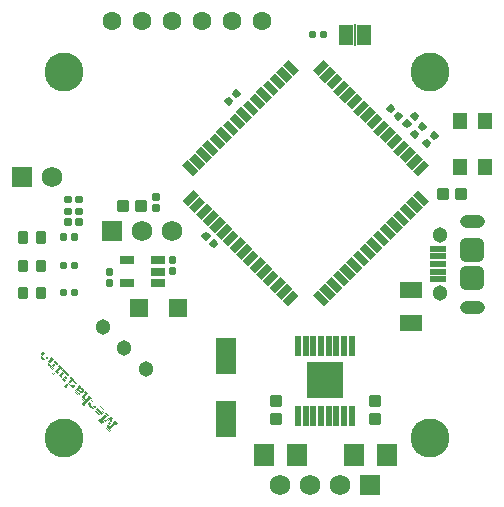
<source format=gts>
G75*
%MOIN*%
%OFA0B0*%
%FSLAX25Y25*%
%IPPOS*%
%LPD*%
%AMOC8*
5,1,8,0,0,1.08239X$1,22.5*
%
%ADD10C,0.12998*%
%ADD11C,0.06306*%
%ADD12R,0.02600X0.05100*%
%ADD13R,0.05100X0.02600*%
%ADD14R,0.05000X0.06700*%
%ADD15R,0.00600X0.07200*%
%ADD16C,0.05124*%
%ADD17R,0.01975X0.06699*%
%ADD18R,0.12211X0.12211*%
%ADD19C,0.01184*%
%ADD20C,0.00975*%
%ADD21R,0.06900X0.12400*%
%ADD22R,0.04928X0.05518*%
%ADD23R,0.06699X0.07498*%
%ADD24C,0.00850*%
%ADD25R,0.05900X0.05900*%
%ADD26R,0.07400X0.05400*%
%ADD27C,0.03940*%
%ADD28R,0.05715X0.01975*%
%ADD29C,0.04400*%
%ADD30R,0.06900X0.06900*%
%ADD31C,0.06900*%
%ADD32R,0.05124X0.03117*%
%ADD33R,0.00425X0.00025*%
%ADD34R,0.00350X0.00025*%
%ADD35R,0.00325X0.00025*%
%ADD36R,0.00750X0.00025*%
%ADD37R,0.00650X0.00025*%
%ADD38R,0.00575X0.00025*%
%ADD39R,0.00300X0.00025*%
%ADD40R,0.00675X0.00025*%
%ADD41R,0.01000X0.00025*%
%ADD42R,0.00850X0.00025*%
%ADD43R,0.00875X0.00025*%
%ADD44R,0.01450X0.00025*%
%ADD45R,0.01425X0.00025*%
%ADD46R,0.01150X0.00025*%
%ADD47R,0.01575X0.00025*%
%ADD48R,0.01175X0.00025*%
%ADD49R,0.01075X0.00025*%
%ADD50R,0.00775X0.00025*%
%ADD51R,0.01300X0.00025*%
%ADD52R,0.00600X0.00025*%
%ADD53R,0.01125X0.00025*%
%ADD54R,0.01550X0.00025*%
%ADD55R,0.01625X0.00025*%
%ADD56R,0.01200X0.00025*%
%ADD57R,0.01025X0.00025*%
%ADD58R,0.01275X0.00025*%
%ADD59R,0.00925X0.00025*%
%ADD60R,0.00800X0.00025*%
%ADD61R,0.00725X0.00025*%
%ADD62R,0.01400X0.00025*%
%ADD63R,0.01250X0.00025*%
%ADD64R,0.01100X0.00025*%
%ADD65R,0.01050X0.00025*%
%ADD66R,0.01500X0.00025*%
%ADD67R,0.01350X0.00025*%
%ADD68R,0.01375X0.00025*%
%ADD69R,0.02550X0.00025*%
%ADD70R,0.01675X0.00025*%
%ADD71R,0.01525X0.00025*%
%ADD72R,0.02425X0.00025*%
%ADD73R,0.02600X0.00025*%
%ADD74R,0.01775X0.00025*%
%ADD75R,0.01600X0.00025*%
%ADD76R,0.02450X0.00025*%
%ADD77R,0.02625X0.00025*%
%ADD78R,0.01850X0.00025*%
%ADD79R,0.02500X0.00025*%
%ADD80R,0.02675X0.00025*%
%ADD81R,0.01700X0.00025*%
%ADD82R,0.01925X0.00025*%
%ADD83R,0.01750X0.00025*%
%ADD84R,0.02525X0.00025*%
%ADD85R,0.02700X0.00025*%
%ADD86R,0.02575X0.00025*%
%ADD87R,0.02000X0.00025*%
%ADD88R,0.01825X0.00025*%
%ADD89R,0.02750X0.00025*%
%ADD90R,0.00900X0.00025*%
%ADD91R,0.02050X0.00025*%
%ADD92R,0.01875X0.00025*%
%ADD93R,0.02775X0.00025*%
%ADD94R,0.02075X0.00025*%
%ADD95R,0.02800X0.00025*%
%ADD96R,0.02650X0.00025*%
%ADD97R,0.00950X0.00025*%
%ADD98R,0.01975X0.00025*%
%ADD99R,0.02825X0.00025*%
%ADD100R,0.02100X0.00025*%
%ADD101R,0.02025X0.00025*%
%ADD102R,0.02850X0.00025*%
%ADD103R,0.02875X0.00025*%
%ADD104R,0.02125X0.00025*%
%ADD105R,0.02900X0.00025*%
%ADD106R,0.02725X0.00025*%
%ADD107R,0.02175X0.00025*%
%ADD108R,0.02925X0.00025*%
%ADD109R,0.02150X0.00025*%
%ADD110R,0.02225X0.00025*%
%ADD111R,0.02950X0.00025*%
%ADD112R,0.02275X0.00025*%
%ADD113R,0.02975X0.00025*%
%ADD114R,0.02250X0.00025*%
%ADD115R,0.03000X0.00025*%
%ADD116R,0.02300X0.00025*%
%ADD117R,0.02325X0.00025*%
%ADD118R,0.02375X0.00025*%
%ADD119R,0.03025X0.00025*%
%ADD120R,0.03050X0.00025*%
%ADD121R,0.02400X0.00025*%
%ADD122R,0.01325X0.00025*%
%ADD123R,0.01475X0.00025*%
%ADD124R,0.02475X0.00025*%
%ADD125R,0.03075X0.00025*%
%ADD126R,0.00500X0.00025*%
%ADD127R,0.01225X0.00025*%
%ADD128R,0.00975X0.00025*%
%ADD129R,0.00400X0.00025*%
%ADD130R,0.01725X0.00025*%
%ADD131R,0.00275X0.00025*%
%ADD132R,0.00825X0.00025*%
%ADD133R,0.00200X0.00025*%
%ADD134R,0.00125X0.00025*%
%ADD135R,0.00025X0.00025*%
%ADD136R,0.00700X0.00025*%
%ADD137R,0.00175X0.00025*%
%ADD138R,0.00075X0.00025*%
%ADD139R,0.02200X0.00025*%
%ADD140R,0.00050X0.00025*%
%ADD141R,0.00150X0.00025*%
%ADD142R,0.00475X0.00025*%
%ADD143R,0.02350X0.00025*%
%ADD144R,0.01950X0.00025*%
%ADD145R,0.01800X0.00025*%
%ADD146R,0.01650X0.00025*%
%ADD147R,0.00450X0.00025*%
%ADD148R,0.00375X0.00025*%
D10*
X0102398Y0066476D03*
X0224445Y0066476D03*
X0224445Y0188524D03*
X0102398Y0188524D03*
D11*
X0118422Y0205500D03*
X0128422Y0205500D03*
X0138422Y0205500D03*
X0148422Y0205500D03*
X0158422Y0205500D03*
X0168422Y0205500D03*
D12*
G36*
X0187050Y0187196D02*
X0185211Y0189035D01*
X0188816Y0192640D01*
X0190655Y0190801D01*
X0187050Y0187196D01*
G37*
G36*
X0189277Y0184969D02*
X0187438Y0186808D01*
X0191043Y0190413D01*
X0192882Y0188574D01*
X0189277Y0184969D01*
G37*
G36*
X0191504Y0182741D02*
X0189665Y0184580D01*
X0193270Y0188185D01*
X0195109Y0186346D01*
X0191504Y0182741D01*
G37*
G36*
X0193731Y0180514D02*
X0191892Y0182353D01*
X0195497Y0185958D01*
X0197336Y0184119D01*
X0193731Y0180514D01*
G37*
G36*
X0195958Y0178287D02*
X0194119Y0180126D01*
X0197724Y0183731D01*
X0199563Y0181892D01*
X0195958Y0178287D01*
G37*
G36*
X0198185Y0176060D02*
X0196346Y0177899D01*
X0199951Y0181504D01*
X0201790Y0179665D01*
X0198185Y0176060D01*
G37*
G36*
X0200412Y0173833D02*
X0198573Y0175672D01*
X0202178Y0179277D01*
X0204017Y0177438D01*
X0200412Y0173833D01*
G37*
G36*
X0202639Y0171606D02*
X0200800Y0173445D01*
X0204405Y0177050D01*
X0206244Y0175211D01*
X0202639Y0171606D01*
G37*
G36*
X0204867Y0169379D02*
X0203028Y0171218D01*
X0206633Y0174823D01*
X0208472Y0172984D01*
X0204867Y0169379D01*
G37*
G36*
X0207094Y0167152D02*
X0205255Y0168991D01*
X0208860Y0172596D01*
X0210699Y0170757D01*
X0207094Y0167152D01*
G37*
G36*
X0209321Y0164925D02*
X0207482Y0166764D01*
X0211087Y0170369D01*
X0212926Y0168530D01*
X0209321Y0164925D01*
G37*
G36*
X0211548Y0162697D02*
X0209709Y0164536D01*
X0213314Y0168141D01*
X0215153Y0166302D01*
X0211548Y0162697D01*
G37*
G36*
X0213775Y0160470D02*
X0211936Y0162309D01*
X0215541Y0165914D01*
X0217380Y0164075D01*
X0213775Y0160470D01*
G37*
G36*
X0216002Y0158243D02*
X0214163Y0160082D01*
X0217768Y0163687D01*
X0219607Y0161848D01*
X0216002Y0158243D01*
G37*
G36*
X0218229Y0156016D02*
X0216390Y0157855D01*
X0219995Y0161460D01*
X0221834Y0159621D01*
X0218229Y0156016D01*
G37*
G36*
X0220456Y0153789D02*
X0218617Y0155628D01*
X0222222Y0159233D01*
X0224061Y0157394D01*
X0220456Y0153789D01*
G37*
G36*
X0168119Y0119269D02*
X0166280Y0121108D01*
X0169885Y0124713D01*
X0171724Y0122874D01*
X0168119Y0119269D01*
G37*
G36*
X0170346Y0117042D02*
X0168507Y0118881D01*
X0172112Y0122486D01*
X0173951Y0120647D01*
X0170346Y0117042D01*
G37*
G36*
X0172574Y0114815D02*
X0170735Y0116654D01*
X0174340Y0120259D01*
X0176179Y0118420D01*
X0172574Y0114815D01*
G37*
G36*
X0174801Y0112587D02*
X0172962Y0114426D01*
X0176567Y0118031D01*
X0178406Y0116192D01*
X0174801Y0112587D01*
G37*
G36*
X0177028Y0110360D02*
X0175189Y0112199D01*
X0178794Y0115804D01*
X0180633Y0113965D01*
X0177028Y0110360D01*
G37*
G36*
X0165892Y0121496D02*
X0164053Y0123335D01*
X0167658Y0126940D01*
X0169497Y0125101D01*
X0165892Y0121496D01*
G37*
G36*
X0163665Y0123723D02*
X0161826Y0125562D01*
X0165431Y0129167D01*
X0167270Y0127328D01*
X0163665Y0123723D01*
G37*
G36*
X0161438Y0125950D02*
X0159599Y0127789D01*
X0163204Y0131394D01*
X0165043Y0129555D01*
X0161438Y0125950D01*
G37*
G36*
X0159211Y0128177D02*
X0157372Y0130016D01*
X0160977Y0133621D01*
X0162816Y0131782D01*
X0159211Y0128177D01*
G37*
G36*
X0156984Y0130404D02*
X0155145Y0132243D01*
X0158750Y0135848D01*
X0160589Y0134009D01*
X0156984Y0130404D01*
G37*
G36*
X0154757Y0132631D02*
X0152918Y0134470D01*
X0156523Y0138075D01*
X0158362Y0136236D01*
X0154757Y0132631D01*
G37*
G36*
X0152530Y0134859D02*
X0150691Y0136698D01*
X0154296Y0140303D01*
X0156135Y0138464D01*
X0152530Y0134859D01*
G37*
G36*
X0150302Y0137086D02*
X0148463Y0138925D01*
X0152068Y0142530D01*
X0153907Y0140691D01*
X0150302Y0137086D01*
G37*
G36*
X0148075Y0139313D02*
X0146236Y0141152D01*
X0149841Y0144757D01*
X0151680Y0142918D01*
X0148075Y0139313D01*
G37*
G36*
X0145848Y0141540D02*
X0144009Y0143379D01*
X0147614Y0146984D01*
X0149453Y0145145D01*
X0145848Y0141540D01*
G37*
G36*
X0143621Y0143767D02*
X0141782Y0145606D01*
X0145387Y0149211D01*
X0147226Y0147372D01*
X0143621Y0143767D01*
G37*
D13*
G36*
X0145387Y0153789D02*
X0141782Y0157394D01*
X0143621Y0159233D01*
X0147226Y0155628D01*
X0145387Y0153789D01*
G37*
G36*
X0147614Y0156016D02*
X0144009Y0159621D01*
X0145848Y0161460D01*
X0149453Y0157855D01*
X0147614Y0156016D01*
G37*
G36*
X0149841Y0158243D02*
X0146236Y0161848D01*
X0148075Y0163687D01*
X0151680Y0160082D01*
X0149841Y0158243D01*
G37*
G36*
X0152068Y0160470D02*
X0148463Y0164075D01*
X0150302Y0165914D01*
X0153907Y0162309D01*
X0152068Y0160470D01*
G37*
G36*
X0154296Y0162697D02*
X0150691Y0166302D01*
X0152530Y0168141D01*
X0156135Y0164536D01*
X0154296Y0162697D01*
G37*
G36*
X0156523Y0164925D02*
X0152918Y0168530D01*
X0154757Y0170369D01*
X0158362Y0166764D01*
X0156523Y0164925D01*
G37*
G36*
X0158750Y0167152D02*
X0155145Y0170757D01*
X0156984Y0172596D01*
X0160589Y0168991D01*
X0158750Y0167152D01*
G37*
G36*
X0160977Y0169379D02*
X0157372Y0172984D01*
X0159211Y0174823D01*
X0162816Y0171218D01*
X0160977Y0169379D01*
G37*
G36*
X0163204Y0171606D02*
X0159599Y0175211D01*
X0161438Y0177050D01*
X0165043Y0173445D01*
X0163204Y0171606D01*
G37*
G36*
X0165431Y0173833D02*
X0161826Y0177438D01*
X0163665Y0179277D01*
X0167270Y0175672D01*
X0165431Y0173833D01*
G37*
G36*
X0167658Y0176060D02*
X0164053Y0179665D01*
X0165892Y0181504D01*
X0169497Y0177899D01*
X0167658Y0176060D01*
G37*
G36*
X0169885Y0178287D02*
X0166280Y0181892D01*
X0168119Y0183731D01*
X0171724Y0180126D01*
X0169885Y0178287D01*
G37*
G36*
X0172112Y0180514D02*
X0168507Y0184119D01*
X0170346Y0185958D01*
X0173951Y0182353D01*
X0172112Y0180514D01*
G37*
G36*
X0174340Y0182741D02*
X0170735Y0186346D01*
X0172574Y0188185D01*
X0176179Y0184580D01*
X0174340Y0182741D01*
G37*
G36*
X0176567Y0184969D02*
X0172962Y0188574D01*
X0174801Y0190413D01*
X0178406Y0186808D01*
X0176567Y0184969D01*
G37*
G36*
X0178794Y0187196D02*
X0175189Y0190801D01*
X0177028Y0192640D01*
X0180633Y0189035D01*
X0178794Y0187196D01*
G37*
G36*
X0222222Y0143767D02*
X0218617Y0147372D01*
X0220456Y0149211D01*
X0224061Y0145606D01*
X0222222Y0143767D01*
G37*
G36*
X0219995Y0141540D02*
X0216390Y0145145D01*
X0218229Y0146984D01*
X0221834Y0143379D01*
X0219995Y0141540D01*
G37*
G36*
X0217768Y0139313D02*
X0214163Y0142918D01*
X0216002Y0144757D01*
X0219607Y0141152D01*
X0217768Y0139313D01*
G37*
G36*
X0215541Y0137086D02*
X0211936Y0140691D01*
X0213775Y0142530D01*
X0217380Y0138925D01*
X0215541Y0137086D01*
G37*
G36*
X0213314Y0134859D02*
X0209709Y0138464D01*
X0211548Y0140303D01*
X0215153Y0136698D01*
X0213314Y0134859D01*
G37*
G36*
X0211087Y0132631D02*
X0207482Y0136236D01*
X0209321Y0138075D01*
X0212926Y0134470D01*
X0211087Y0132631D01*
G37*
G36*
X0208860Y0130404D02*
X0205255Y0134009D01*
X0207094Y0135848D01*
X0210699Y0132243D01*
X0208860Y0130404D01*
G37*
G36*
X0206633Y0128177D02*
X0203028Y0131782D01*
X0204867Y0133621D01*
X0208472Y0130016D01*
X0206633Y0128177D01*
G37*
G36*
X0204405Y0125950D02*
X0200800Y0129555D01*
X0202639Y0131394D01*
X0206244Y0127789D01*
X0204405Y0125950D01*
G37*
G36*
X0202178Y0123723D02*
X0198573Y0127328D01*
X0200412Y0129167D01*
X0204017Y0125562D01*
X0202178Y0123723D01*
G37*
G36*
X0199951Y0121496D02*
X0196346Y0125101D01*
X0198185Y0126940D01*
X0201790Y0123335D01*
X0199951Y0121496D01*
G37*
G36*
X0197724Y0119269D02*
X0194119Y0122874D01*
X0195958Y0124713D01*
X0199563Y0121108D01*
X0197724Y0119269D01*
G37*
G36*
X0195497Y0117042D02*
X0191892Y0120647D01*
X0193731Y0122486D01*
X0197336Y0118881D01*
X0195497Y0117042D01*
G37*
G36*
X0193270Y0114815D02*
X0189665Y0118420D01*
X0191504Y0120259D01*
X0195109Y0116654D01*
X0193270Y0114815D01*
G37*
G36*
X0191043Y0112587D02*
X0187438Y0116192D01*
X0189277Y0118031D01*
X0192882Y0114426D01*
X0191043Y0112587D01*
G37*
G36*
X0188816Y0110360D02*
X0185211Y0113965D01*
X0187050Y0115804D01*
X0190655Y0112199D01*
X0188816Y0110360D01*
G37*
D14*
X0196422Y0201000D03*
X0202422Y0201000D03*
D15*
X0199422Y0201000D03*
D16*
X0227674Y0134047D03*
X0227674Y0114953D03*
X0129493Y0089429D03*
X0122422Y0096500D03*
X0115351Y0103571D03*
D17*
X0180268Y0097220D03*
X0182827Y0097220D03*
X0185386Y0097220D03*
X0187945Y0097220D03*
X0190504Y0097220D03*
X0193063Y0097220D03*
X0195623Y0097220D03*
X0198182Y0097220D03*
X0198182Y0073992D03*
X0195623Y0073992D03*
X0193063Y0073992D03*
X0190504Y0073992D03*
X0187945Y0073992D03*
X0185386Y0073992D03*
X0182827Y0073992D03*
X0180268Y0073992D03*
D18*
X0189422Y0086000D03*
D19*
X0139014Y0121587D02*
X0139014Y0122771D01*
X0139014Y0121587D02*
X0137830Y0121587D01*
X0137830Y0122771D01*
X0139014Y0122771D01*
X0139014Y0122770D02*
X0137830Y0122770D01*
X0139014Y0125229D02*
X0139014Y0126413D01*
X0139014Y0125229D02*
X0137830Y0125229D01*
X0137830Y0126413D01*
X0139014Y0126413D01*
X0139014Y0126412D02*
X0137830Y0126412D01*
X0149634Y0134625D02*
X0150471Y0133788D01*
X0149634Y0132951D01*
X0148797Y0133788D01*
X0149634Y0134625D01*
X0150125Y0134134D02*
X0149143Y0134134D01*
X0152209Y0132049D02*
X0153046Y0131212D01*
X0152209Y0130375D01*
X0151372Y0131212D01*
X0152209Y0132049D01*
X0152700Y0131558D02*
X0151718Y0131558D01*
X0132330Y0142587D02*
X0132330Y0143771D01*
X0133514Y0143771D01*
X0133514Y0142587D01*
X0132330Y0142587D01*
X0132330Y0143770D02*
X0133514Y0143770D01*
X0132330Y0146229D02*
X0132330Y0147413D01*
X0133514Y0147413D01*
X0133514Y0146229D01*
X0132330Y0146229D01*
X0132330Y0147412D02*
X0133514Y0147412D01*
X0107835Y0146592D02*
X0106651Y0146592D01*
X0107835Y0146592D02*
X0107835Y0145408D01*
X0106651Y0145408D01*
X0106651Y0146592D01*
X0106651Y0146591D02*
X0107835Y0146591D01*
X0104193Y0146592D02*
X0103009Y0146592D01*
X0104193Y0146592D02*
X0104193Y0145408D01*
X0103009Y0145408D01*
X0103009Y0146592D01*
X0103009Y0146591D02*
X0104193Y0146591D01*
X0104193Y0141408D02*
X0103009Y0141408D01*
X0103009Y0142592D01*
X0104193Y0142592D01*
X0104193Y0141408D01*
X0104193Y0142591D02*
X0103009Y0142591D01*
X0106651Y0141408D02*
X0107835Y0141408D01*
X0106651Y0141408D02*
X0106651Y0142592D01*
X0107835Y0142592D01*
X0107835Y0141408D01*
X0107835Y0142591D02*
X0106651Y0142591D01*
X0106651Y0137908D02*
X0107835Y0137908D01*
X0106651Y0137908D02*
X0106651Y0139092D01*
X0107835Y0139092D01*
X0107835Y0137908D01*
X0107835Y0139091D02*
X0106651Y0139091D01*
X0104193Y0137908D02*
X0103009Y0137908D01*
X0103009Y0139092D01*
X0104193Y0139092D01*
X0104193Y0137908D01*
X0104193Y0139091D02*
X0103009Y0139091D01*
X0102693Y0132908D02*
X0101509Y0132908D01*
X0101509Y0134092D01*
X0102693Y0134092D01*
X0102693Y0132908D01*
X0102693Y0134091D02*
X0101509Y0134091D01*
X0105151Y0132908D02*
X0106335Y0132908D01*
X0105151Y0132908D02*
X0105151Y0134092D01*
X0106335Y0134092D01*
X0106335Y0132908D01*
X0106335Y0134091D02*
X0105151Y0134091D01*
X0105151Y0123408D02*
X0106335Y0123408D01*
X0105151Y0123408D02*
X0105151Y0124592D01*
X0106335Y0124592D01*
X0106335Y0123408D01*
X0106335Y0124591D02*
X0105151Y0124591D01*
X0102693Y0123408D02*
X0101509Y0123408D01*
X0101509Y0124592D01*
X0102693Y0124592D01*
X0102693Y0123408D01*
X0102693Y0124591D02*
X0101509Y0124591D01*
X0101509Y0114408D02*
X0102693Y0114408D01*
X0101509Y0114408D02*
X0101509Y0115592D01*
X0102693Y0115592D01*
X0102693Y0114408D01*
X0102693Y0115591D02*
X0101509Y0115591D01*
X0105151Y0114408D02*
X0106335Y0114408D01*
X0105151Y0114408D02*
X0105151Y0115592D01*
X0106335Y0115592D01*
X0106335Y0114408D01*
X0106335Y0115591D02*
X0105151Y0115591D01*
X0116830Y0117587D02*
X0116830Y0118771D01*
X0118014Y0118771D01*
X0118014Y0117587D01*
X0116830Y0117587D01*
X0116830Y0118770D02*
X0118014Y0118770D01*
X0116830Y0121229D02*
X0116830Y0122413D01*
X0118014Y0122413D01*
X0118014Y0121229D01*
X0116830Y0121229D01*
X0116830Y0122412D02*
X0118014Y0122412D01*
X0213709Y0174549D02*
X0214546Y0173712D01*
X0213709Y0172875D01*
X0212872Y0173712D01*
X0213709Y0174549D01*
X0214200Y0174058D02*
X0213218Y0174058D01*
X0211971Y0176288D02*
X0211134Y0177125D01*
X0211971Y0176288D02*
X0211134Y0175451D01*
X0210297Y0176288D01*
X0211134Y0177125D01*
X0211625Y0176634D02*
X0210643Y0176634D01*
X0216634Y0170375D02*
X0217471Y0171212D01*
X0216634Y0170375D02*
X0215797Y0171212D01*
X0216634Y0172049D01*
X0217471Y0171212D01*
X0217125Y0171558D02*
X0216143Y0171558D01*
X0219209Y0172951D02*
X0220046Y0173788D01*
X0219209Y0172951D02*
X0218372Y0173788D01*
X0219209Y0174625D01*
X0220046Y0173788D01*
X0219700Y0174134D02*
X0218718Y0174134D01*
X0222546Y0170288D02*
X0221709Y0169451D01*
X0220872Y0170288D01*
X0221709Y0171125D01*
X0222546Y0170288D01*
X0222200Y0170634D02*
X0221218Y0170634D01*
X0219971Y0167712D02*
X0219134Y0166875D01*
X0218297Y0167712D01*
X0219134Y0168549D01*
X0219971Y0167712D01*
X0219625Y0168058D02*
X0218643Y0168058D01*
X0222297Y0164712D02*
X0223134Y0165549D01*
X0223971Y0164712D01*
X0223134Y0163875D01*
X0222297Y0164712D01*
X0222643Y0165058D02*
X0223625Y0165058D01*
X0224872Y0167288D02*
X0225709Y0168125D01*
X0226546Y0167288D01*
X0225709Y0166451D01*
X0224872Y0167288D01*
X0225218Y0167634D02*
X0226200Y0167634D01*
X0189335Y0200408D02*
X0188151Y0200408D01*
X0188151Y0201592D01*
X0189335Y0201592D01*
X0189335Y0200408D01*
X0189335Y0201591D02*
X0188151Y0201591D01*
X0185693Y0200408D02*
X0184509Y0200408D01*
X0184509Y0201592D01*
X0185693Y0201592D01*
X0185693Y0200408D01*
X0185693Y0201591D02*
X0184509Y0201591D01*
X0159709Y0182125D02*
X0158872Y0181288D01*
X0159709Y0182125D02*
X0160546Y0181288D01*
X0159709Y0180451D01*
X0158872Y0181288D01*
X0159218Y0181634D02*
X0160200Y0181634D01*
X0157134Y0179549D02*
X0156297Y0178712D01*
X0157134Y0179549D02*
X0157971Y0178712D01*
X0157134Y0177875D01*
X0156297Y0178712D01*
X0156643Y0179058D02*
X0157625Y0179058D01*
D20*
X0129385Y0142537D02*
X0126459Y0142537D01*
X0126459Y0145463D01*
X0129385Y0145463D01*
X0129385Y0142537D01*
X0129385Y0143511D02*
X0126459Y0143511D01*
X0126459Y0144485D02*
X0129385Y0144485D01*
X0129385Y0145459D02*
X0126459Y0145459D01*
X0123385Y0142537D02*
X0120459Y0142537D01*
X0120459Y0145463D01*
X0123385Y0145463D01*
X0123385Y0142537D01*
X0123385Y0143511D02*
X0120459Y0143511D01*
X0120459Y0144485D02*
X0123385Y0144485D01*
X0123385Y0145459D02*
X0120459Y0145459D01*
X0226959Y0146537D02*
X0229885Y0146537D01*
X0226959Y0146537D02*
X0226959Y0149463D01*
X0229885Y0149463D01*
X0229885Y0146537D01*
X0229885Y0147511D02*
X0226959Y0147511D01*
X0226959Y0148485D02*
X0229885Y0148485D01*
X0229885Y0149459D02*
X0226959Y0149459D01*
X0232959Y0146537D02*
X0235885Y0146537D01*
X0232959Y0146537D02*
X0232959Y0149463D01*
X0235885Y0149463D01*
X0235885Y0146537D01*
X0235885Y0147511D02*
X0232959Y0147511D01*
X0232959Y0148485D02*
X0235885Y0148485D01*
X0235885Y0149459D02*
X0232959Y0149459D01*
X0204459Y0080463D02*
X0204459Y0077537D01*
X0204459Y0080463D02*
X0207385Y0080463D01*
X0207385Y0077537D01*
X0204459Y0077537D01*
X0204459Y0078511D02*
X0207385Y0078511D01*
X0207385Y0079485D02*
X0204459Y0079485D01*
X0204459Y0080459D02*
X0207385Y0080459D01*
X0204459Y0074463D02*
X0204459Y0071537D01*
X0204459Y0074463D02*
X0207385Y0074463D01*
X0207385Y0071537D01*
X0204459Y0071537D01*
X0204459Y0072511D02*
X0207385Y0072511D01*
X0207385Y0073485D02*
X0204459Y0073485D01*
X0204459Y0074459D02*
X0207385Y0074459D01*
X0171459Y0074463D02*
X0171459Y0071537D01*
X0171459Y0074463D02*
X0174385Y0074463D01*
X0174385Y0071537D01*
X0171459Y0071537D01*
X0171459Y0072511D02*
X0174385Y0072511D01*
X0174385Y0073485D02*
X0171459Y0073485D01*
X0171459Y0074459D02*
X0174385Y0074459D01*
X0171459Y0077537D02*
X0171459Y0080463D01*
X0174385Y0080463D01*
X0174385Y0077537D01*
X0171459Y0077537D01*
X0171459Y0078511D02*
X0174385Y0078511D01*
X0174385Y0079485D02*
X0171459Y0079485D01*
X0171459Y0080459D02*
X0174385Y0080459D01*
D21*
X0156422Y0073000D03*
X0156422Y0094000D03*
D22*
X0234189Y0156823D03*
X0242654Y0156823D03*
X0242654Y0172177D03*
X0234189Y0172177D03*
D23*
X0210020Y0061000D03*
X0198823Y0061000D03*
X0180020Y0061000D03*
X0168823Y0061000D03*
D24*
X0095697Y0116525D02*
X0093147Y0116525D01*
X0095697Y0116525D02*
X0095697Y0113475D01*
X0093147Y0113475D01*
X0093147Y0116525D01*
X0093147Y0114324D02*
X0095697Y0114324D01*
X0095697Y0115173D02*
X0093147Y0115173D01*
X0093147Y0116022D02*
X0095697Y0116022D01*
X0089697Y0116525D02*
X0087147Y0116525D01*
X0089697Y0116525D02*
X0089697Y0113475D01*
X0087147Y0113475D01*
X0087147Y0116525D01*
X0087147Y0114324D02*
X0089697Y0114324D01*
X0089697Y0115173D02*
X0087147Y0115173D01*
X0087147Y0116022D02*
X0089697Y0116022D01*
X0089697Y0125525D02*
X0087147Y0125525D01*
X0089697Y0125525D02*
X0089697Y0122475D01*
X0087147Y0122475D01*
X0087147Y0125525D01*
X0087147Y0123324D02*
X0089697Y0123324D01*
X0089697Y0124173D02*
X0087147Y0124173D01*
X0087147Y0125022D02*
X0089697Y0125022D01*
X0093147Y0125525D02*
X0095697Y0125525D01*
X0095697Y0122475D01*
X0093147Y0122475D01*
X0093147Y0125525D01*
X0093147Y0123324D02*
X0095697Y0123324D01*
X0095697Y0124173D02*
X0093147Y0124173D01*
X0093147Y0125022D02*
X0095697Y0125022D01*
X0095697Y0135025D02*
X0093147Y0135025D01*
X0095697Y0135025D02*
X0095697Y0131975D01*
X0093147Y0131975D01*
X0093147Y0135025D01*
X0093147Y0132824D02*
X0095697Y0132824D01*
X0095697Y0133673D02*
X0093147Y0133673D01*
X0093147Y0134522D02*
X0095697Y0134522D01*
X0089697Y0135025D02*
X0087147Y0135025D01*
X0089697Y0135025D02*
X0089697Y0131975D01*
X0087147Y0131975D01*
X0087147Y0135025D01*
X0087147Y0132824D02*
X0089697Y0132824D01*
X0089697Y0133673D02*
X0087147Y0133673D01*
X0087147Y0134522D02*
X0089697Y0134522D01*
D25*
X0127422Y0110000D03*
X0140422Y0110000D03*
D26*
X0217922Y0105000D03*
X0217922Y0116000D03*
D27*
X0236452Y0121746D02*
X0240392Y0121746D01*
X0240392Y0117806D01*
X0236452Y0117806D01*
X0236452Y0121746D01*
X0236452Y0121745D02*
X0240392Y0121745D01*
X0240392Y0131194D02*
X0236452Y0131194D01*
X0240392Y0131194D02*
X0240392Y0127254D01*
X0236452Y0127254D01*
X0236452Y0131194D01*
X0236452Y0131193D02*
X0240392Y0131193D01*
D28*
X0227103Y0129618D03*
X0227103Y0127059D03*
X0227103Y0124500D03*
X0227103Y0121941D03*
X0227103Y0119382D03*
D29*
X0236422Y0110228D02*
X0240422Y0110228D01*
X0240422Y0138772D02*
X0236422Y0138772D01*
D30*
X0118422Y0135500D03*
X0088422Y0153500D03*
X0204422Y0051000D03*
D31*
X0194422Y0051000D03*
X0184422Y0051000D03*
X0174422Y0051000D03*
X0138422Y0135500D03*
X0128422Y0135500D03*
X0098422Y0153500D03*
D32*
X0123303Y0125740D03*
X0123303Y0118260D03*
X0133540Y0118260D03*
X0133540Y0122000D03*
X0133540Y0125740D03*
D33*
G36*
X0115018Y0076749D02*
X0115317Y0076450D01*
X0115300Y0076433D01*
X0115001Y0076732D01*
X0115018Y0076749D01*
G37*
D34*
G36*
X0112896Y0078871D02*
X0113143Y0078624D01*
X0113126Y0078607D01*
X0112879Y0078854D01*
X0112896Y0078871D01*
G37*
G36*
X0107469Y0081399D02*
X0107716Y0081152D01*
X0107699Y0081135D01*
X0107452Y0081382D01*
X0107469Y0081399D01*
G37*
G36*
X0104004Y0083838D02*
X0104251Y0083591D01*
X0104234Y0083574D01*
X0103987Y0083821D01*
X0104004Y0083838D01*
G37*
G36*
X0103385Y0088311D02*
X0103632Y0088064D01*
X0103615Y0088047D01*
X0103368Y0088294D01*
X0103385Y0088311D01*
G37*
G36*
X0099037Y0088276D02*
X0099284Y0088029D01*
X0099267Y0088012D01*
X0099020Y0088259D01*
X0099037Y0088276D01*
G37*
G36*
X0098436Y0087674D02*
X0098683Y0087427D01*
X0098666Y0087410D01*
X0098419Y0087657D01*
X0098436Y0087674D01*
G37*
G36*
X0096792Y0094975D02*
X0097039Y0094728D01*
X0097022Y0094711D01*
X0096775Y0094958D01*
X0096792Y0094975D01*
G37*
G36*
X0113090Y0074681D02*
X0113337Y0074434D01*
X0113320Y0074417D01*
X0113073Y0074664D01*
X0113090Y0074681D01*
G37*
D35*
G36*
X0108477Y0079401D02*
X0108706Y0079172D01*
X0108689Y0079155D01*
X0108460Y0079384D01*
X0108477Y0079401D01*
G37*
G36*
X0108547Y0083220D02*
X0108776Y0082991D01*
X0108759Y0082974D01*
X0108530Y0083203D01*
X0108547Y0083220D01*
G37*
G36*
X0097039Y0090839D02*
X0097268Y0090610D01*
X0097251Y0090593D01*
X0097022Y0090822D01*
X0097039Y0090839D01*
G37*
G36*
X0094830Y0093013D02*
X0095059Y0092784D01*
X0095042Y0092767D01*
X0094813Y0092996D01*
X0094830Y0093013D01*
G37*
D36*
G36*
X0094830Y0094745D02*
X0095359Y0094216D01*
X0095342Y0094199D01*
X0094813Y0094728D01*
X0094830Y0094745D01*
G37*
G36*
X0094847Y0094763D02*
X0095376Y0094234D01*
X0095359Y0094217D01*
X0094830Y0094746D01*
X0094847Y0094763D01*
G37*
G36*
X0094865Y0094780D02*
X0095394Y0094251D01*
X0095377Y0094234D01*
X0094848Y0094763D01*
X0094865Y0094780D01*
G37*
G36*
X0095024Y0094940D02*
X0095553Y0094411D01*
X0095536Y0094394D01*
X0095007Y0094923D01*
X0095024Y0094940D01*
G37*
G36*
X0095042Y0094957D02*
X0095571Y0094428D01*
X0095554Y0094411D01*
X0095025Y0094940D01*
X0095042Y0094957D01*
G37*
G36*
X0095060Y0094975D02*
X0095589Y0094446D01*
X0095572Y0094429D01*
X0095043Y0094958D01*
X0095060Y0094975D01*
G37*
G36*
X0096509Y0093561D02*
X0097038Y0093032D01*
X0097021Y0093015D01*
X0096492Y0093544D01*
X0096509Y0093561D01*
G37*
G36*
X0096438Y0093455D02*
X0096967Y0092926D01*
X0096950Y0092909D01*
X0096421Y0093438D01*
X0096438Y0093455D01*
G37*
G36*
X0096421Y0093437D02*
X0096950Y0092908D01*
X0096933Y0092891D01*
X0096404Y0093420D01*
X0096421Y0093437D01*
G37*
G36*
X0096403Y0093419D02*
X0096932Y0092890D01*
X0096915Y0092873D01*
X0096386Y0093402D01*
X0096403Y0093419D01*
G37*
G36*
X0096385Y0093402D02*
X0096914Y0092873D01*
X0096897Y0092856D01*
X0096368Y0093385D01*
X0096385Y0093402D01*
G37*
G36*
X0096368Y0093384D02*
X0096897Y0092855D01*
X0096880Y0092838D01*
X0096351Y0093367D01*
X0096368Y0093384D01*
G37*
G36*
X0096350Y0093366D02*
X0096879Y0092837D01*
X0096862Y0092820D01*
X0096333Y0093349D01*
X0096350Y0093366D01*
G37*
G36*
X0096244Y0093296D02*
X0096773Y0092767D01*
X0096756Y0092750D01*
X0096227Y0093279D01*
X0096244Y0093296D01*
G37*
G36*
X0096226Y0093278D02*
X0096755Y0092749D01*
X0096738Y0092732D01*
X0096209Y0093261D01*
X0096226Y0093278D01*
G37*
G36*
X0096332Y0093349D02*
X0096861Y0092820D01*
X0096844Y0092803D01*
X0096315Y0093332D01*
X0096332Y0093349D01*
G37*
G36*
X0098772Y0088293D02*
X0099301Y0087764D01*
X0099284Y0087747D01*
X0098755Y0088276D01*
X0098772Y0088293D01*
G37*
G36*
X0098418Y0087939D02*
X0098947Y0087410D01*
X0098930Y0087393D01*
X0098401Y0087922D01*
X0098418Y0087939D01*
G37*
G36*
X0105472Y0084209D02*
X0106001Y0083680D01*
X0105984Y0083663D01*
X0105455Y0084192D01*
X0105472Y0084209D01*
G37*
G36*
X0105578Y0084315D02*
X0106107Y0083786D01*
X0106090Y0083769D01*
X0105561Y0084298D01*
X0105578Y0084315D01*
G37*
G36*
X0106532Y0082936D02*
X0107061Y0082407D01*
X0107044Y0082390D01*
X0106515Y0082919D01*
X0106532Y0082936D01*
G37*
G36*
X0106444Y0082848D02*
X0106973Y0082319D01*
X0106956Y0082302D01*
X0106427Y0082831D01*
X0106444Y0082848D01*
G37*
G36*
X0106426Y0082830D02*
X0106955Y0082301D01*
X0106938Y0082284D01*
X0106409Y0082813D01*
X0106426Y0082830D01*
G37*
G36*
X0106409Y0082813D02*
X0106938Y0082284D01*
X0106921Y0082267D01*
X0106392Y0082796D01*
X0106409Y0082813D01*
G37*
G36*
X0106391Y0082795D02*
X0106920Y0082266D01*
X0106903Y0082249D01*
X0106374Y0082778D01*
X0106391Y0082795D01*
G37*
G36*
X0106373Y0082777D02*
X0106902Y0082248D01*
X0106885Y0082231D01*
X0106356Y0082760D01*
X0106373Y0082777D01*
G37*
G36*
X0107133Y0083537D02*
X0107662Y0083008D01*
X0107645Y0082991D01*
X0107116Y0083520D01*
X0107133Y0083537D01*
G37*
G36*
X0108389Y0083308D02*
X0108918Y0082779D01*
X0108901Y0082762D01*
X0108372Y0083291D01*
X0108389Y0083308D01*
G37*
G36*
X0108336Y0082441D02*
X0108865Y0081912D01*
X0108848Y0081895D01*
X0108319Y0082424D01*
X0108336Y0082441D01*
G37*
G36*
X0108318Y0082424D02*
X0108847Y0081895D01*
X0108830Y0081878D01*
X0108301Y0082407D01*
X0108318Y0082424D01*
G37*
G36*
X0108106Y0082212D02*
X0108635Y0081683D01*
X0108618Y0081666D01*
X0108089Y0082195D01*
X0108106Y0082212D01*
G37*
G36*
X0108353Y0079595D02*
X0108882Y0079066D01*
X0108865Y0079049D01*
X0108336Y0079578D01*
X0108353Y0079595D01*
G37*
G36*
X0110793Y0078358D02*
X0111322Y0077829D01*
X0111305Y0077812D01*
X0110776Y0078341D01*
X0110793Y0078358D01*
G37*
G36*
X0114876Y0076855D02*
X0115405Y0076326D01*
X0115388Y0076309D01*
X0114859Y0076838D01*
X0114876Y0076855D01*
G37*
G36*
X0114929Y0075459D02*
X0115458Y0074930D01*
X0115441Y0074913D01*
X0114912Y0075442D01*
X0114929Y0075459D01*
G37*
G36*
X0114912Y0075406D02*
X0115441Y0074877D01*
X0115424Y0074860D01*
X0114895Y0075389D01*
X0114912Y0075406D01*
G37*
G36*
X0114894Y0075388D02*
X0115423Y0074859D01*
X0115406Y0074842D01*
X0114877Y0075371D01*
X0114894Y0075388D01*
G37*
G36*
X0114859Y0075317D02*
X0115388Y0074788D01*
X0115371Y0074771D01*
X0114842Y0075300D01*
X0114859Y0075317D01*
G37*
G36*
X0114841Y0075300D02*
X0115370Y0074771D01*
X0115353Y0074754D01*
X0114824Y0075283D01*
X0114841Y0075300D01*
G37*
G36*
X0114823Y0075282D02*
X0115352Y0074753D01*
X0115335Y0074736D01*
X0114806Y0075265D01*
X0114823Y0075282D01*
G37*
G36*
X0114381Y0074875D02*
X0114910Y0074346D01*
X0114893Y0074329D01*
X0114364Y0074858D01*
X0114381Y0074875D01*
G37*
G36*
X0114311Y0074840D02*
X0114840Y0074311D01*
X0114823Y0074294D01*
X0114294Y0074823D01*
X0114311Y0074840D01*
G37*
G36*
X0114240Y0074805D02*
X0114769Y0074276D01*
X0114752Y0074259D01*
X0114223Y0074788D01*
X0114240Y0074805D01*
G37*
G36*
X0114275Y0074805D02*
X0114804Y0074276D01*
X0114787Y0074259D01*
X0114258Y0074788D01*
X0114275Y0074805D01*
G37*
G36*
X0114293Y0074822D02*
X0114822Y0074293D01*
X0114805Y0074276D01*
X0114276Y0074805D01*
X0114293Y0074822D01*
G37*
G36*
X0114346Y0074840D02*
X0114875Y0074311D01*
X0114858Y0074294D01*
X0114329Y0074823D01*
X0114346Y0074840D01*
G37*
G36*
X0114364Y0074858D02*
X0114893Y0074329D01*
X0114876Y0074312D01*
X0114347Y0074841D01*
X0114364Y0074858D01*
G37*
G36*
X0115796Y0072542D02*
X0116325Y0072013D01*
X0116308Y0071996D01*
X0115779Y0072525D01*
X0115796Y0072542D01*
G37*
G36*
X0115672Y0072489D02*
X0116201Y0071960D01*
X0116184Y0071943D01*
X0115655Y0072472D01*
X0115672Y0072489D01*
G37*
G36*
X0115548Y0072436D02*
X0116077Y0071907D01*
X0116060Y0071890D01*
X0115531Y0072419D01*
X0115548Y0072436D01*
G37*
G36*
X0115742Y0072524D02*
X0116271Y0071995D01*
X0116254Y0071978D01*
X0115725Y0072507D01*
X0115742Y0072524D01*
G37*
G36*
X0115866Y0072577D02*
X0116395Y0072048D01*
X0116378Y0072031D01*
X0115849Y0072560D01*
X0115866Y0072577D01*
G37*
G36*
X0115919Y0072595D02*
X0116448Y0072066D01*
X0116431Y0072049D01*
X0115902Y0072578D01*
X0115919Y0072595D01*
G37*
G36*
X0115937Y0072613D02*
X0116466Y0072084D01*
X0116449Y0072067D01*
X0115920Y0072596D01*
X0115937Y0072613D01*
G37*
G36*
X0115990Y0072630D02*
X0116519Y0072101D01*
X0116502Y0072084D01*
X0115973Y0072613D01*
X0115990Y0072630D01*
G37*
G36*
X0116043Y0072648D02*
X0116572Y0072119D01*
X0116555Y0072102D01*
X0116026Y0072631D01*
X0116043Y0072648D01*
G37*
G36*
X0116061Y0072666D02*
X0116590Y0072137D01*
X0116573Y0072120D01*
X0116044Y0072649D01*
X0116061Y0072666D01*
G37*
G36*
X0116114Y0072683D02*
X0116643Y0072154D01*
X0116626Y0072137D01*
X0116097Y0072666D01*
X0116114Y0072683D01*
G37*
G36*
X0116131Y0072701D02*
X0116660Y0072172D01*
X0116643Y0072155D01*
X0116114Y0072684D01*
X0116131Y0072701D01*
G37*
G36*
X0116167Y0072701D02*
X0116696Y0072172D01*
X0116679Y0072155D01*
X0116150Y0072684D01*
X0116167Y0072701D01*
G37*
G36*
X0116184Y0072719D02*
X0116713Y0072190D01*
X0116696Y0072173D01*
X0116167Y0072702D01*
X0116184Y0072719D01*
G37*
G36*
X0116237Y0072736D02*
X0116766Y0072207D01*
X0116749Y0072190D01*
X0116220Y0072719D01*
X0116237Y0072736D01*
G37*
G36*
X0116255Y0072754D02*
X0116784Y0072225D01*
X0116767Y0072208D01*
X0116238Y0072737D01*
X0116255Y0072754D01*
G37*
G36*
X0116291Y0072754D02*
X0116820Y0072225D01*
X0116803Y0072208D01*
X0116274Y0072737D01*
X0116291Y0072754D01*
G37*
G36*
X0116308Y0072772D02*
X0116837Y0072243D01*
X0116820Y0072226D01*
X0116291Y0072755D01*
X0116308Y0072772D01*
G37*
G36*
X0116361Y0072789D02*
X0116890Y0072260D01*
X0116873Y0072243D01*
X0116344Y0072772D01*
X0116361Y0072789D01*
G37*
G36*
X0116379Y0072807D02*
X0116908Y0072278D01*
X0116891Y0072261D01*
X0116362Y0072790D01*
X0116379Y0072807D01*
G37*
G36*
X0116414Y0072807D02*
X0116943Y0072278D01*
X0116926Y0072261D01*
X0116397Y0072790D01*
X0116414Y0072807D01*
G37*
G36*
X0116432Y0072825D02*
X0116961Y0072296D01*
X0116944Y0072279D01*
X0116415Y0072808D01*
X0116432Y0072825D01*
G37*
G36*
X0116450Y0072842D02*
X0116979Y0072313D01*
X0116962Y0072296D01*
X0116433Y0072825D01*
X0116450Y0072842D01*
G37*
G36*
X0116485Y0072842D02*
X0117014Y0072313D01*
X0116997Y0072296D01*
X0116468Y0072825D01*
X0116485Y0072842D01*
G37*
G36*
X0116503Y0072860D02*
X0117032Y0072331D01*
X0117015Y0072314D01*
X0116486Y0072843D01*
X0116503Y0072860D01*
G37*
G36*
X0116538Y0072860D02*
X0117067Y0072331D01*
X0117050Y0072314D01*
X0116521Y0072843D01*
X0116538Y0072860D01*
G37*
G36*
X0116556Y0072878D02*
X0117085Y0072349D01*
X0117068Y0072332D01*
X0116539Y0072861D01*
X0116556Y0072878D01*
G37*
G36*
X0116573Y0072896D02*
X0117102Y0072367D01*
X0117085Y0072350D01*
X0116556Y0072879D01*
X0116573Y0072896D01*
G37*
G36*
X0116609Y0072896D02*
X0117138Y0072367D01*
X0117121Y0072350D01*
X0116592Y0072879D01*
X0116609Y0072896D01*
G37*
G36*
X0116626Y0072913D02*
X0117155Y0072384D01*
X0117138Y0072367D01*
X0116609Y0072896D01*
X0116626Y0072913D01*
G37*
G36*
X0116679Y0072931D02*
X0117208Y0072402D01*
X0117191Y0072385D01*
X0116662Y0072914D01*
X0116679Y0072931D01*
G37*
G36*
X0116697Y0072949D02*
X0117226Y0072420D01*
X0117209Y0072403D01*
X0116680Y0072932D01*
X0116697Y0072949D01*
G37*
G36*
X0116732Y0072949D02*
X0117261Y0072420D01*
X0117244Y0072403D01*
X0116715Y0072932D01*
X0116732Y0072949D01*
G37*
G36*
X0116750Y0072966D02*
X0117279Y0072437D01*
X0117262Y0072420D01*
X0116733Y0072949D01*
X0116750Y0072966D01*
G37*
G36*
X0116768Y0072984D02*
X0117297Y0072455D01*
X0117280Y0072438D01*
X0116751Y0072967D01*
X0116768Y0072984D01*
G37*
G36*
X0116803Y0072984D02*
X0117332Y0072455D01*
X0117315Y0072438D01*
X0116786Y0072967D01*
X0116803Y0072984D01*
G37*
G36*
X0116821Y0073002D02*
X0117350Y0072473D01*
X0117333Y0072456D01*
X0116804Y0072985D01*
X0116821Y0073002D01*
G37*
G36*
X0116874Y0073019D02*
X0117403Y0072490D01*
X0117386Y0072473D01*
X0116857Y0073002D01*
X0116874Y0073019D01*
G37*
G36*
X0116892Y0073037D02*
X0117421Y0072508D01*
X0117404Y0072491D01*
X0116875Y0073020D01*
X0116892Y0073037D01*
G37*
G36*
X0116927Y0073037D02*
X0117456Y0072508D01*
X0117439Y0072491D01*
X0116910Y0073020D01*
X0116927Y0073037D01*
G37*
G36*
X0116945Y0073055D02*
X0117474Y0072526D01*
X0117457Y0072509D01*
X0116928Y0073038D01*
X0116945Y0073055D01*
G37*
G36*
X0116998Y0073072D02*
X0117527Y0072543D01*
X0117510Y0072526D01*
X0116981Y0073055D01*
X0116998Y0073072D01*
G37*
G36*
X0117015Y0073090D02*
X0117544Y0072561D01*
X0117527Y0072544D01*
X0116998Y0073073D01*
X0117015Y0073090D01*
G37*
G36*
X0118041Y0073514D02*
X0118570Y0072985D01*
X0118553Y0072968D01*
X0118024Y0073497D01*
X0118041Y0073514D01*
G37*
D37*
G36*
X0114063Y0076750D02*
X0114522Y0076291D01*
X0114505Y0076274D01*
X0114046Y0076733D01*
X0114063Y0076750D01*
G37*
G36*
X0112772Y0078959D02*
X0113231Y0078500D01*
X0113214Y0078483D01*
X0112755Y0078942D01*
X0112772Y0078959D01*
G37*
G36*
X0113002Y0074805D02*
X0113461Y0074346D01*
X0113444Y0074329D01*
X0112985Y0074788D01*
X0113002Y0074805D01*
G37*
G36*
X0103916Y0083962D02*
X0104375Y0083503D01*
X0104358Y0083486D01*
X0103899Y0083945D01*
X0103916Y0083962D01*
G37*
G36*
X0098860Y0088311D02*
X0099319Y0087852D01*
X0099302Y0087835D01*
X0098843Y0088294D01*
X0098860Y0088311D01*
G37*
G36*
X0098400Y0087851D02*
X0098859Y0087392D01*
X0098842Y0087375D01*
X0098383Y0087834D01*
X0098400Y0087851D01*
G37*
D38*
G36*
X0105861Y0085835D02*
X0106266Y0085430D01*
X0106249Y0085413D01*
X0105844Y0085818D01*
X0105861Y0085835D01*
G37*
G36*
X0108459Y0083272D02*
X0108864Y0082867D01*
X0108847Y0082850D01*
X0108442Y0083255D01*
X0108459Y0083272D01*
G37*
G36*
X0108406Y0079507D02*
X0108811Y0079102D01*
X0108794Y0079085D01*
X0108389Y0079490D01*
X0108406Y0079507D01*
G37*
D39*
G36*
X0105967Y0085765D02*
X0106178Y0085554D01*
X0106161Y0085537D01*
X0105950Y0085748D01*
X0105967Y0085765D01*
G37*
D40*
G36*
X0094724Y0093154D02*
X0095199Y0092679D01*
X0095182Y0092662D01*
X0094707Y0093137D01*
X0094724Y0093154D01*
G37*
G36*
X0096651Y0095081D02*
X0097126Y0094606D01*
X0097109Y0094589D01*
X0096634Y0095064D01*
X0096651Y0095081D01*
G37*
D41*
G36*
X0095519Y0095223D02*
X0096226Y0094516D01*
X0096209Y0094499D01*
X0095502Y0095206D01*
X0095519Y0095223D01*
G37*
G36*
X0094582Y0094286D02*
X0095289Y0093579D01*
X0095272Y0093562D01*
X0094565Y0094269D01*
X0094582Y0094286D01*
G37*
G36*
X0097004Y0091935D02*
X0097711Y0091228D01*
X0097694Y0091211D01*
X0096987Y0091918D01*
X0097004Y0091935D01*
G37*
G36*
X0098170Y0090839D02*
X0098877Y0090132D01*
X0098860Y0090115D01*
X0098153Y0090822D01*
X0098170Y0090839D01*
G37*
G36*
X0104552Y0086084D02*
X0105259Y0085377D01*
X0105242Y0085360D01*
X0104535Y0086067D01*
X0104552Y0086084D01*
G37*
G36*
X0105701Y0084970D02*
X0106408Y0084263D01*
X0106391Y0084246D01*
X0105684Y0084953D01*
X0105701Y0084970D01*
G37*
G36*
X0104817Y0084086D02*
X0105524Y0083379D01*
X0105507Y0083362D01*
X0104800Y0084069D01*
X0104817Y0084086D01*
G37*
G36*
X0103827Y0084121D02*
X0104534Y0083414D01*
X0104517Y0083397D01*
X0103810Y0084104D01*
X0103827Y0084121D01*
G37*
G36*
X0107080Y0082389D02*
X0107787Y0081682D01*
X0107770Y0081665D01*
X0107063Y0082372D01*
X0107080Y0082389D01*
G37*
G36*
X0108264Y0083361D02*
X0108971Y0082654D01*
X0108954Y0082637D01*
X0108247Y0083344D01*
X0108264Y0083361D01*
G37*
G36*
X0108300Y0079720D02*
X0109007Y0079013D01*
X0108990Y0078996D01*
X0108283Y0079703D01*
X0108300Y0079720D01*
G37*
G36*
X0112613Y0079048D02*
X0113320Y0078341D01*
X0113303Y0078324D01*
X0112596Y0079031D01*
X0112613Y0079048D01*
G37*
G36*
X0112666Y0078040D02*
X0113373Y0077333D01*
X0113356Y0077316D01*
X0112649Y0078023D01*
X0112666Y0078040D01*
G37*
G36*
X0112860Y0075831D02*
X0113567Y0075124D01*
X0113550Y0075107D01*
X0112843Y0075814D01*
X0112860Y0075831D01*
G37*
G36*
X0112913Y0074964D02*
X0113620Y0074257D01*
X0113603Y0074240D01*
X0112896Y0074947D01*
X0112913Y0074964D01*
G37*
G36*
X0113815Y0074876D02*
X0114522Y0074169D01*
X0114505Y0074152D01*
X0113798Y0074859D01*
X0113815Y0074876D01*
G37*
G36*
X0114770Y0076927D02*
X0115477Y0076220D01*
X0115460Y0076203D01*
X0114753Y0076910D01*
X0114770Y0076927D01*
G37*
G36*
X0117757Y0073409D02*
X0118464Y0072702D01*
X0118447Y0072685D01*
X0117740Y0073392D01*
X0117757Y0073409D01*
G37*
G36*
X0117739Y0073391D02*
X0118446Y0072684D01*
X0118429Y0072667D01*
X0117722Y0073374D01*
X0117739Y0073391D01*
G37*
G36*
X0117722Y0073373D02*
X0118429Y0072666D01*
X0118412Y0072649D01*
X0117705Y0073356D01*
X0117722Y0073373D01*
G37*
D42*
G36*
X0117916Y0073462D02*
X0118517Y0072861D01*
X0118500Y0072844D01*
X0117899Y0073445D01*
X0117916Y0073462D01*
G37*
G36*
X0117934Y0073480D02*
X0118535Y0072879D01*
X0118518Y0072862D01*
X0117917Y0073463D01*
X0117934Y0073480D01*
G37*
G36*
X0117209Y0071694D02*
X0117810Y0071093D01*
X0117793Y0071076D01*
X0117192Y0071677D01*
X0117209Y0071694D01*
G37*
G36*
X0117085Y0071394D02*
X0117686Y0070793D01*
X0117669Y0070776D01*
X0117068Y0071377D01*
X0117085Y0071394D01*
G37*
G36*
X0117032Y0071270D02*
X0117633Y0070669D01*
X0117616Y0070652D01*
X0117015Y0071253D01*
X0117032Y0071270D01*
G37*
G36*
X0117015Y0071217D02*
X0117616Y0070616D01*
X0117599Y0070599D01*
X0116998Y0071200D01*
X0117015Y0071217D01*
G37*
G36*
X0116979Y0071146D02*
X0117580Y0070545D01*
X0117563Y0070528D01*
X0116962Y0071129D01*
X0116979Y0071146D01*
G37*
G36*
X0116962Y0071093D02*
X0117563Y0070492D01*
X0117546Y0070475D01*
X0116945Y0071076D01*
X0116962Y0071093D01*
G37*
G36*
X0116909Y0070969D02*
X0117510Y0070368D01*
X0117493Y0070351D01*
X0116892Y0070952D01*
X0116909Y0070969D01*
G37*
G36*
X0116891Y0070916D02*
X0117492Y0070315D01*
X0117475Y0070298D01*
X0116874Y0070899D01*
X0116891Y0070916D01*
G37*
G36*
X0113992Y0074805D02*
X0114593Y0074204D01*
X0114576Y0074187D01*
X0113975Y0074788D01*
X0113992Y0074805D01*
G37*
G36*
X0112949Y0074894D02*
X0113550Y0074293D01*
X0113533Y0074276D01*
X0112932Y0074877D01*
X0112949Y0074894D01*
G37*
G36*
X0112896Y0075901D02*
X0113497Y0075300D01*
X0113480Y0075283D01*
X0112879Y0075884D01*
X0112896Y0075901D01*
G37*
G36*
X0112896Y0075937D02*
X0113497Y0075336D01*
X0113480Y0075319D01*
X0112879Y0075920D01*
X0112896Y0075937D01*
G37*
G36*
X0112083Y0077103D02*
X0112684Y0076502D01*
X0112667Y0076485D01*
X0112066Y0077086D01*
X0112083Y0077103D01*
G37*
G36*
X0112047Y0077103D02*
X0112648Y0076502D01*
X0112631Y0076485D01*
X0112030Y0077086D01*
X0112047Y0077103D01*
G37*
G36*
X0112701Y0077758D02*
X0113302Y0077157D01*
X0113285Y0077140D01*
X0112684Y0077741D01*
X0112701Y0077758D01*
G37*
G36*
X0112684Y0079013D02*
X0113285Y0078412D01*
X0113268Y0078395D01*
X0112667Y0078996D01*
X0112684Y0079013D01*
G37*
G36*
X0111464Y0079066D02*
X0112065Y0078465D01*
X0112048Y0078448D01*
X0111447Y0079049D01*
X0111464Y0079066D01*
G37*
G36*
X0111429Y0079066D02*
X0112030Y0078465D01*
X0112013Y0078448D01*
X0111412Y0079049D01*
X0111429Y0079066D01*
G37*
G36*
X0110721Y0078288D02*
X0111322Y0077687D01*
X0111305Y0077670D01*
X0110704Y0078271D01*
X0110721Y0078288D01*
G37*
G36*
X0108565Y0080621D02*
X0109166Y0080020D01*
X0109149Y0080003D01*
X0108548Y0080604D01*
X0108565Y0080621D01*
G37*
G36*
X0108317Y0082566D02*
X0108918Y0081965D01*
X0108901Y0081948D01*
X0108300Y0082549D01*
X0108317Y0082566D01*
G37*
G36*
X0105736Y0084687D02*
X0106337Y0084086D01*
X0106320Y0084069D01*
X0105719Y0084670D01*
X0105736Y0084687D01*
G37*
G36*
X0105736Y0084723D02*
X0106337Y0084122D01*
X0106320Y0084105D01*
X0105719Y0084706D01*
X0105736Y0084723D01*
G37*
G36*
X0105153Y0084068D02*
X0105754Y0083467D01*
X0105737Y0083450D01*
X0105136Y0084051D01*
X0105153Y0084068D01*
G37*
G36*
X0105100Y0084051D02*
X0105701Y0083450D01*
X0105684Y0083433D01*
X0105083Y0084034D01*
X0105100Y0084051D01*
G37*
G36*
X0103862Y0084051D02*
X0104463Y0083450D01*
X0104446Y0083433D01*
X0103845Y0084034D01*
X0103862Y0084051D01*
G37*
G36*
X0103774Y0085306D02*
X0104375Y0084705D01*
X0104358Y0084688D01*
X0103757Y0085289D01*
X0103774Y0085306D01*
G37*
G36*
X0104463Y0085995D02*
X0105064Y0085394D01*
X0105047Y0085377D01*
X0104446Y0085978D01*
X0104463Y0085995D01*
G37*
G36*
X0103049Y0087445D02*
X0103650Y0086844D01*
X0103633Y0086827D01*
X0103032Y0087428D01*
X0103049Y0087445D01*
G37*
G36*
X0103085Y0087516D02*
X0103686Y0086915D01*
X0103669Y0086898D01*
X0103068Y0087499D01*
X0103085Y0087516D01*
G37*
G36*
X0103067Y0087463D02*
X0103668Y0086862D01*
X0103651Y0086845D01*
X0103050Y0087446D01*
X0103067Y0087463D01*
G37*
G36*
X0101830Y0088665D02*
X0102431Y0088064D01*
X0102414Y0088047D01*
X0101813Y0088648D01*
X0101830Y0088665D01*
G37*
G36*
X0101812Y0088647D02*
X0102413Y0088046D01*
X0102396Y0088029D01*
X0101795Y0088630D01*
X0101812Y0088647D01*
G37*
G36*
X0098683Y0088276D02*
X0099284Y0087675D01*
X0099267Y0087658D01*
X0098666Y0088259D01*
X0098683Y0088276D01*
G37*
G36*
X0098665Y0088258D02*
X0099266Y0087657D01*
X0099249Y0087640D01*
X0098648Y0088241D01*
X0098665Y0088258D01*
G37*
G36*
X0098648Y0088240D02*
X0099249Y0087639D01*
X0099232Y0087622D01*
X0098631Y0088223D01*
X0098648Y0088240D01*
G37*
G36*
X0098471Y0088064D02*
X0099072Y0087463D01*
X0099055Y0087446D01*
X0098454Y0088047D01*
X0098471Y0088064D01*
G37*
G36*
X0098453Y0088046D02*
X0099054Y0087445D01*
X0099037Y0087428D01*
X0098436Y0088029D01*
X0098453Y0088046D01*
G37*
G36*
X0098435Y0088028D02*
X0099036Y0087427D01*
X0099019Y0087410D01*
X0098418Y0088011D01*
X0098435Y0088028D01*
G37*
G36*
X0098382Y0090839D02*
X0098983Y0090238D01*
X0098966Y0090221D01*
X0098365Y0090822D01*
X0098382Y0090839D01*
G37*
G36*
X0097127Y0092094D02*
X0097728Y0091493D01*
X0097711Y0091476D01*
X0097110Y0092077D01*
X0097127Y0092094D01*
G37*
G36*
X0097145Y0092112D02*
X0097746Y0091511D01*
X0097729Y0091494D01*
X0097128Y0092095D01*
X0097145Y0092112D01*
G37*
G36*
X0097163Y0092129D02*
X0097764Y0091528D01*
X0097747Y0091511D01*
X0097146Y0092112D01*
X0097163Y0092129D01*
G37*
G36*
X0095925Y0093190D02*
X0096526Y0092589D01*
X0096509Y0092572D01*
X0095908Y0093173D01*
X0095925Y0093190D01*
G37*
G36*
X0095890Y0093190D02*
X0096491Y0092589D01*
X0096474Y0092572D01*
X0095873Y0093173D01*
X0095890Y0093190D01*
G37*
G36*
X0094688Y0093225D02*
X0095289Y0092624D01*
X0095272Y0092607D01*
X0094671Y0093208D01*
X0094688Y0093225D01*
G37*
G36*
X0094635Y0094445D02*
X0095236Y0093844D01*
X0095219Y0093827D01*
X0094618Y0094428D01*
X0094635Y0094445D01*
G37*
G36*
X0095306Y0095152D02*
X0095907Y0094551D01*
X0095890Y0094534D01*
X0095289Y0095135D01*
X0095306Y0095152D01*
G37*
G36*
X0095342Y0095152D02*
X0095943Y0094551D01*
X0095926Y0094534D01*
X0095325Y0095135D01*
X0095342Y0095152D01*
G37*
G36*
X0095360Y0095170D02*
X0095961Y0094569D01*
X0095944Y0094552D01*
X0095343Y0095153D01*
X0095360Y0095170D01*
G37*
G36*
X0096615Y0093915D02*
X0097216Y0093314D01*
X0097199Y0093297D01*
X0096598Y0093898D01*
X0096615Y0093915D01*
G37*
G36*
X0096615Y0093880D02*
X0097216Y0093279D01*
X0097199Y0093262D01*
X0096598Y0093863D01*
X0096615Y0093880D01*
G37*
G36*
X0096597Y0093862D02*
X0097198Y0093261D01*
X0097181Y0093244D01*
X0096580Y0093845D01*
X0096597Y0093862D01*
G37*
G36*
X0114929Y0075672D02*
X0115530Y0075071D01*
X0115513Y0075054D01*
X0114912Y0075655D01*
X0114929Y0075672D01*
G37*
D43*
G36*
X0114930Y0075741D02*
X0115547Y0075124D01*
X0115530Y0075107D01*
X0114913Y0075724D01*
X0114930Y0075741D01*
G37*
G36*
X0114930Y0075706D02*
X0115547Y0075089D01*
X0115530Y0075072D01*
X0114913Y0075689D01*
X0114930Y0075706D01*
G37*
G36*
X0113957Y0074805D02*
X0114574Y0074188D01*
X0114557Y0074171D01*
X0113940Y0074788D01*
X0113957Y0074805D01*
G37*
G36*
X0112013Y0077103D02*
X0112630Y0076486D01*
X0112613Y0076469D01*
X0111996Y0077086D01*
X0112013Y0077103D01*
G37*
G36*
X0112702Y0077792D02*
X0113319Y0077175D01*
X0113302Y0077158D01*
X0112685Y0077775D01*
X0112702Y0077792D01*
G37*
G36*
X0112702Y0077827D02*
X0113319Y0077210D01*
X0113302Y0077193D01*
X0112685Y0077810D01*
X0112702Y0077827D01*
G37*
G36*
X0111482Y0079083D02*
X0112099Y0078466D01*
X0112082Y0078449D01*
X0111465Y0079066D01*
X0111482Y0079083D01*
G37*
G36*
X0109715Y0079471D02*
X0110332Y0078854D01*
X0110315Y0078837D01*
X0109698Y0079454D01*
X0109715Y0079471D01*
G37*
G36*
X0108548Y0080603D02*
X0109165Y0079986D01*
X0109148Y0079969D01*
X0108531Y0080586D01*
X0108548Y0080603D01*
G37*
G36*
X0108530Y0080585D02*
X0109147Y0079968D01*
X0109130Y0079951D01*
X0108513Y0080568D01*
X0108530Y0080585D01*
G37*
G36*
X0107929Y0082247D02*
X0108546Y0081630D01*
X0108529Y0081613D01*
X0107912Y0082230D01*
X0107929Y0082247D01*
G37*
G36*
X0108318Y0083343D02*
X0108935Y0082726D01*
X0108918Y0082709D01*
X0108301Y0083326D01*
X0108318Y0083343D01*
G37*
G36*
X0106267Y0082636D02*
X0106884Y0082019D01*
X0106867Y0082002D01*
X0106250Y0082619D01*
X0106267Y0082636D01*
G37*
G36*
X0105065Y0084050D02*
X0105682Y0083433D01*
X0105665Y0083416D01*
X0105048Y0084033D01*
X0105065Y0084050D01*
G37*
G36*
X0105030Y0084050D02*
X0105647Y0083433D01*
X0105630Y0083416D01*
X0105013Y0084033D01*
X0105030Y0084050D01*
G37*
G36*
X0105737Y0084757D02*
X0106354Y0084140D01*
X0106337Y0084123D01*
X0105720Y0084740D01*
X0105737Y0084757D01*
G37*
G36*
X0104482Y0086012D02*
X0105099Y0085395D01*
X0105082Y0085378D01*
X0104465Y0085995D01*
X0104482Y0086012D01*
G37*
G36*
X0103757Y0085287D02*
X0104374Y0084670D01*
X0104357Y0084653D01*
X0103740Y0085270D01*
X0103757Y0085287D01*
G37*
G36*
X0103068Y0087497D02*
X0103685Y0086880D01*
X0103668Y0086863D01*
X0103051Y0087480D01*
X0103068Y0087497D01*
G37*
G36*
X0103085Y0087550D02*
X0103702Y0086933D01*
X0103685Y0086916D01*
X0103068Y0087533D01*
X0103085Y0087550D01*
G37*
G36*
X0101866Y0088699D02*
X0102483Y0088082D01*
X0102466Y0088065D01*
X0101849Y0088682D01*
X0101866Y0088699D01*
G37*
G36*
X0101848Y0088681D02*
X0102465Y0088064D01*
X0102448Y0088047D01*
X0101831Y0088664D01*
X0101848Y0088681D01*
G37*
G36*
X0098613Y0088240D02*
X0099230Y0087623D01*
X0099213Y0087606D01*
X0098596Y0088223D01*
X0098613Y0088240D01*
G37*
G36*
X0098472Y0088098D02*
X0099089Y0087481D01*
X0099072Y0087464D01*
X0098455Y0088081D01*
X0098472Y0088098D01*
G37*
G36*
X0098330Y0090820D02*
X0098947Y0090203D01*
X0098930Y0090186D01*
X0098313Y0090803D01*
X0098330Y0090820D01*
G37*
G36*
X0098348Y0090838D02*
X0098965Y0090221D01*
X0098948Y0090204D01*
X0098331Y0090821D01*
X0098348Y0090838D01*
G37*
G36*
X0097110Y0092076D02*
X0097727Y0091459D01*
X0097710Y0091442D01*
X0097093Y0092059D01*
X0097110Y0092076D01*
G37*
G36*
X0097093Y0092058D02*
X0097710Y0091441D01*
X0097693Y0091424D01*
X0097076Y0092041D01*
X0097093Y0092058D01*
G37*
G36*
X0095855Y0093189D02*
X0096472Y0092572D01*
X0096455Y0092555D01*
X0095838Y0093172D01*
X0095855Y0093189D01*
G37*
G36*
X0095820Y0093189D02*
X0096437Y0092572D01*
X0096420Y0092555D01*
X0095803Y0093172D01*
X0095820Y0093189D01*
G37*
G36*
X0096615Y0093949D02*
X0097232Y0093332D01*
X0097215Y0093315D01*
X0096598Y0093932D01*
X0096615Y0093949D01*
G37*
G36*
X0096562Y0095134D02*
X0097179Y0094517D01*
X0097162Y0094500D01*
X0096545Y0095117D01*
X0096562Y0095134D01*
G37*
G36*
X0095378Y0095187D02*
X0095995Y0094570D01*
X0095978Y0094553D01*
X0095361Y0095170D01*
X0095378Y0095187D01*
G37*
G36*
X0094618Y0094427D02*
X0095235Y0093810D01*
X0095218Y0093793D01*
X0094601Y0094410D01*
X0094618Y0094427D01*
G37*
G36*
X0094618Y0094391D02*
X0095235Y0093774D01*
X0095218Y0093757D01*
X0094601Y0094374D01*
X0094618Y0094391D01*
G37*
G36*
X0117882Y0073461D02*
X0118499Y0072844D01*
X0118482Y0072827D01*
X0117865Y0073444D01*
X0117882Y0073461D01*
G37*
D44*
G36*
X0117192Y0073161D02*
X0118217Y0072136D01*
X0118200Y0072119D01*
X0117175Y0073144D01*
X0117192Y0073161D01*
G37*
G36*
X0118765Y0071941D02*
X0119790Y0070916D01*
X0119773Y0070899D01*
X0118748Y0071924D01*
X0118765Y0071941D01*
G37*
G36*
X0118783Y0071959D02*
X0119808Y0070934D01*
X0119791Y0070917D01*
X0118766Y0071942D01*
X0118783Y0071959D01*
G37*
G36*
X0118800Y0071977D02*
X0119825Y0070952D01*
X0119808Y0070935D01*
X0118783Y0071960D01*
X0118800Y0071977D01*
G37*
G36*
X0118818Y0071994D02*
X0119843Y0070969D01*
X0119826Y0070952D01*
X0118801Y0071977D01*
X0118818Y0071994D01*
G37*
G36*
X0118836Y0072012D02*
X0119861Y0070987D01*
X0119844Y0070970D01*
X0118819Y0071995D01*
X0118836Y0072012D01*
G37*
G36*
X0118853Y0072030D02*
X0119878Y0071005D01*
X0119861Y0070988D01*
X0118836Y0072013D01*
X0118853Y0072030D01*
G37*
G36*
X0118871Y0072048D02*
X0119896Y0071023D01*
X0119879Y0071006D01*
X0118854Y0072031D01*
X0118871Y0072048D01*
G37*
G36*
X0118889Y0072065D02*
X0119914Y0071040D01*
X0119897Y0071023D01*
X0118872Y0072048D01*
X0118889Y0072065D01*
G37*
G36*
X0118906Y0072083D02*
X0119931Y0071058D01*
X0119914Y0071041D01*
X0118889Y0072066D01*
X0118906Y0072083D01*
G37*
G36*
X0118924Y0072101D02*
X0119949Y0071076D01*
X0119932Y0071059D01*
X0118907Y0072084D01*
X0118924Y0072101D01*
G37*
G36*
X0118942Y0072118D02*
X0119967Y0071093D01*
X0119950Y0071076D01*
X0118925Y0072101D01*
X0118942Y0072118D01*
G37*
G36*
X0118959Y0072136D02*
X0119984Y0071111D01*
X0119967Y0071094D01*
X0118942Y0072119D01*
X0118959Y0072136D01*
G37*
G36*
X0118977Y0072154D02*
X0120002Y0071129D01*
X0119985Y0071112D01*
X0118960Y0072137D01*
X0118977Y0072154D01*
G37*
G36*
X0118995Y0072171D02*
X0120020Y0071146D01*
X0120003Y0071129D01*
X0118978Y0072154D01*
X0118995Y0072171D01*
G37*
G36*
X0119012Y0072189D02*
X0120037Y0071164D01*
X0120020Y0071147D01*
X0118995Y0072172D01*
X0119012Y0072189D01*
G37*
G36*
X0119030Y0072207D02*
X0120055Y0071182D01*
X0120038Y0071165D01*
X0119013Y0072190D01*
X0119030Y0072207D01*
G37*
G36*
X0119048Y0072224D02*
X0120073Y0071199D01*
X0120056Y0071182D01*
X0119031Y0072207D01*
X0119048Y0072224D01*
G37*
G36*
X0119065Y0072242D02*
X0120090Y0071217D01*
X0120073Y0071200D01*
X0119048Y0072225D01*
X0119065Y0072242D01*
G37*
G36*
X0119083Y0072260D02*
X0120108Y0071235D01*
X0120091Y0071218D01*
X0119066Y0072243D01*
X0119083Y0072260D01*
G37*
G36*
X0119101Y0072277D02*
X0120126Y0071252D01*
X0120109Y0071235D01*
X0119084Y0072260D01*
X0119101Y0072277D01*
G37*
G36*
X0119118Y0072295D02*
X0120143Y0071270D01*
X0120126Y0071253D01*
X0119101Y0072278D01*
X0119118Y0072295D01*
G37*
G36*
X0119136Y0072313D02*
X0120161Y0071288D01*
X0120144Y0071271D01*
X0119119Y0072296D01*
X0119136Y0072313D01*
G37*
G36*
X0119154Y0072330D02*
X0120179Y0071305D01*
X0120162Y0071288D01*
X0119137Y0072313D01*
X0119154Y0072330D01*
G37*
G36*
X0119171Y0072348D02*
X0120196Y0071323D01*
X0120179Y0071306D01*
X0119154Y0072331D01*
X0119171Y0072348D01*
G37*
G36*
X0119189Y0072366D02*
X0120214Y0071341D01*
X0120197Y0071324D01*
X0119172Y0072349D01*
X0119189Y0072366D01*
G37*
G36*
X0119207Y0072383D02*
X0120232Y0071358D01*
X0120215Y0071341D01*
X0119190Y0072366D01*
X0119207Y0072383D01*
G37*
G36*
X0119224Y0072401D02*
X0120249Y0071376D01*
X0120232Y0071359D01*
X0119207Y0072384D01*
X0119224Y0072401D01*
G37*
G36*
X0119242Y0072419D02*
X0120267Y0071394D01*
X0120250Y0071377D01*
X0119225Y0072402D01*
X0119242Y0072419D01*
G37*
G36*
X0112383Y0079136D02*
X0113408Y0078111D01*
X0113391Y0078094D01*
X0112366Y0079119D01*
X0112383Y0079136D01*
G37*
G36*
X0096279Y0095241D02*
X0097304Y0094216D01*
X0097287Y0094199D01*
X0096262Y0095224D01*
X0096279Y0095241D01*
G37*
D45*
G36*
X0094565Y0093525D02*
X0095570Y0092520D01*
X0095553Y0092503D01*
X0094548Y0093508D01*
X0094565Y0093525D01*
G37*
G36*
X0096828Y0091368D02*
X0097833Y0090363D01*
X0097816Y0090346D01*
X0096811Y0091351D01*
X0096828Y0091368D01*
G37*
G36*
X0101760Y0089052D02*
X0102765Y0088047D01*
X0102748Y0088030D01*
X0101743Y0089035D01*
X0101760Y0089052D01*
G37*
G36*
X0108265Y0079966D02*
X0109270Y0078961D01*
X0109253Y0078944D01*
X0108248Y0079949D01*
X0108265Y0079966D01*
G37*
G36*
X0112844Y0075175D02*
X0113849Y0074170D01*
X0113832Y0074153D01*
X0112827Y0075158D01*
X0112844Y0075175D01*
G37*
G36*
X0115973Y0074733D02*
X0116978Y0073728D01*
X0116961Y0073711D01*
X0115956Y0074716D01*
X0115973Y0074733D01*
G37*
G36*
X0115991Y0074751D02*
X0116996Y0073746D01*
X0116979Y0073729D01*
X0115974Y0074734D01*
X0115991Y0074751D01*
G37*
G36*
X0116008Y0074769D02*
X0117013Y0073764D01*
X0116996Y0073747D01*
X0115991Y0074752D01*
X0116008Y0074769D01*
G37*
G36*
X0116026Y0074786D02*
X0117031Y0073781D01*
X0117014Y0073764D01*
X0116009Y0074769D01*
X0116026Y0074786D01*
G37*
G36*
X0116044Y0074804D02*
X0117049Y0073799D01*
X0117032Y0073782D01*
X0116027Y0074787D01*
X0116044Y0074804D01*
G37*
G36*
X0116061Y0074822D02*
X0117066Y0073817D01*
X0117049Y0073800D01*
X0116044Y0074805D01*
X0116061Y0074822D01*
G37*
G36*
X0116079Y0074839D02*
X0117084Y0073834D01*
X0117067Y0073817D01*
X0116062Y0074822D01*
X0116079Y0074839D01*
G37*
G36*
X0116097Y0074857D02*
X0117102Y0073852D01*
X0117085Y0073835D01*
X0116080Y0074840D01*
X0116097Y0074857D01*
G37*
G36*
X0116114Y0074875D02*
X0117119Y0073870D01*
X0117102Y0073853D01*
X0116097Y0074858D01*
X0116114Y0074875D01*
G37*
G36*
X0116132Y0074892D02*
X0117137Y0073887D01*
X0117120Y0073870D01*
X0116115Y0074875D01*
X0116132Y0074892D01*
G37*
G36*
X0116150Y0074910D02*
X0117155Y0073905D01*
X0117138Y0073888D01*
X0116133Y0074893D01*
X0116150Y0074910D01*
G37*
G36*
X0116167Y0074928D02*
X0117172Y0073923D01*
X0117155Y0073906D01*
X0116150Y0074911D01*
X0116167Y0074928D01*
G37*
G36*
X0116185Y0074945D02*
X0117190Y0073940D01*
X0117173Y0073923D01*
X0116168Y0074928D01*
X0116185Y0074945D01*
G37*
G36*
X0116203Y0074963D02*
X0117208Y0073958D01*
X0117191Y0073941D01*
X0116186Y0074946D01*
X0116203Y0074963D01*
G37*
G36*
X0116220Y0074981D02*
X0117225Y0073976D01*
X0117208Y0073959D01*
X0116203Y0074964D01*
X0116220Y0074981D01*
G37*
G36*
X0116238Y0074999D02*
X0117243Y0073994D01*
X0117226Y0073977D01*
X0116221Y0074982D01*
X0116238Y0074999D01*
G37*
G36*
X0116256Y0075016D02*
X0117261Y0074011D01*
X0117244Y0073994D01*
X0116239Y0074999D01*
X0116256Y0075016D01*
G37*
G36*
X0116273Y0075034D02*
X0117278Y0074029D01*
X0117261Y0074012D01*
X0116256Y0075017D01*
X0116273Y0075034D01*
G37*
G36*
X0116291Y0075052D02*
X0117296Y0074047D01*
X0117279Y0074030D01*
X0116274Y0075035D01*
X0116291Y0075052D01*
G37*
G36*
X0116309Y0075069D02*
X0117314Y0074064D01*
X0117297Y0074047D01*
X0116292Y0075052D01*
X0116309Y0075069D01*
G37*
G36*
X0116327Y0075087D02*
X0117332Y0074082D01*
X0117315Y0074065D01*
X0116310Y0075070D01*
X0116327Y0075087D01*
G37*
G36*
X0116344Y0075105D02*
X0117349Y0074100D01*
X0117332Y0074083D01*
X0116327Y0075088D01*
X0116344Y0075105D01*
G37*
G36*
X0116362Y0075122D02*
X0117367Y0074117D01*
X0117350Y0074100D01*
X0116345Y0075105D01*
X0116362Y0075122D01*
G37*
G36*
X0116380Y0075140D02*
X0117385Y0074135D01*
X0117368Y0074118D01*
X0116363Y0075123D01*
X0116380Y0075140D01*
G37*
G36*
X0116397Y0075158D02*
X0117402Y0074153D01*
X0117385Y0074136D01*
X0116380Y0075141D01*
X0116397Y0075158D01*
G37*
G36*
X0116415Y0075175D02*
X0117420Y0074170D01*
X0117403Y0074153D01*
X0116398Y0075158D01*
X0116415Y0075175D01*
G37*
G36*
X0116433Y0075193D02*
X0117438Y0074188D01*
X0117421Y0074171D01*
X0116416Y0075176D01*
X0116433Y0075193D01*
G37*
G36*
X0116450Y0075211D02*
X0117455Y0074206D01*
X0117438Y0074189D01*
X0116433Y0075194D01*
X0116450Y0075211D01*
G37*
G36*
X0117228Y0073160D02*
X0118233Y0072155D01*
X0118216Y0072138D01*
X0117211Y0073143D01*
X0117228Y0073160D01*
G37*
D46*
G36*
X0117545Y0073303D02*
X0118358Y0072490D01*
X0118341Y0072473D01*
X0117528Y0073286D01*
X0117545Y0073303D01*
G37*
G36*
X0117563Y0073320D02*
X0118376Y0072507D01*
X0118359Y0072490D01*
X0117546Y0073303D01*
X0117563Y0073320D01*
G37*
G36*
X0114699Y0076962D02*
X0115512Y0076149D01*
X0115495Y0076132D01*
X0114682Y0076945D01*
X0114699Y0076962D01*
G37*
G36*
X0112578Y0078199D02*
X0113391Y0077386D01*
X0113374Y0077369D01*
X0112561Y0078182D01*
X0112578Y0078199D01*
G37*
G36*
X0112542Y0079083D02*
X0113355Y0078270D01*
X0113338Y0078253D01*
X0112525Y0079066D01*
X0112542Y0079083D01*
G37*
G36*
X0108282Y0079808D02*
X0109095Y0078995D01*
X0109078Y0078978D01*
X0108265Y0079791D01*
X0108282Y0079808D01*
G37*
G36*
X0108176Y0083379D02*
X0108989Y0082566D01*
X0108972Y0082549D01*
X0108159Y0083362D01*
X0108176Y0083379D01*
G37*
G36*
X0105595Y0085960D02*
X0106408Y0085147D01*
X0106391Y0085130D01*
X0105578Y0085943D01*
X0105595Y0085960D01*
G37*
G36*
X0103014Y0088505D02*
X0103827Y0087692D01*
X0103810Y0087675D01*
X0102997Y0088488D01*
X0103014Y0088505D01*
G37*
G36*
X0102731Y0084263D02*
X0103544Y0083450D01*
X0103527Y0083433D01*
X0102714Y0084246D01*
X0102731Y0084263D01*
G37*
G36*
X0102713Y0084245D02*
X0103526Y0083432D01*
X0103509Y0083415D01*
X0102696Y0084228D01*
X0102713Y0084245D01*
G37*
G36*
X0102696Y0084227D02*
X0103509Y0083414D01*
X0103492Y0083397D01*
X0102679Y0084210D01*
X0102696Y0084227D01*
G37*
G36*
X0102678Y0084210D02*
X0103491Y0083397D01*
X0103474Y0083380D01*
X0102661Y0084193D01*
X0102678Y0084210D01*
G37*
G36*
X0102660Y0084192D02*
X0103473Y0083379D01*
X0103456Y0083362D01*
X0102643Y0084175D01*
X0102660Y0084192D01*
G37*
G36*
X0102643Y0084174D02*
X0103456Y0083361D01*
X0103439Y0083344D01*
X0102626Y0084157D01*
X0102643Y0084174D01*
G37*
G36*
X0102625Y0084157D02*
X0103438Y0083344D01*
X0103421Y0083327D01*
X0102608Y0084140D01*
X0102625Y0084157D01*
G37*
G36*
X0102607Y0084139D02*
X0103420Y0083326D01*
X0103403Y0083309D01*
X0102590Y0084122D01*
X0102607Y0084139D01*
G37*
G36*
X0102590Y0084121D02*
X0103403Y0083308D01*
X0103386Y0083291D01*
X0102573Y0084104D01*
X0102590Y0084121D01*
G37*
G36*
X0102572Y0084104D02*
X0103385Y0083291D01*
X0103368Y0083274D01*
X0102555Y0084087D01*
X0102572Y0084104D01*
G37*
G36*
X0102554Y0084086D02*
X0103367Y0083273D01*
X0103350Y0083256D01*
X0102537Y0084069D01*
X0102554Y0084086D01*
G37*
G36*
X0102537Y0084068D02*
X0103350Y0083255D01*
X0103333Y0083238D01*
X0102520Y0084051D01*
X0102537Y0084068D01*
G37*
G36*
X0102519Y0084051D02*
X0103332Y0083238D01*
X0103315Y0083221D01*
X0102502Y0084034D01*
X0102519Y0084051D01*
G37*
G36*
X0102501Y0084033D02*
X0103314Y0083220D01*
X0103297Y0083203D01*
X0102484Y0084016D01*
X0102501Y0084033D01*
G37*
G36*
X0102484Y0084015D02*
X0103297Y0083202D01*
X0103280Y0083185D01*
X0102467Y0083998D01*
X0102484Y0084015D01*
G37*
G36*
X0102466Y0083998D02*
X0103279Y0083185D01*
X0103262Y0083168D01*
X0102449Y0083981D01*
X0102466Y0083998D01*
G37*
G36*
X0102448Y0083980D02*
X0103261Y0083167D01*
X0103244Y0083150D01*
X0102431Y0083963D01*
X0102448Y0083980D01*
G37*
G36*
X0102431Y0083962D02*
X0103244Y0083149D01*
X0103227Y0083132D01*
X0102414Y0083945D01*
X0102431Y0083962D01*
G37*
G36*
X0102413Y0083945D02*
X0103226Y0083132D01*
X0103209Y0083115D01*
X0102396Y0083928D01*
X0102413Y0083945D01*
G37*
G36*
X0102395Y0083927D02*
X0103208Y0083114D01*
X0103191Y0083097D01*
X0102378Y0083910D01*
X0102395Y0083927D01*
G37*
G36*
X0102378Y0083909D02*
X0103191Y0083096D01*
X0103174Y0083079D01*
X0102361Y0083892D01*
X0102378Y0083909D01*
G37*
G36*
X0102360Y0083892D02*
X0103173Y0083079D01*
X0103156Y0083062D01*
X0102343Y0083875D01*
X0102360Y0083892D01*
G37*
G36*
X0102342Y0083874D02*
X0103155Y0083061D01*
X0103138Y0083044D01*
X0102325Y0083857D01*
X0102342Y0083874D01*
G37*
G36*
X0102325Y0083856D02*
X0103138Y0083043D01*
X0103121Y0083026D01*
X0102308Y0083839D01*
X0102325Y0083856D01*
G37*
G36*
X0102307Y0083839D02*
X0103120Y0083026D01*
X0103103Y0083009D01*
X0102290Y0083822D01*
X0102307Y0083839D01*
G37*
G36*
X0102289Y0083821D02*
X0103102Y0083008D01*
X0103085Y0082991D01*
X0102272Y0083804D01*
X0102289Y0083821D01*
G37*
G36*
X0102272Y0083803D02*
X0103085Y0082990D01*
X0103068Y0082973D01*
X0102255Y0083786D01*
X0102272Y0083803D01*
G37*
G36*
X0102254Y0083786D02*
X0103067Y0082973D01*
X0103050Y0082956D01*
X0102237Y0083769D01*
X0102254Y0083786D01*
G37*
G36*
X0096438Y0095188D02*
X0097251Y0094375D01*
X0097234Y0094358D01*
X0096421Y0095171D01*
X0096438Y0095188D01*
G37*
D47*
G36*
X0110722Y0080903D02*
X0111834Y0079791D01*
X0111818Y0079775D01*
X0110706Y0080887D01*
X0110722Y0080903D01*
G37*
G36*
X0110739Y0080921D02*
X0111851Y0079809D01*
X0111835Y0079793D01*
X0110723Y0080905D01*
X0110739Y0080921D01*
G37*
G36*
X0110704Y0080885D02*
X0111816Y0079773D01*
X0111800Y0079757D01*
X0110688Y0080869D01*
X0110704Y0080885D01*
G37*
G36*
X0110686Y0080867D02*
X0111798Y0079755D01*
X0111782Y0079739D01*
X0110670Y0080851D01*
X0110686Y0080867D01*
G37*
G36*
X0110669Y0080850D02*
X0111781Y0079738D01*
X0111765Y0079722D01*
X0110653Y0080834D01*
X0110669Y0080850D01*
G37*
G36*
X0110651Y0080832D02*
X0111763Y0079720D01*
X0111747Y0079704D01*
X0110635Y0080816D01*
X0110651Y0080832D01*
G37*
G36*
X0110633Y0080814D02*
X0111745Y0079702D01*
X0111729Y0079686D01*
X0110617Y0080798D01*
X0110633Y0080814D01*
G37*
G36*
X0110616Y0080797D02*
X0111728Y0079685D01*
X0111712Y0079669D01*
X0110600Y0080781D01*
X0110616Y0080797D01*
G37*
G36*
X0110598Y0080779D02*
X0111710Y0079667D01*
X0111694Y0079651D01*
X0110582Y0080763D01*
X0110598Y0080779D01*
G37*
G36*
X0110580Y0080761D02*
X0111692Y0079649D01*
X0111676Y0079633D01*
X0110564Y0080745D01*
X0110580Y0080761D01*
G37*
G36*
X0110563Y0080744D02*
X0111675Y0079632D01*
X0111659Y0079616D01*
X0110547Y0080728D01*
X0110563Y0080744D01*
G37*
G36*
X0110545Y0080726D02*
X0111657Y0079614D01*
X0111641Y0079598D01*
X0110529Y0080710D01*
X0110545Y0080726D01*
G37*
G36*
X0110527Y0080708D02*
X0111639Y0079596D01*
X0111623Y0079580D01*
X0110511Y0080692D01*
X0110527Y0080708D01*
G37*
G36*
X0110510Y0080691D02*
X0111622Y0079579D01*
X0111606Y0079563D01*
X0110494Y0080675D01*
X0110510Y0080691D01*
G37*
G36*
X0110492Y0080673D02*
X0111604Y0079561D01*
X0111588Y0079545D01*
X0110476Y0080657D01*
X0110492Y0080673D01*
G37*
G36*
X0110474Y0080655D02*
X0111586Y0079543D01*
X0111570Y0079527D01*
X0110458Y0080639D01*
X0110474Y0080655D01*
G37*
G36*
X0110457Y0080638D02*
X0111569Y0079526D01*
X0111553Y0079510D01*
X0110441Y0080622D01*
X0110457Y0080638D01*
G37*
G36*
X0110439Y0080620D02*
X0111551Y0079508D01*
X0111535Y0079492D01*
X0110423Y0080604D01*
X0110439Y0080620D01*
G37*
G36*
X0110421Y0080602D02*
X0111533Y0079490D01*
X0111517Y0079474D01*
X0110405Y0080586D01*
X0110421Y0080602D01*
G37*
G36*
X0110404Y0080585D02*
X0111516Y0079473D01*
X0111500Y0079457D01*
X0110388Y0080569D01*
X0110404Y0080585D01*
G37*
G36*
X0110386Y0080567D02*
X0111498Y0079455D01*
X0111482Y0079439D01*
X0110370Y0080551D01*
X0110386Y0080567D01*
G37*
G36*
X0110368Y0080549D02*
X0111480Y0079437D01*
X0111464Y0079421D01*
X0110352Y0080533D01*
X0110368Y0080549D01*
G37*
G36*
X0110350Y0080532D02*
X0111462Y0079420D01*
X0111446Y0079404D01*
X0110334Y0080516D01*
X0110350Y0080532D01*
G37*
G36*
X0110333Y0080514D02*
X0111445Y0079402D01*
X0111429Y0079386D01*
X0110317Y0080498D01*
X0110333Y0080514D01*
G37*
G36*
X0110315Y0080496D02*
X0111427Y0079384D01*
X0111411Y0079368D01*
X0110299Y0080480D01*
X0110315Y0080496D01*
G37*
G36*
X0110297Y0080479D02*
X0111409Y0079367D01*
X0111393Y0079351D01*
X0110281Y0080463D01*
X0110297Y0080479D01*
G37*
G36*
X0110280Y0080461D02*
X0111392Y0079349D01*
X0111376Y0079333D01*
X0110264Y0080445D01*
X0110280Y0080461D01*
G37*
G36*
X0110262Y0080443D02*
X0111374Y0079331D01*
X0111358Y0079315D01*
X0110246Y0080427D01*
X0110262Y0080443D01*
G37*
G36*
X0114469Y0077049D02*
X0115581Y0075937D01*
X0115565Y0075921D01*
X0114453Y0077033D01*
X0114469Y0077049D01*
G37*
G36*
X0112825Y0075264D02*
X0113937Y0074152D01*
X0113921Y0074136D01*
X0112809Y0075248D01*
X0112825Y0075264D01*
G37*
G36*
X0114575Y0072842D02*
X0115687Y0071730D01*
X0115671Y0071714D01*
X0114559Y0072826D01*
X0114575Y0072842D01*
G37*
G36*
X0114558Y0072824D02*
X0115670Y0071712D01*
X0115654Y0071696D01*
X0114542Y0072808D01*
X0114558Y0072824D01*
G37*
G36*
X0114540Y0072806D02*
X0115652Y0071694D01*
X0115636Y0071678D01*
X0114524Y0072790D01*
X0114540Y0072806D01*
G37*
G36*
X0117050Y0073089D02*
X0118162Y0071977D01*
X0118146Y0071961D01*
X0117034Y0073073D01*
X0117050Y0073089D01*
G37*
G36*
X0116785Y0070632D02*
X0117897Y0069520D01*
X0117881Y0069504D01*
X0116769Y0070616D01*
X0116785Y0070632D01*
G37*
G36*
X0116767Y0070614D02*
X0117879Y0069502D01*
X0117863Y0069486D01*
X0116751Y0070598D01*
X0116767Y0070614D01*
G37*
G36*
X0116750Y0070597D02*
X0117862Y0069485D01*
X0117846Y0069469D01*
X0116734Y0070581D01*
X0116750Y0070597D01*
G37*
G36*
X0116432Y0069784D02*
X0117544Y0068672D01*
X0117528Y0068656D01*
X0116416Y0069768D01*
X0116432Y0069784D01*
G37*
D48*
G36*
X0110722Y0077262D02*
X0111551Y0076433D01*
X0111534Y0076416D01*
X0110705Y0077245D01*
X0110722Y0077262D01*
G37*
G36*
X0109043Y0081663D02*
X0109872Y0080834D01*
X0109855Y0080817D01*
X0109026Y0081646D01*
X0109043Y0081663D01*
G37*
G36*
X0109061Y0081681D02*
X0109890Y0080852D01*
X0109873Y0080835D01*
X0109044Y0081664D01*
X0109061Y0081681D01*
G37*
G36*
X0109078Y0081699D02*
X0109907Y0080870D01*
X0109890Y0080853D01*
X0109061Y0081682D01*
X0109078Y0081699D01*
G37*
G36*
X0109096Y0081716D02*
X0109925Y0080887D01*
X0109908Y0080870D01*
X0109079Y0081699D01*
X0109096Y0081716D01*
G37*
G36*
X0109114Y0081734D02*
X0109943Y0080905D01*
X0109926Y0080888D01*
X0109097Y0081717D01*
X0109114Y0081734D01*
G37*
G36*
X0109131Y0081752D02*
X0109960Y0080923D01*
X0109943Y0080906D01*
X0109114Y0081735D01*
X0109131Y0081752D01*
G37*
G36*
X0109149Y0081769D02*
X0109978Y0080940D01*
X0109961Y0080923D01*
X0109132Y0081752D01*
X0109149Y0081769D01*
G37*
G36*
X0109167Y0081787D02*
X0109996Y0080958D01*
X0109979Y0080941D01*
X0109150Y0081770D01*
X0109167Y0081787D01*
G37*
G36*
X0109184Y0081805D02*
X0110013Y0080976D01*
X0109996Y0080959D01*
X0109167Y0081788D01*
X0109184Y0081805D01*
G37*
G36*
X0109202Y0081822D02*
X0110031Y0080993D01*
X0110014Y0080976D01*
X0109185Y0081805D01*
X0109202Y0081822D01*
G37*
G36*
X0109220Y0081840D02*
X0110049Y0081011D01*
X0110032Y0080994D01*
X0109203Y0081823D01*
X0109220Y0081840D01*
G37*
G36*
X0109237Y0081858D02*
X0110066Y0081029D01*
X0110049Y0081012D01*
X0109220Y0081841D01*
X0109237Y0081858D01*
G37*
G36*
X0109255Y0081876D02*
X0110084Y0081047D01*
X0110067Y0081030D01*
X0109238Y0081859D01*
X0109255Y0081876D01*
G37*
G36*
X0109273Y0081893D02*
X0110102Y0081064D01*
X0110085Y0081047D01*
X0109256Y0081876D01*
X0109273Y0081893D01*
G37*
G36*
X0109290Y0081911D02*
X0110119Y0081082D01*
X0110102Y0081065D01*
X0109273Y0081894D01*
X0109290Y0081911D01*
G37*
G36*
X0109308Y0081929D02*
X0110137Y0081100D01*
X0110120Y0081083D01*
X0109291Y0081912D01*
X0109308Y0081929D01*
G37*
G36*
X0109326Y0081946D02*
X0110155Y0081117D01*
X0110138Y0081100D01*
X0109309Y0081929D01*
X0109326Y0081946D01*
G37*
G36*
X0109343Y0081964D02*
X0110172Y0081135D01*
X0110155Y0081118D01*
X0109326Y0081947D01*
X0109343Y0081964D01*
G37*
G36*
X0109361Y0081982D02*
X0110190Y0081153D01*
X0110173Y0081136D01*
X0109344Y0081965D01*
X0109361Y0081982D01*
G37*
G36*
X0109379Y0081999D02*
X0110208Y0081170D01*
X0110191Y0081153D01*
X0109362Y0081982D01*
X0109379Y0081999D01*
G37*
G36*
X0109396Y0082017D02*
X0110225Y0081188D01*
X0110208Y0081171D01*
X0109379Y0082000D01*
X0109396Y0082017D01*
G37*
G36*
X0109414Y0082035D02*
X0110243Y0081206D01*
X0110226Y0081189D01*
X0109397Y0082018D01*
X0109414Y0082035D01*
G37*
G36*
X0109432Y0082052D02*
X0110261Y0081223D01*
X0110244Y0081206D01*
X0109415Y0082035D01*
X0109432Y0082052D01*
G37*
G36*
X0109450Y0082070D02*
X0110279Y0081241D01*
X0110262Y0081224D01*
X0109433Y0082053D01*
X0109450Y0082070D01*
G37*
G36*
X0109467Y0082088D02*
X0110296Y0081259D01*
X0110279Y0081242D01*
X0109450Y0082071D01*
X0109467Y0082088D01*
G37*
G36*
X0109485Y0082105D02*
X0110314Y0081276D01*
X0110297Y0081259D01*
X0109468Y0082088D01*
X0109485Y0082105D01*
G37*
G36*
X0109503Y0082123D02*
X0110332Y0081294D01*
X0110315Y0081277D01*
X0109486Y0082106D01*
X0109503Y0082123D01*
G37*
G36*
X0109520Y0082141D02*
X0110349Y0081312D01*
X0110332Y0081295D01*
X0109503Y0082124D01*
X0109520Y0082141D01*
G37*
G36*
X0106922Y0083820D02*
X0107751Y0082991D01*
X0107734Y0082974D01*
X0106905Y0083803D01*
X0106922Y0083820D01*
G37*
G36*
X0103651Y0085181D02*
X0104480Y0084352D01*
X0104463Y0084335D01*
X0103634Y0085164D01*
X0103651Y0085181D01*
G37*
G36*
X0102255Y0086578D02*
X0103084Y0085749D01*
X0103067Y0085732D01*
X0102238Y0086561D01*
X0102255Y0086578D01*
G37*
G36*
X0102272Y0086595D02*
X0103101Y0085766D01*
X0103084Y0085749D01*
X0102255Y0086578D01*
X0102272Y0086595D01*
G37*
G36*
X0102290Y0086613D02*
X0103119Y0085784D01*
X0103102Y0085767D01*
X0102273Y0086596D01*
X0102290Y0086613D01*
G37*
G36*
X0102237Y0086560D02*
X0103066Y0085731D01*
X0103049Y0085714D01*
X0102220Y0086543D01*
X0102237Y0086560D01*
G37*
G36*
X0102219Y0086542D02*
X0103048Y0085713D01*
X0103031Y0085696D01*
X0102202Y0086525D01*
X0102219Y0086542D01*
G37*
G36*
X0102202Y0086525D02*
X0103031Y0085696D01*
X0103014Y0085679D01*
X0102185Y0086508D01*
X0102202Y0086525D01*
G37*
G36*
X0102184Y0086507D02*
X0103013Y0085678D01*
X0102996Y0085661D01*
X0102167Y0086490D01*
X0102184Y0086507D01*
G37*
G36*
X0102166Y0086489D02*
X0102995Y0085660D01*
X0102978Y0085643D01*
X0102149Y0086472D01*
X0102166Y0086489D01*
G37*
G36*
X0102149Y0086472D02*
X0102978Y0085643D01*
X0102961Y0085626D01*
X0102132Y0086455D01*
X0102149Y0086472D01*
G37*
G36*
X0102131Y0086454D02*
X0102960Y0085625D01*
X0102943Y0085608D01*
X0102114Y0086437D01*
X0102131Y0086454D01*
G37*
G36*
X0102113Y0086436D02*
X0102942Y0085607D01*
X0102925Y0085590D01*
X0102096Y0086419D01*
X0102113Y0086436D01*
G37*
G36*
X0102096Y0086419D02*
X0102925Y0085590D01*
X0102908Y0085573D01*
X0102079Y0086402D01*
X0102096Y0086419D01*
G37*
G36*
X0102078Y0086401D02*
X0102907Y0085572D01*
X0102890Y0085555D01*
X0102061Y0086384D01*
X0102078Y0086401D01*
G37*
G36*
X0102060Y0086383D02*
X0102889Y0085554D01*
X0102872Y0085537D01*
X0102043Y0086366D01*
X0102060Y0086383D01*
G37*
G36*
X0102043Y0086366D02*
X0102872Y0085537D01*
X0102855Y0085520D01*
X0102026Y0086349D01*
X0102043Y0086366D01*
G37*
G36*
X0102025Y0086348D02*
X0102854Y0085519D01*
X0102837Y0085502D01*
X0102008Y0086331D01*
X0102025Y0086348D01*
G37*
G36*
X0102007Y0086330D02*
X0102836Y0085501D01*
X0102819Y0085484D01*
X0101990Y0086313D01*
X0102007Y0086330D01*
G37*
G36*
X0101990Y0086313D02*
X0102819Y0085484D01*
X0102802Y0085467D01*
X0101973Y0086296D01*
X0101990Y0086313D01*
G37*
G36*
X0101972Y0086295D02*
X0102801Y0085466D01*
X0102784Y0085449D01*
X0101955Y0086278D01*
X0101972Y0086295D01*
G37*
G36*
X0101954Y0086277D02*
X0102783Y0085448D01*
X0102766Y0085431D01*
X0101937Y0086260D01*
X0101954Y0086277D01*
G37*
G36*
X0101937Y0086260D02*
X0102766Y0085431D01*
X0102749Y0085414D01*
X0101920Y0086243D01*
X0101937Y0086260D01*
G37*
G36*
X0101919Y0086242D02*
X0102748Y0085413D01*
X0102731Y0085396D01*
X0101902Y0086225D01*
X0101919Y0086242D01*
G37*
G36*
X0101901Y0086224D02*
X0102730Y0085395D01*
X0102713Y0085378D01*
X0101884Y0086207D01*
X0101901Y0086224D01*
G37*
G36*
X0101883Y0086207D02*
X0102712Y0085378D01*
X0102695Y0085361D01*
X0101866Y0086190D01*
X0101883Y0086207D01*
G37*
G36*
X0101866Y0086189D02*
X0102695Y0085360D01*
X0102678Y0085343D01*
X0101849Y0086172D01*
X0101866Y0086189D01*
G37*
G36*
X0101848Y0086171D02*
X0102677Y0085342D01*
X0102660Y0085325D01*
X0101831Y0086154D01*
X0101848Y0086171D01*
G37*
G36*
X0101830Y0086154D02*
X0102659Y0085325D01*
X0102642Y0085308D01*
X0101813Y0086137D01*
X0101830Y0086154D01*
G37*
G36*
X0101813Y0086136D02*
X0102642Y0085307D01*
X0102625Y0085290D01*
X0101796Y0086119D01*
X0101813Y0086136D01*
G37*
G36*
X0099214Y0088734D02*
X0100043Y0087905D01*
X0100026Y0087888D01*
X0099197Y0088717D01*
X0099214Y0088734D01*
G37*
G36*
X0099232Y0088752D02*
X0100061Y0087923D01*
X0100044Y0087906D01*
X0099215Y0088735D01*
X0099232Y0088752D01*
G37*
G36*
X0099249Y0088770D02*
X0100078Y0087941D01*
X0100061Y0087924D01*
X0099232Y0088753D01*
X0099249Y0088770D01*
G37*
G36*
X0099267Y0088787D02*
X0100096Y0087958D01*
X0100079Y0087941D01*
X0099250Y0088770D01*
X0099267Y0088787D01*
G37*
G36*
X0099285Y0088805D02*
X0100114Y0087976D01*
X0100097Y0087959D01*
X0099268Y0088788D01*
X0099285Y0088805D01*
G37*
G36*
X0099303Y0088823D02*
X0100132Y0087994D01*
X0100115Y0087977D01*
X0099286Y0088806D01*
X0099303Y0088823D01*
G37*
G36*
X0099320Y0088841D02*
X0100149Y0088012D01*
X0100132Y0087995D01*
X0099303Y0088824D01*
X0099320Y0088841D01*
G37*
G36*
X0099338Y0088858D02*
X0100167Y0088029D01*
X0100150Y0088012D01*
X0099321Y0088841D01*
X0099338Y0088858D01*
G37*
G36*
X0099356Y0088876D02*
X0100185Y0088047D01*
X0100168Y0088030D01*
X0099339Y0088859D01*
X0099356Y0088876D01*
G37*
G36*
X0099373Y0088894D02*
X0100202Y0088065D01*
X0100185Y0088048D01*
X0099356Y0088877D01*
X0099373Y0088894D01*
G37*
G36*
X0099391Y0088911D02*
X0100220Y0088082D01*
X0100203Y0088065D01*
X0099374Y0088894D01*
X0099391Y0088911D01*
G37*
G36*
X0099409Y0088929D02*
X0100238Y0088100D01*
X0100221Y0088083D01*
X0099392Y0088912D01*
X0099409Y0088929D01*
G37*
G36*
X0099426Y0088947D02*
X0100255Y0088118D01*
X0100238Y0088101D01*
X0099409Y0088930D01*
X0099426Y0088947D01*
G37*
G36*
X0099444Y0088964D02*
X0100273Y0088135D01*
X0100256Y0088118D01*
X0099427Y0088947D01*
X0099444Y0088964D01*
G37*
G36*
X0099462Y0088982D02*
X0100291Y0088153D01*
X0100274Y0088136D01*
X0099445Y0088965D01*
X0099462Y0088982D01*
G37*
G36*
X0099479Y0089000D02*
X0100308Y0088171D01*
X0100291Y0088154D01*
X0099462Y0088983D01*
X0099479Y0089000D01*
G37*
G36*
X0099497Y0089017D02*
X0100326Y0088188D01*
X0100309Y0088171D01*
X0099480Y0089000D01*
X0099497Y0089017D01*
G37*
G36*
X0099515Y0089035D02*
X0100344Y0088206D01*
X0100327Y0088189D01*
X0099498Y0089018D01*
X0099515Y0089035D01*
G37*
G36*
X0099532Y0089053D02*
X0100361Y0088224D01*
X0100344Y0088207D01*
X0099515Y0089036D01*
X0099532Y0089053D01*
G37*
G36*
X0099550Y0089070D02*
X0100379Y0088241D01*
X0100362Y0088224D01*
X0099533Y0089053D01*
X0099550Y0089070D01*
G37*
G36*
X0099568Y0089088D02*
X0100397Y0088259D01*
X0100380Y0088242D01*
X0099551Y0089071D01*
X0099568Y0089088D01*
G37*
G36*
X0099585Y0089106D02*
X0100414Y0088277D01*
X0100397Y0088260D01*
X0099568Y0089089D01*
X0099585Y0089106D01*
G37*
G36*
X0099603Y0089123D02*
X0100432Y0088294D01*
X0100415Y0088277D01*
X0099586Y0089106D01*
X0099603Y0089123D01*
G37*
G36*
X0099621Y0089141D02*
X0100450Y0088312D01*
X0100433Y0088295D01*
X0099604Y0089124D01*
X0099621Y0089141D01*
G37*
G36*
X0099638Y0089159D02*
X0100467Y0088330D01*
X0100450Y0088313D01*
X0099621Y0089142D01*
X0099638Y0089159D01*
G37*
G36*
X0099656Y0089176D02*
X0100485Y0088347D01*
X0100468Y0088330D01*
X0099639Y0089159D01*
X0099656Y0089176D01*
G37*
G36*
X0099674Y0089194D02*
X0100503Y0088365D01*
X0100486Y0088348D01*
X0099657Y0089177D01*
X0099674Y0089194D01*
G37*
G36*
X0099691Y0089212D02*
X0100520Y0088383D01*
X0100503Y0088366D01*
X0099674Y0089195D01*
X0099691Y0089212D01*
G37*
D49*
G36*
X0098082Y0090856D02*
X0098841Y0090097D01*
X0098824Y0090080D01*
X0098065Y0090839D01*
X0098082Y0090856D01*
G37*
G36*
X0095555Y0093278D02*
X0096314Y0092519D01*
X0096297Y0092502D01*
X0095538Y0093261D01*
X0095555Y0093278D01*
G37*
G36*
X0094565Y0094268D02*
X0095324Y0093509D01*
X0095307Y0093492D01*
X0094548Y0094251D01*
X0094565Y0094268D01*
G37*
G36*
X0103014Y0087833D02*
X0103773Y0087074D01*
X0103756Y0087057D01*
X0102997Y0087816D01*
X0103014Y0087833D01*
G37*
G36*
X0103669Y0085199D02*
X0104428Y0084440D01*
X0104411Y0084423D01*
X0103652Y0085182D01*
X0103669Y0085199D01*
G37*
G36*
X0107310Y0084209D02*
X0108069Y0083450D01*
X0108052Y0083433D01*
X0107293Y0084192D01*
X0107310Y0084209D01*
G37*
G36*
X0107328Y0084227D02*
X0108087Y0083468D01*
X0108070Y0083451D01*
X0107311Y0084210D01*
X0107328Y0084227D01*
G37*
G36*
X0107346Y0084245D02*
X0108105Y0083486D01*
X0108088Y0083469D01*
X0107329Y0084228D01*
X0107346Y0084245D01*
G37*
G36*
X0107363Y0084262D02*
X0108122Y0083503D01*
X0108105Y0083486D01*
X0107346Y0084245D01*
X0107363Y0084262D01*
G37*
G36*
X0107381Y0084280D02*
X0108140Y0083521D01*
X0108123Y0083504D01*
X0107364Y0084263D01*
X0107381Y0084280D01*
G37*
G36*
X0108282Y0079772D02*
X0109041Y0079013D01*
X0109024Y0078996D01*
X0108265Y0079755D01*
X0108282Y0079772D01*
G37*
G36*
X0109485Y0079525D02*
X0110244Y0078766D01*
X0110227Y0078749D01*
X0109468Y0079508D01*
X0109485Y0079525D01*
G37*
G36*
X0110651Y0078217D02*
X0111410Y0077458D01*
X0111393Y0077441D01*
X0110634Y0078200D01*
X0110651Y0078217D01*
G37*
G36*
X0112631Y0078111D02*
X0113390Y0077352D01*
X0113373Y0077335D01*
X0112614Y0078094D01*
X0112631Y0078111D01*
G37*
D50*
G36*
X0112649Y0077527D02*
X0113196Y0076980D01*
X0113179Y0076963D01*
X0112632Y0077510D01*
X0112649Y0077527D01*
G37*
G36*
X0112631Y0077510D02*
X0113178Y0076963D01*
X0113161Y0076946D01*
X0112614Y0077493D01*
X0112631Y0077510D01*
G37*
G36*
X0112613Y0077492D02*
X0113160Y0076945D01*
X0113143Y0076928D01*
X0112596Y0077475D01*
X0112613Y0077492D01*
G37*
G36*
X0112613Y0077457D02*
X0113160Y0076910D01*
X0113143Y0076893D01*
X0112596Y0077440D01*
X0112613Y0077457D01*
G37*
G36*
X0112596Y0077439D02*
X0113143Y0076892D01*
X0113126Y0076875D01*
X0112579Y0077422D01*
X0112596Y0077439D01*
G37*
G36*
X0112578Y0077421D02*
X0113125Y0076874D01*
X0113108Y0076857D01*
X0112561Y0077404D01*
X0112578Y0077421D01*
G37*
G36*
X0112560Y0077403D02*
X0113107Y0076856D01*
X0113090Y0076839D01*
X0112543Y0077386D01*
X0112560Y0077403D01*
G37*
G36*
X0112543Y0077386D02*
X0113090Y0076839D01*
X0113073Y0076822D01*
X0112526Y0077369D01*
X0112543Y0077386D01*
G37*
G36*
X0112525Y0077368D02*
X0113072Y0076821D01*
X0113055Y0076804D01*
X0112508Y0077351D01*
X0112525Y0077368D01*
G37*
G36*
X0112507Y0077350D02*
X0113054Y0076803D01*
X0113037Y0076786D01*
X0112490Y0077333D01*
X0112507Y0077350D01*
G37*
G36*
X0112490Y0077333D02*
X0113037Y0076786D01*
X0113020Y0076769D01*
X0112473Y0077316D01*
X0112490Y0077333D01*
G37*
G36*
X0112472Y0077315D02*
X0113019Y0076768D01*
X0113002Y0076751D01*
X0112455Y0077298D01*
X0112472Y0077315D01*
G37*
G36*
X0112454Y0077297D02*
X0113001Y0076750D01*
X0112984Y0076733D01*
X0112437Y0077280D01*
X0112454Y0077297D01*
G37*
G36*
X0112437Y0077280D02*
X0112984Y0076733D01*
X0112967Y0076716D01*
X0112420Y0077263D01*
X0112437Y0077280D01*
G37*
G36*
X0112419Y0077262D02*
X0112966Y0076715D01*
X0112949Y0076698D01*
X0112402Y0077245D01*
X0112419Y0077262D01*
G37*
G36*
X0112401Y0077244D02*
X0112948Y0076697D01*
X0112931Y0076680D01*
X0112384Y0077227D01*
X0112401Y0077244D01*
G37*
G36*
X0112295Y0077174D02*
X0112842Y0076627D01*
X0112825Y0076610D01*
X0112278Y0077157D01*
X0112295Y0077174D01*
G37*
G36*
X0112278Y0077156D02*
X0112825Y0076609D01*
X0112808Y0076592D01*
X0112261Y0077139D01*
X0112278Y0077156D01*
G37*
G36*
X0112348Y0077191D02*
X0112895Y0076644D01*
X0112878Y0076627D01*
X0112331Y0077174D01*
X0112348Y0077191D01*
G37*
G36*
X0112366Y0077209D02*
X0112913Y0076662D01*
X0112896Y0076645D01*
X0112349Y0077192D01*
X0112366Y0077209D01*
G37*
G36*
X0112384Y0077227D02*
X0112931Y0076680D01*
X0112914Y0076663D01*
X0112367Y0077210D01*
X0112384Y0077227D01*
G37*
G36*
X0110775Y0078340D02*
X0111322Y0077793D01*
X0111305Y0077776D01*
X0110758Y0078323D01*
X0110775Y0078340D01*
G37*
G36*
X0108707Y0080762D02*
X0109254Y0080215D01*
X0109237Y0080198D01*
X0108690Y0080745D01*
X0108707Y0080762D01*
G37*
G36*
X0108724Y0080780D02*
X0109271Y0080233D01*
X0109254Y0080216D01*
X0108707Y0080763D01*
X0108724Y0080780D01*
G37*
G36*
X0108742Y0080798D02*
X0109289Y0080251D01*
X0109272Y0080234D01*
X0108725Y0080781D01*
X0108742Y0080798D01*
G37*
G36*
X0108760Y0080815D02*
X0109307Y0080268D01*
X0109290Y0080251D01*
X0108743Y0080798D01*
X0108760Y0080815D01*
G37*
G36*
X0108777Y0080833D02*
X0109324Y0080286D01*
X0109307Y0080269D01*
X0108760Y0080816D01*
X0108777Y0080833D01*
G37*
G36*
X0108795Y0080851D02*
X0109342Y0080304D01*
X0109325Y0080287D01*
X0108778Y0080834D01*
X0108795Y0080851D01*
G37*
G36*
X0108813Y0080868D02*
X0109360Y0080321D01*
X0109343Y0080304D01*
X0108796Y0080851D01*
X0108813Y0080868D01*
G37*
G36*
X0108830Y0080886D02*
X0109377Y0080339D01*
X0109360Y0080322D01*
X0108813Y0080869D01*
X0108830Y0080886D01*
G37*
G36*
X0108848Y0080904D02*
X0109395Y0080357D01*
X0109378Y0080340D01*
X0108831Y0080887D01*
X0108848Y0080904D01*
G37*
G36*
X0108866Y0080921D02*
X0109413Y0080374D01*
X0109396Y0080357D01*
X0108849Y0080904D01*
X0108866Y0080921D01*
G37*
G36*
X0108883Y0080939D02*
X0109430Y0080392D01*
X0109413Y0080375D01*
X0108866Y0080922D01*
X0108883Y0080939D01*
G37*
G36*
X0108901Y0080957D02*
X0109448Y0080410D01*
X0109431Y0080393D01*
X0108884Y0080940D01*
X0108901Y0080957D01*
G37*
G36*
X0108919Y0080974D02*
X0109466Y0080427D01*
X0109449Y0080410D01*
X0108902Y0080957D01*
X0108919Y0080974D01*
G37*
G36*
X0108936Y0080992D02*
X0109483Y0080445D01*
X0109466Y0080428D01*
X0108919Y0080975D01*
X0108936Y0080992D01*
G37*
G36*
X0108954Y0081010D02*
X0109501Y0080463D01*
X0109484Y0080446D01*
X0108937Y0080993D01*
X0108954Y0081010D01*
G37*
G36*
X0108972Y0081027D02*
X0109519Y0080480D01*
X0109502Y0080463D01*
X0108955Y0081010D01*
X0108972Y0081027D01*
G37*
G36*
X0108989Y0081045D02*
X0109536Y0080498D01*
X0109519Y0080481D01*
X0108972Y0081028D01*
X0108989Y0081045D01*
G37*
G36*
X0109007Y0081063D02*
X0109554Y0080516D01*
X0109537Y0080499D01*
X0108990Y0081046D01*
X0109007Y0081063D01*
G37*
G36*
X0109025Y0081080D02*
X0109572Y0080533D01*
X0109555Y0080516D01*
X0109008Y0081063D01*
X0109025Y0081080D01*
G37*
G36*
X0109043Y0081098D02*
X0109590Y0080551D01*
X0109573Y0080534D01*
X0109026Y0081081D01*
X0109043Y0081098D01*
G37*
G36*
X0109060Y0081116D02*
X0109607Y0080569D01*
X0109590Y0080552D01*
X0109043Y0081099D01*
X0109060Y0081116D01*
G37*
G36*
X0109078Y0081133D02*
X0109625Y0080586D01*
X0109608Y0080569D01*
X0109061Y0081116D01*
X0109078Y0081133D01*
G37*
G36*
X0109096Y0081151D02*
X0109643Y0080604D01*
X0109626Y0080587D01*
X0109079Y0081134D01*
X0109096Y0081151D01*
G37*
G36*
X0109113Y0081169D02*
X0109660Y0080622D01*
X0109643Y0080605D01*
X0109096Y0081152D01*
X0109113Y0081169D01*
G37*
G36*
X0109131Y0081187D02*
X0109678Y0080640D01*
X0109661Y0080623D01*
X0109114Y0081170D01*
X0109131Y0081187D01*
G37*
G36*
X0109149Y0081204D02*
X0109696Y0080657D01*
X0109679Y0080640D01*
X0109132Y0081187D01*
X0109149Y0081204D01*
G37*
G36*
X0109166Y0081222D02*
X0109713Y0080675D01*
X0109696Y0080658D01*
X0109149Y0081205D01*
X0109166Y0081222D01*
G37*
G36*
X0109184Y0081240D02*
X0109731Y0080693D01*
X0109714Y0080676D01*
X0109167Y0081223D01*
X0109184Y0081240D01*
G37*
G36*
X0109202Y0081257D02*
X0109749Y0080710D01*
X0109732Y0080693D01*
X0109185Y0081240D01*
X0109202Y0081257D01*
G37*
G36*
X0109219Y0081275D02*
X0109766Y0080728D01*
X0109749Y0080711D01*
X0109202Y0081258D01*
X0109219Y0081275D01*
G37*
G36*
X0109237Y0081293D02*
X0109784Y0080746D01*
X0109767Y0080729D01*
X0109220Y0081276D01*
X0109237Y0081293D01*
G37*
G36*
X0109255Y0081310D02*
X0109802Y0080763D01*
X0109785Y0080746D01*
X0109238Y0081293D01*
X0109255Y0081310D01*
G37*
G36*
X0109272Y0081328D02*
X0109819Y0080781D01*
X0109802Y0080764D01*
X0109255Y0081311D01*
X0109272Y0081328D01*
G37*
G36*
X0109290Y0081346D02*
X0109837Y0080799D01*
X0109820Y0080782D01*
X0109273Y0081329D01*
X0109290Y0081346D01*
G37*
G36*
X0109308Y0081363D02*
X0109855Y0080816D01*
X0109838Y0080799D01*
X0109291Y0081346D01*
X0109308Y0081363D01*
G37*
G36*
X0108335Y0082477D02*
X0108882Y0081930D01*
X0108865Y0081913D01*
X0108318Y0082460D01*
X0108335Y0082477D01*
G37*
G36*
X0108070Y0082212D02*
X0108617Y0081665D01*
X0108600Y0081648D01*
X0108053Y0082195D01*
X0108070Y0082212D01*
G37*
G36*
X0108035Y0082212D02*
X0108582Y0081665D01*
X0108565Y0081648D01*
X0108018Y0082195D01*
X0108035Y0082212D01*
G37*
G36*
X0106355Y0082760D02*
X0106902Y0082213D01*
X0106885Y0082196D01*
X0106338Y0082743D01*
X0106355Y0082760D01*
G37*
G36*
X0106338Y0082742D02*
X0106885Y0082195D01*
X0106868Y0082178D01*
X0106321Y0082725D01*
X0106338Y0082742D01*
G37*
G36*
X0105366Y0084139D02*
X0105913Y0083592D01*
X0105896Y0083575D01*
X0105349Y0084122D01*
X0105366Y0084139D01*
G37*
G36*
X0105383Y0084156D02*
X0105930Y0083609D01*
X0105913Y0083592D01*
X0105366Y0084139D01*
X0105383Y0084156D01*
G37*
G36*
X0105401Y0084174D02*
X0105948Y0083627D01*
X0105931Y0083610D01*
X0105384Y0084157D01*
X0105401Y0084174D01*
G37*
G36*
X0105419Y0084192D02*
X0105966Y0083645D01*
X0105949Y0083628D01*
X0105402Y0084175D01*
X0105419Y0084192D01*
G37*
G36*
X0105436Y0084209D02*
X0105983Y0083662D01*
X0105966Y0083645D01*
X0105419Y0084192D01*
X0105436Y0084209D01*
G37*
G36*
X0105489Y0084227D02*
X0106036Y0083680D01*
X0106019Y0083663D01*
X0105472Y0084210D01*
X0105489Y0084227D01*
G37*
G36*
X0105507Y0084245D02*
X0106054Y0083698D01*
X0106037Y0083681D01*
X0105490Y0084228D01*
X0105507Y0084245D01*
G37*
G36*
X0105578Y0084351D02*
X0106125Y0083804D01*
X0106108Y0083787D01*
X0105561Y0084334D01*
X0105578Y0084351D01*
G37*
G36*
X0105595Y0084368D02*
X0106142Y0083821D01*
X0106125Y0083804D01*
X0105578Y0084351D01*
X0105595Y0084368D01*
G37*
G36*
X0105613Y0084386D02*
X0106160Y0083839D01*
X0106143Y0083822D01*
X0105596Y0084369D01*
X0105613Y0084386D01*
G37*
G36*
X0105631Y0084404D02*
X0106178Y0083857D01*
X0106161Y0083840D01*
X0105614Y0084387D01*
X0105631Y0084404D01*
G37*
G36*
X0105648Y0084422D02*
X0106195Y0083875D01*
X0106178Y0083858D01*
X0105631Y0084405D01*
X0105648Y0084422D01*
G37*
G36*
X0105560Y0084298D02*
X0106107Y0083751D01*
X0106090Y0083734D01*
X0105543Y0084281D01*
X0105560Y0084298D01*
G37*
G36*
X0105542Y0084280D02*
X0106089Y0083733D01*
X0106072Y0083716D01*
X0105525Y0084263D01*
X0105542Y0084280D01*
G37*
G36*
X0105525Y0084262D02*
X0106072Y0083715D01*
X0106055Y0083698D01*
X0105508Y0084245D01*
X0105525Y0084262D01*
G37*
G36*
X0105772Y0085889D02*
X0106319Y0085342D01*
X0106302Y0085325D01*
X0105755Y0085872D01*
X0105772Y0085889D01*
G37*
G36*
X0104393Y0085924D02*
X0104940Y0085377D01*
X0104923Y0085360D01*
X0104376Y0085907D01*
X0104393Y0085924D01*
G37*
G36*
X0104376Y0085906D02*
X0104923Y0085359D01*
X0104906Y0085342D01*
X0104359Y0085889D01*
X0104376Y0085906D01*
G37*
G36*
X0104358Y0085889D02*
X0104905Y0085342D01*
X0104888Y0085325D01*
X0104341Y0085872D01*
X0104358Y0085889D01*
G37*
G36*
X0104340Y0085871D02*
X0104887Y0085324D01*
X0104870Y0085307D01*
X0104323Y0085854D01*
X0104340Y0085871D01*
G37*
G36*
X0104323Y0085853D02*
X0104870Y0085306D01*
X0104853Y0085289D01*
X0104306Y0085836D01*
X0104323Y0085853D01*
G37*
G36*
X0104305Y0085836D02*
X0104852Y0085289D01*
X0104835Y0085272D01*
X0104288Y0085819D01*
X0104305Y0085836D01*
G37*
G36*
X0104287Y0085818D02*
X0104834Y0085271D01*
X0104817Y0085254D01*
X0104270Y0085801D01*
X0104287Y0085818D01*
G37*
G36*
X0104270Y0085800D02*
X0104817Y0085253D01*
X0104800Y0085236D01*
X0104253Y0085783D01*
X0104270Y0085800D01*
G37*
G36*
X0104252Y0085783D02*
X0104799Y0085236D01*
X0104782Y0085219D01*
X0104235Y0085766D01*
X0104252Y0085783D01*
G37*
G36*
X0104234Y0085765D02*
X0104781Y0085218D01*
X0104764Y0085201D01*
X0104217Y0085748D01*
X0104234Y0085765D01*
G37*
G36*
X0104216Y0085747D02*
X0104763Y0085200D01*
X0104746Y0085183D01*
X0104199Y0085730D01*
X0104216Y0085747D01*
G37*
G36*
X0104199Y0085730D02*
X0104746Y0085183D01*
X0104729Y0085166D01*
X0104182Y0085713D01*
X0104199Y0085730D01*
G37*
G36*
X0104181Y0085712D02*
X0104728Y0085165D01*
X0104711Y0085148D01*
X0104164Y0085695D01*
X0104181Y0085712D01*
G37*
G36*
X0104163Y0085694D02*
X0104710Y0085147D01*
X0104693Y0085130D01*
X0104146Y0085677D01*
X0104163Y0085694D01*
G37*
G36*
X0104146Y0085677D02*
X0104693Y0085130D01*
X0104676Y0085113D01*
X0104129Y0085660D01*
X0104146Y0085677D01*
G37*
G36*
X0104128Y0085659D02*
X0104675Y0085112D01*
X0104658Y0085095D01*
X0104111Y0085642D01*
X0104128Y0085659D01*
G37*
G36*
X0104110Y0085641D02*
X0104657Y0085094D01*
X0104640Y0085077D01*
X0104093Y0085624D01*
X0104110Y0085641D01*
G37*
G36*
X0104093Y0085624D02*
X0104640Y0085077D01*
X0104623Y0085060D01*
X0104076Y0085607D01*
X0104093Y0085624D01*
G37*
G36*
X0104075Y0085606D02*
X0104622Y0085059D01*
X0104605Y0085042D01*
X0104058Y0085589D01*
X0104075Y0085606D01*
G37*
G36*
X0104057Y0085588D02*
X0104604Y0085041D01*
X0104587Y0085024D01*
X0104040Y0085571D01*
X0104057Y0085588D01*
G37*
G36*
X0104040Y0085571D02*
X0104587Y0085024D01*
X0104570Y0085007D01*
X0104023Y0085554D01*
X0104040Y0085571D01*
G37*
G36*
X0104022Y0085553D02*
X0104569Y0085006D01*
X0104552Y0084989D01*
X0104005Y0085536D01*
X0104022Y0085553D01*
G37*
G36*
X0104004Y0085535D02*
X0104551Y0084988D01*
X0104534Y0084971D01*
X0103987Y0085518D01*
X0104004Y0085535D01*
G37*
G36*
X0103987Y0085518D02*
X0104534Y0084971D01*
X0104517Y0084954D01*
X0103970Y0085501D01*
X0103987Y0085518D01*
G37*
G36*
X0103969Y0085500D02*
X0104516Y0084953D01*
X0104499Y0084936D01*
X0103952Y0085483D01*
X0103969Y0085500D01*
G37*
G36*
X0103951Y0085482D02*
X0104498Y0084935D01*
X0104481Y0084918D01*
X0103934Y0085465D01*
X0103951Y0085482D01*
G37*
G36*
X0103934Y0085465D02*
X0104481Y0084918D01*
X0104464Y0084901D01*
X0103917Y0085448D01*
X0103934Y0085465D01*
G37*
G36*
X0103916Y0085447D02*
X0104463Y0084900D01*
X0104446Y0084883D01*
X0103899Y0085430D01*
X0103916Y0085447D01*
G37*
G36*
X0103898Y0085429D02*
X0104445Y0084882D01*
X0104428Y0084865D01*
X0103881Y0085412D01*
X0103898Y0085429D01*
G37*
G36*
X0103881Y0085411D02*
X0104428Y0084864D01*
X0104411Y0084847D01*
X0103864Y0085394D01*
X0103881Y0085411D01*
G37*
G36*
X0103863Y0085394D02*
X0104410Y0084847D01*
X0104393Y0084830D01*
X0103846Y0085377D01*
X0103863Y0085394D01*
G37*
G36*
X0103845Y0085376D02*
X0104392Y0084829D01*
X0104375Y0084812D01*
X0103828Y0085359D01*
X0103845Y0085376D01*
G37*
G36*
X0103227Y0084757D02*
X0103774Y0084210D01*
X0103757Y0084193D01*
X0103210Y0084740D01*
X0103227Y0084757D01*
G37*
G36*
X0103209Y0084740D02*
X0103756Y0084193D01*
X0103739Y0084176D01*
X0103192Y0084723D01*
X0103209Y0084740D01*
G37*
G36*
X0103191Y0084722D02*
X0103738Y0084175D01*
X0103721Y0084158D01*
X0103174Y0084705D01*
X0103191Y0084722D01*
G37*
G36*
X0103174Y0084704D02*
X0103721Y0084157D01*
X0103704Y0084140D01*
X0103157Y0084687D01*
X0103174Y0084704D01*
G37*
G36*
X0103156Y0084687D02*
X0103703Y0084140D01*
X0103686Y0084123D01*
X0103139Y0084670D01*
X0103156Y0084687D01*
G37*
G36*
X0103138Y0084669D02*
X0103685Y0084122D01*
X0103668Y0084105D01*
X0103121Y0084652D01*
X0103138Y0084669D01*
G37*
G36*
X0103120Y0084651D02*
X0103667Y0084104D01*
X0103650Y0084087D01*
X0103103Y0084634D01*
X0103120Y0084651D01*
G37*
G36*
X0103103Y0084634D02*
X0103650Y0084087D01*
X0103633Y0084070D01*
X0103086Y0084617D01*
X0103103Y0084634D01*
G37*
G36*
X0103085Y0084616D02*
X0103632Y0084069D01*
X0103615Y0084052D01*
X0103068Y0084599D01*
X0103085Y0084616D01*
G37*
G36*
X0103067Y0084598D02*
X0103614Y0084051D01*
X0103597Y0084034D01*
X0103050Y0084581D01*
X0103067Y0084598D01*
G37*
G36*
X0103050Y0084581D02*
X0103597Y0084034D01*
X0103580Y0084017D01*
X0103033Y0084564D01*
X0103050Y0084581D01*
G37*
G36*
X0103032Y0084563D02*
X0103579Y0084016D01*
X0103562Y0083999D01*
X0103015Y0084546D01*
X0103032Y0084563D01*
G37*
G36*
X0103014Y0084545D02*
X0103561Y0083998D01*
X0103544Y0083981D01*
X0102997Y0084528D01*
X0103014Y0084545D01*
G37*
G36*
X0102997Y0084528D02*
X0103544Y0083981D01*
X0103527Y0083964D01*
X0102980Y0084511D01*
X0102997Y0084528D01*
G37*
G36*
X0102979Y0084510D02*
X0103526Y0083963D01*
X0103509Y0083946D01*
X0102962Y0084493D01*
X0102979Y0084510D01*
G37*
G36*
X0102961Y0084492D02*
X0103508Y0083945D01*
X0103491Y0083928D01*
X0102944Y0084475D01*
X0102961Y0084492D01*
G37*
G36*
X0102944Y0084475D02*
X0103491Y0083928D01*
X0103474Y0083911D01*
X0102927Y0084458D01*
X0102944Y0084475D01*
G37*
G36*
X0102926Y0084457D02*
X0103473Y0083910D01*
X0103456Y0083893D01*
X0102909Y0084440D01*
X0102926Y0084457D01*
G37*
G36*
X0102908Y0084439D02*
X0103455Y0083892D01*
X0103438Y0083875D01*
X0102891Y0084422D01*
X0102908Y0084439D01*
G37*
G36*
X0102891Y0084422D02*
X0103438Y0083875D01*
X0103421Y0083858D01*
X0102874Y0084405D01*
X0102891Y0084422D01*
G37*
G36*
X0102873Y0084404D02*
X0103420Y0083857D01*
X0103403Y0083840D01*
X0102856Y0084387D01*
X0102873Y0084404D01*
G37*
G36*
X0102855Y0084386D02*
X0103402Y0083839D01*
X0103385Y0083822D01*
X0102838Y0084369D01*
X0102855Y0084386D01*
G37*
G36*
X0102838Y0084368D02*
X0103385Y0083821D01*
X0103368Y0083804D01*
X0102821Y0084351D01*
X0102838Y0084368D01*
G37*
G36*
X0102820Y0084351D02*
X0103367Y0083804D01*
X0103350Y0083787D01*
X0102803Y0084334D01*
X0102820Y0084351D01*
G37*
G36*
X0102802Y0084333D02*
X0103349Y0083786D01*
X0103332Y0083769D01*
X0102785Y0084316D01*
X0102802Y0084333D01*
G37*
G36*
X0102785Y0084315D02*
X0103332Y0083768D01*
X0103315Y0083751D01*
X0102768Y0084298D01*
X0102785Y0084315D01*
G37*
G36*
X0102767Y0084298D02*
X0103314Y0083751D01*
X0103297Y0083734D01*
X0102750Y0084281D01*
X0102767Y0084298D01*
G37*
G36*
X0102749Y0084280D02*
X0103296Y0083733D01*
X0103279Y0083716D01*
X0102732Y0084263D01*
X0102749Y0084280D01*
G37*
G36*
X0099709Y0089230D02*
X0100256Y0088683D01*
X0100239Y0088666D01*
X0099692Y0089213D01*
X0099709Y0089230D01*
G37*
G36*
X0099726Y0089248D02*
X0100273Y0088701D01*
X0100256Y0088684D01*
X0099709Y0089231D01*
X0099726Y0089248D01*
G37*
G36*
X0099744Y0089265D02*
X0100291Y0088718D01*
X0100274Y0088701D01*
X0099727Y0089248D01*
X0099744Y0089265D01*
G37*
G36*
X0099762Y0089283D02*
X0100309Y0088736D01*
X0100292Y0088719D01*
X0099745Y0089266D01*
X0099762Y0089283D01*
G37*
G36*
X0099779Y0089301D02*
X0100326Y0088754D01*
X0100309Y0088737D01*
X0099762Y0089284D01*
X0099779Y0089301D01*
G37*
G36*
X0099797Y0089318D02*
X0100344Y0088771D01*
X0100327Y0088754D01*
X0099780Y0089301D01*
X0099797Y0089318D01*
G37*
G36*
X0099815Y0089336D02*
X0100362Y0088789D01*
X0100345Y0088772D01*
X0099798Y0089319D01*
X0099815Y0089336D01*
G37*
G36*
X0099832Y0089354D02*
X0100379Y0088807D01*
X0100362Y0088790D01*
X0099815Y0089337D01*
X0099832Y0089354D01*
G37*
G36*
X0099850Y0089371D02*
X0100397Y0088824D01*
X0100380Y0088807D01*
X0099833Y0089354D01*
X0099850Y0089371D01*
G37*
G36*
X0099868Y0089389D02*
X0100415Y0088842D01*
X0100398Y0088825D01*
X0099851Y0089372D01*
X0099868Y0089389D01*
G37*
G36*
X0099885Y0089407D02*
X0100432Y0088860D01*
X0100415Y0088843D01*
X0099868Y0089390D01*
X0099885Y0089407D01*
G37*
G36*
X0099903Y0089424D02*
X0100450Y0088877D01*
X0100433Y0088860D01*
X0099886Y0089407D01*
X0099903Y0089424D01*
G37*
G36*
X0099921Y0089442D02*
X0100468Y0088895D01*
X0100451Y0088878D01*
X0099904Y0089425D01*
X0099921Y0089442D01*
G37*
G36*
X0099939Y0089460D02*
X0100486Y0088913D01*
X0100469Y0088896D01*
X0099922Y0089443D01*
X0099939Y0089460D01*
G37*
G36*
X0099956Y0089477D02*
X0100503Y0088930D01*
X0100486Y0088913D01*
X0099939Y0089460D01*
X0099956Y0089477D01*
G37*
G36*
X0099974Y0089495D02*
X0100521Y0088948D01*
X0100504Y0088931D01*
X0099957Y0089478D01*
X0099974Y0089495D01*
G37*
G36*
X0099992Y0089513D02*
X0100539Y0088966D01*
X0100522Y0088949D01*
X0099975Y0089496D01*
X0099992Y0089513D01*
G37*
G36*
X0100009Y0089530D02*
X0100556Y0088983D01*
X0100539Y0088966D01*
X0099992Y0089513D01*
X0100009Y0089530D01*
G37*
G36*
X0100027Y0089548D02*
X0100574Y0089001D01*
X0100557Y0088984D01*
X0100010Y0089531D01*
X0100027Y0089548D01*
G37*
G36*
X0100045Y0089566D02*
X0100592Y0089019D01*
X0100575Y0089002D01*
X0100028Y0089549D01*
X0100045Y0089566D01*
G37*
G36*
X0100062Y0089583D02*
X0100609Y0089036D01*
X0100592Y0089019D01*
X0100045Y0089566D01*
X0100062Y0089583D01*
G37*
G36*
X0100080Y0089601D02*
X0100627Y0089054D01*
X0100610Y0089037D01*
X0100063Y0089584D01*
X0100080Y0089601D01*
G37*
G36*
X0100098Y0089619D02*
X0100645Y0089072D01*
X0100628Y0089055D01*
X0100081Y0089602D01*
X0100098Y0089619D01*
G37*
G36*
X0100115Y0089636D02*
X0100662Y0089089D01*
X0100645Y0089072D01*
X0100098Y0089619D01*
X0100115Y0089636D01*
G37*
G36*
X0100133Y0089654D02*
X0100680Y0089107D01*
X0100663Y0089090D01*
X0100116Y0089637D01*
X0100133Y0089654D01*
G37*
G36*
X0100151Y0089672D02*
X0100698Y0089125D01*
X0100681Y0089108D01*
X0100134Y0089655D01*
X0100151Y0089672D01*
G37*
G36*
X0100168Y0089689D02*
X0100715Y0089142D01*
X0100698Y0089125D01*
X0100151Y0089672D01*
X0100168Y0089689D01*
G37*
G36*
X0100186Y0089707D02*
X0100733Y0089160D01*
X0100716Y0089143D01*
X0100169Y0089690D01*
X0100186Y0089707D01*
G37*
G36*
X0100204Y0089725D02*
X0100751Y0089178D01*
X0100734Y0089161D01*
X0100187Y0089708D01*
X0100204Y0089725D01*
G37*
G36*
X0100221Y0089743D02*
X0100768Y0089196D01*
X0100751Y0089179D01*
X0100204Y0089726D01*
X0100221Y0089743D01*
G37*
G36*
X0100239Y0089760D02*
X0100786Y0089213D01*
X0100769Y0089196D01*
X0100222Y0089743D01*
X0100239Y0089760D01*
G37*
G36*
X0100257Y0089778D02*
X0100804Y0089231D01*
X0100787Y0089214D01*
X0100240Y0089761D01*
X0100257Y0089778D01*
G37*
G36*
X0100274Y0089796D02*
X0100821Y0089249D01*
X0100804Y0089232D01*
X0100257Y0089779D01*
X0100274Y0089796D01*
G37*
G36*
X0100292Y0089813D02*
X0100839Y0089266D01*
X0100822Y0089249D01*
X0100275Y0089796D01*
X0100292Y0089813D01*
G37*
G36*
X0100310Y0089831D02*
X0100857Y0089284D01*
X0100840Y0089267D01*
X0100293Y0089814D01*
X0100310Y0089831D01*
G37*
G36*
X0100327Y0089849D02*
X0100874Y0089302D01*
X0100857Y0089285D01*
X0100310Y0089832D01*
X0100327Y0089849D01*
G37*
G36*
X0100345Y0089866D02*
X0100892Y0089319D01*
X0100875Y0089302D01*
X0100328Y0089849D01*
X0100345Y0089866D01*
G37*
G36*
X0100363Y0089884D02*
X0100910Y0089337D01*
X0100893Y0089320D01*
X0100346Y0089867D01*
X0100363Y0089884D01*
G37*
G36*
X0100380Y0089902D02*
X0100927Y0089355D01*
X0100910Y0089338D01*
X0100363Y0089885D01*
X0100380Y0089902D01*
G37*
G36*
X0100398Y0089919D02*
X0100945Y0089372D01*
X0100928Y0089355D01*
X0100381Y0089902D01*
X0100398Y0089919D01*
G37*
G36*
X0100416Y0089937D02*
X0100963Y0089390D01*
X0100946Y0089373D01*
X0100399Y0089920D01*
X0100416Y0089937D01*
G37*
G36*
X0100433Y0089955D02*
X0100980Y0089408D01*
X0100963Y0089391D01*
X0100416Y0089938D01*
X0100433Y0089955D01*
G37*
G36*
X0100451Y0089972D02*
X0100998Y0089425D01*
X0100981Y0089408D01*
X0100434Y0089955D01*
X0100451Y0089972D01*
G37*
G36*
X0100469Y0089990D02*
X0101016Y0089443D01*
X0100999Y0089426D01*
X0100452Y0089973D01*
X0100469Y0089990D01*
G37*
G36*
X0100487Y0090008D02*
X0101034Y0089461D01*
X0101017Y0089444D01*
X0100470Y0089991D01*
X0100487Y0090008D01*
G37*
G36*
X0100504Y0090025D02*
X0101051Y0089478D01*
X0101034Y0089461D01*
X0100487Y0090008D01*
X0100504Y0090025D01*
G37*
G36*
X0100522Y0090043D02*
X0101069Y0089496D01*
X0101052Y0089479D01*
X0100505Y0090026D01*
X0100522Y0090043D01*
G37*
G36*
X0100540Y0090061D02*
X0101087Y0089514D01*
X0101070Y0089497D01*
X0100523Y0090044D01*
X0100540Y0090061D01*
G37*
G36*
X0100557Y0090078D02*
X0101104Y0089531D01*
X0101087Y0089514D01*
X0100540Y0090061D01*
X0100557Y0090078D01*
G37*
G36*
X0100575Y0090096D02*
X0101122Y0089549D01*
X0101105Y0089532D01*
X0100558Y0090079D01*
X0100575Y0090096D01*
G37*
G36*
X0096916Y0091033D02*
X0097463Y0090486D01*
X0097446Y0090469D01*
X0096899Y0091016D01*
X0096916Y0091033D01*
G37*
G36*
X0096102Y0093225D02*
X0096649Y0092678D01*
X0096632Y0092661D01*
X0096085Y0093208D01*
X0096102Y0093225D01*
G37*
G36*
X0096155Y0093243D02*
X0096702Y0092696D01*
X0096685Y0092679D01*
X0096138Y0093226D01*
X0096155Y0093243D01*
G37*
G36*
X0096173Y0093260D02*
X0096720Y0092713D01*
X0096703Y0092696D01*
X0096156Y0093243D01*
X0096173Y0093260D01*
G37*
G36*
X0096191Y0093278D02*
X0096738Y0092731D01*
X0096721Y0092714D01*
X0096174Y0093261D01*
X0096191Y0093278D01*
G37*
G36*
X0096262Y0093313D02*
X0096809Y0092766D01*
X0096792Y0092749D01*
X0096245Y0093296D01*
X0096262Y0093313D01*
G37*
G36*
X0096279Y0093331D02*
X0096826Y0092784D01*
X0096809Y0092767D01*
X0096262Y0093314D01*
X0096279Y0093331D01*
G37*
G36*
X0096297Y0093349D02*
X0096844Y0092802D01*
X0096827Y0092785D01*
X0096280Y0093332D01*
X0096297Y0093349D01*
G37*
G36*
X0096438Y0093490D02*
X0096985Y0092943D01*
X0096968Y0092926D01*
X0096421Y0093473D01*
X0096438Y0093490D01*
G37*
G36*
X0096509Y0093596D02*
X0097056Y0093049D01*
X0097039Y0093032D01*
X0096492Y0093579D01*
X0096509Y0093596D01*
G37*
G36*
X0096580Y0093702D02*
X0097127Y0093155D01*
X0097110Y0093138D01*
X0096563Y0093685D01*
X0096580Y0093702D01*
G37*
G36*
X0096544Y0093632D02*
X0097091Y0093085D01*
X0097074Y0093068D01*
X0096527Y0093615D01*
X0096544Y0093632D01*
G37*
G36*
X0096527Y0093614D02*
X0097074Y0093067D01*
X0097057Y0093050D01*
X0096510Y0093597D01*
X0096527Y0093614D01*
G37*
G36*
X0096491Y0093543D02*
X0097038Y0092996D01*
X0097021Y0092979D01*
X0096474Y0093526D01*
X0096491Y0093543D01*
G37*
G36*
X0096474Y0093526D02*
X0097021Y0092979D01*
X0097004Y0092962D01*
X0096457Y0093509D01*
X0096474Y0093526D01*
G37*
G36*
X0096456Y0093508D02*
X0097003Y0092961D01*
X0096986Y0092944D01*
X0096439Y0093491D01*
X0096456Y0093508D01*
G37*
G36*
X0095183Y0095063D02*
X0095730Y0094516D01*
X0095713Y0094499D01*
X0095166Y0095046D01*
X0095183Y0095063D01*
G37*
G36*
X0095112Y0095028D02*
X0095659Y0094481D01*
X0095642Y0094464D01*
X0095095Y0095011D01*
X0095112Y0095028D01*
G37*
G36*
X0095095Y0095010D02*
X0095642Y0094463D01*
X0095625Y0094446D01*
X0095078Y0094993D01*
X0095095Y0095010D01*
G37*
G36*
X0094989Y0094940D02*
X0095536Y0094393D01*
X0095519Y0094376D01*
X0094972Y0094923D01*
X0094989Y0094940D01*
G37*
G36*
X0094971Y0094922D02*
X0095518Y0094375D01*
X0095501Y0094358D01*
X0094954Y0094905D01*
X0094971Y0094922D01*
G37*
G36*
X0094953Y0094904D02*
X0095500Y0094357D01*
X0095483Y0094340D01*
X0094936Y0094887D01*
X0094953Y0094904D01*
G37*
G36*
X0094936Y0094887D02*
X0095483Y0094340D01*
X0095466Y0094323D01*
X0094919Y0094870D01*
X0094936Y0094887D01*
G37*
G36*
X0094918Y0094869D02*
X0095465Y0094322D01*
X0095448Y0094305D01*
X0094901Y0094852D01*
X0094918Y0094869D01*
G37*
G36*
X0094900Y0094851D02*
X0095447Y0094304D01*
X0095430Y0094287D01*
X0094883Y0094834D01*
X0094900Y0094851D01*
G37*
G36*
X0094883Y0094834D02*
X0095430Y0094287D01*
X0095413Y0094270D01*
X0094866Y0094817D01*
X0094883Y0094834D01*
G37*
G36*
X0094865Y0094816D02*
X0095412Y0094269D01*
X0095395Y0094252D01*
X0094848Y0094799D01*
X0094865Y0094816D01*
G37*
G36*
X0094812Y0094728D02*
X0095359Y0094181D01*
X0095342Y0094164D01*
X0094795Y0094711D01*
X0094812Y0094728D01*
G37*
G36*
X0094794Y0094710D02*
X0095341Y0094163D01*
X0095324Y0094146D01*
X0094777Y0094693D01*
X0094794Y0094710D01*
G37*
G36*
X0094777Y0094692D02*
X0095324Y0094145D01*
X0095307Y0094128D01*
X0094760Y0094675D01*
X0094777Y0094692D01*
G37*
G36*
X0094759Y0094675D02*
X0095306Y0094128D01*
X0095289Y0094111D01*
X0094742Y0094658D01*
X0094759Y0094675D01*
G37*
G36*
X0094741Y0094622D02*
X0095288Y0094075D01*
X0095271Y0094058D01*
X0094724Y0094605D01*
X0094741Y0094622D01*
G37*
G36*
X0095077Y0094993D02*
X0095624Y0094446D01*
X0095607Y0094429D01*
X0095060Y0094976D01*
X0095077Y0094993D01*
G37*
G36*
X0113055Y0076201D02*
X0113602Y0075654D01*
X0113585Y0075637D01*
X0113038Y0076184D01*
X0113055Y0076201D01*
G37*
G36*
X0113038Y0076184D02*
X0113585Y0075637D01*
X0113568Y0075620D01*
X0113021Y0076167D01*
X0113038Y0076184D01*
G37*
G36*
X0113020Y0076131D02*
X0113567Y0075584D01*
X0113550Y0075567D01*
X0113003Y0076114D01*
X0113020Y0076131D01*
G37*
G36*
X0113002Y0076113D02*
X0113549Y0075566D01*
X0113532Y0075549D01*
X0112985Y0076096D01*
X0113002Y0076113D01*
G37*
G36*
X0112967Y0076042D02*
X0113514Y0075495D01*
X0113497Y0075478D01*
X0112950Y0076025D01*
X0112967Y0076042D01*
G37*
G36*
X0114151Y0074787D02*
X0114698Y0074240D01*
X0114681Y0074223D01*
X0114134Y0074770D01*
X0114151Y0074787D01*
G37*
G36*
X0114187Y0074787D02*
X0114734Y0074240D01*
X0114717Y0074223D01*
X0114170Y0074770D01*
X0114187Y0074787D01*
G37*
G36*
X0114204Y0074805D02*
X0114751Y0074258D01*
X0114734Y0074241D01*
X0114187Y0074788D01*
X0114204Y0074805D01*
G37*
G36*
X0114911Y0075441D02*
X0115458Y0074894D01*
X0115441Y0074877D01*
X0114894Y0075424D01*
X0114911Y0075441D01*
G37*
G36*
X0114947Y0075547D02*
X0115494Y0075000D01*
X0115477Y0074983D01*
X0114930Y0075530D01*
X0114947Y0075547D01*
G37*
G36*
X0114929Y0075494D02*
X0115476Y0074947D01*
X0115459Y0074930D01*
X0114912Y0075477D01*
X0114929Y0075494D01*
G37*
G36*
X0115954Y0072631D02*
X0116501Y0072084D01*
X0116484Y0072067D01*
X0115937Y0072614D01*
X0115954Y0072631D01*
G37*
G36*
X0115831Y0072577D02*
X0116378Y0072030D01*
X0116361Y0072013D01*
X0115814Y0072560D01*
X0115831Y0072577D01*
G37*
G36*
X0115707Y0072524D02*
X0116254Y0071977D01*
X0116237Y0071960D01*
X0115690Y0072507D01*
X0115707Y0072524D01*
G37*
G36*
X0115583Y0072471D02*
X0116130Y0071924D01*
X0116113Y0071907D01*
X0115566Y0072454D01*
X0115583Y0072471D01*
G37*
G36*
X0115459Y0072418D02*
X0116006Y0071871D01*
X0115989Y0071854D01*
X0115442Y0072401D01*
X0115459Y0072418D01*
G37*
G36*
X0115336Y0072365D02*
X0115883Y0071818D01*
X0115866Y0071801D01*
X0115319Y0072348D01*
X0115336Y0072365D01*
G37*
G36*
X0115265Y0072330D02*
X0115812Y0071783D01*
X0115795Y0071766D01*
X0115248Y0072313D01*
X0115265Y0072330D01*
G37*
G36*
X0115300Y0072330D02*
X0115847Y0071783D01*
X0115830Y0071766D01*
X0115283Y0072313D01*
X0115300Y0072330D01*
G37*
G36*
X0115318Y0072348D02*
X0115865Y0071801D01*
X0115848Y0071784D01*
X0115301Y0072331D01*
X0115318Y0072348D01*
G37*
G36*
X0115371Y0072365D02*
X0115918Y0071818D01*
X0115901Y0071801D01*
X0115354Y0072348D01*
X0115371Y0072365D01*
G37*
G36*
X0115389Y0072383D02*
X0115936Y0071836D01*
X0115919Y0071819D01*
X0115372Y0072366D01*
X0115389Y0072383D01*
G37*
G36*
X0115424Y0072383D02*
X0115971Y0071836D01*
X0115954Y0071819D01*
X0115407Y0072366D01*
X0115424Y0072383D01*
G37*
G36*
X0115442Y0072401D02*
X0115989Y0071854D01*
X0115972Y0071837D01*
X0115425Y0072384D01*
X0115442Y0072401D01*
G37*
G36*
X0115495Y0072418D02*
X0116042Y0071871D01*
X0116025Y0071854D01*
X0115478Y0072401D01*
X0115495Y0072418D01*
G37*
G36*
X0115513Y0072436D02*
X0116060Y0071889D01*
X0116043Y0071872D01*
X0115496Y0072419D01*
X0115513Y0072436D01*
G37*
G36*
X0115566Y0072454D02*
X0116113Y0071907D01*
X0116096Y0071890D01*
X0115549Y0072437D01*
X0115566Y0072454D01*
G37*
G36*
X0115619Y0072471D02*
X0116166Y0071924D01*
X0116149Y0071907D01*
X0115602Y0072454D01*
X0115619Y0072471D01*
G37*
G36*
X0115636Y0072489D02*
X0116183Y0071942D01*
X0116166Y0071925D01*
X0115619Y0072472D01*
X0115636Y0072489D01*
G37*
G36*
X0115689Y0072507D02*
X0116236Y0071960D01*
X0116219Y0071943D01*
X0115672Y0072490D01*
X0115689Y0072507D01*
G37*
G36*
X0115760Y0072542D02*
X0116307Y0071995D01*
X0116290Y0071978D01*
X0115743Y0072525D01*
X0115760Y0072542D01*
G37*
G36*
X0115813Y0072560D02*
X0116360Y0072013D01*
X0116343Y0071996D01*
X0115796Y0072543D01*
X0115813Y0072560D01*
G37*
G36*
X0115884Y0072595D02*
X0116431Y0072048D01*
X0116414Y0072031D01*
X0115867Y0072578D01*
X0115884Y0072595D01*
G37*
G36*
X0116008Y0072648D02*
X0116555Y0072101D01*
X0116538Y0072084D01*
X0115991Y0072631D01*
X0116008Y0072648D01*
G37*
G36*
X0116078Y0072684D02*
X0116625Y0072137D01*
X0116608Y0072120D01*
X0116061Y0072667D01*
X0116078Y0072684D01*
G37*
G36*
X0116202Y0072737D02*
X0116749Y0072190D01*
X0116732Y0072173D01*
X0116185Y0072720D01*
X0116202Y0072737D01*
G37*
G36*
X0116326Y0072790D02*
X0116873Y0072243D01*
X0116856Y0072226D01*
X0116309Y0072773D01*
X0116326Y0072790D01*
G37*
G36*
X0118005Y0073514D02*
X0118552Y0072967D01*
X0118535Y0072950D01*
X0117988Y0073497D01*
X0118005Y0073514D01*
G37*
D51*
G36*
X0117386Y0073250D02*
X0118305Y0072331D01*
X0118288Y0072314D01*
X0117369Y0073233D01*
X0117386Y0073250D01*
G37*
G36*
X0117368Y0073232D02*
X0118287Y0072313D01*
X0118270Y0072296D01*
X0117351Y0073215D01*
X0117368Y0073232D01*
G37*
G36*
X0108264Y0079896D02*
X0109183Y0078977D01*
X0109166Y0078960D01*
X0108247Y0079879D01*
X0108264Y0079896D01*
G37*
G36*
X0104640Y0086914D02*
X0105559Y0085995D01*
X0105542Y0085978D01*
X0104623Y0086897D01*
X0104640Y0086914D01*
G37*
G36*
X0104658Y0086932D02*
X0105577Y0086013D01*
X0105560Y0085996D01*
X0104641Y0086915D01*
X0104658Y0086932D01*
G37*
G36*
X0104676Y0086950D02*
X0105595Y0086031D01*
X0105578Y0086014D01*
X0104659Y0086933D01*
X0104676Y0086950D01*
G37*
G36*
X0104693Y0086967D02*
X0105612Y0086048D01*
X0105595Y0086031D01*
X0104676Y0086950D01*
X0104693Y0086967D01*
G37*
G36*
X0102926Y0088523D02*
X0103845Y0087604D01*
X0103828Y0087587D01*
X0102909Y0088506D01*
X0102926Y0088523D01*
G37*
G36*
X0101706Y0089000D02*
X0102625Y0088081D01*
X0102608Y0088064D01*
X0101689Y0088983D01*
X0101706Y0089000D01*
G37*
G36*
X0096827Y0091299D02*
X0097746Y0090380D01*
X0097729Y0090363D01*
X0096810Y0091282D01*
X0096827Y0091299D01*
G37*
D52*
G36*
X0096951Y0090962D02*
X0097374Y0090539D01*
X0097357Y0090522D01*
X0096934Y0090945D01*
X0096951Y0090962D01*
G37*
G36*
X0098896Y0088310D02*
X0099319Y0087887D01*
X0099302Y0087870D01*
X0098879Y0088293D01*
X0098896Y0088310D01*
G37*
G36*
X0098401Y0087816D02*
X0098824Y0087393D01*
X0098807Y0087376D01*
X0098384Y0087799D01*
X0098401Y0087816D01*
G37*
G36*
X0103280Y0088381D02*
X0103703Y0087958D01*
X0103686Y0087941D01*
X0103263Y0088364D01*
X0103280Y0088381D01*
G37*
G36*
X0107275Y0081522D02*
X0107698Y0081099D01*
X0107681Y0081082D01*
X0107258Y0081505D01*
X0107275Y0081522D01*
G37*
G36*
X0111500Y0078888D02*
X0111923Y0078465D01*
X0111906Y0078448D01*
X0111483Y0078871D01*
X0111500Y0078888D01*
G37*
D53*
G36*
X0109432Y0079542D02*
X0110225Y0078749D01*
X0110208Y0078732D01*
X0109415Y0079525D01*
X0109432Y0079542D01*
G37*
G36*
X0106179Y0081769D02*
X0106972Y0080976D01*
X0106955Y0080959D01*
X0106162Y0081752D01*
X0106179Y0081769D01*
G37*
G36*
X0106904Y0083802D02*
X0107697Y0083009D01*
X0107680Y0082992D01*
X0106887Y0083785D01*
X0106904Y0083802D01*
G37*
G36*
X0105631Y0085110D02*
X0106424Y0084317D01*
X0106407Y0084300D01*
X0105614Y0085093D01*
X0105631Y0085110D01*
G37*
G36*
X0102061Y0089353D02*
X0102854Y0088560D01*
X0102837Y0088543D01*
X0102044Y0089336D01*
X0102061Y0089353D01*
G37*
G36*
X0102078Y0089371D02*
X0102871Y0088578D01*
X0102854Y0088561D01*
X0102061Y0089354D01*
X0102078Y0089371D01*
G37*
G36*
X0102096Y0089388D02*
X0102889Y0088595D01*
X0102872Y0088578D01*
X0102079Y0089371D01*
X0102096Y0089388D01*
G37*
G36*
X0102114Y0089406D02*
X0102907Y0088613D01*
X0102890Y0088596D01*
X0102097Y0089389D01*
X0102114Y0089406D01*
G37*
G36*
X0102131Y0089424D02*
X0102924Y0088631D01*
X0102907Y0088614D01*
X0102114Y0089407D01*
X0102131Y0089424D01*
G37*
G36*
X0102149Y0089441D02*
X0102942Y0088648D01*
X0102925Y0088631D01*
X0102132Y0089424D01*
X0102149Y0089441D01*
G37*
G36*
X0102167Y0089459D02*
X0102960Y0088666D01*
X0102943Y0088649D01*
X0102150Y0089442D01*
X0102167Y0089459D01*
G37*
G36*
X0102184Y0089477D02*
X0102977Y0088684D01*
X0102960Y0088667D01*
X0102167Y0089460D01*
X0102184Y0089477D01*
G37*
G36*
X0096846Y0091209D02*
X0097639Y0090416D01*
X0097622Y0090399D01*
X0096829Y0091192D01*
X0096846Y0091209D01*
G37*
G36*
X0094618Y0093366D02*
X0095411Y0092573D01*
X0095394Y0092556D01*
X0094601Y0093349D01*
X0094618Y0093366D01*
G37*
G36*
X0112897Y0075016D02*
X0113690Y0074223D01*
X0113673Y0074206D01*
X0112880Y0074999D01*
X0112897Y0075016D01*
G37*
D54*
G36*
X0110651Y0077474D02*
X0111746Y0076379D01*
X0111729Y0076362D01*
X0110634Y0077457D01*
X0110651Y0077474D01*
G37*
G36*
X0117068Y0073108D02*
X0118163Y0072013D01*
X0118146Y0071996D01*
X0117051Y0073091D01*
X0117068Y0073108D01*
G37*
G36*
X0114523Y0072790D02*
X0115618Y0071695D01*
X0115601Y0071678D01*
X0114506Y0072773D01*
X0114523Y0072790D01*
G37*
G36*
X0114505Y0072772D02*
X0115600Y0071677D01*
X0115583Y0071660D01*
X0114488Y0072755D01*
X0114505Y0072772D01*
G37*
G36*
X0114487Y0072754D02*
X0115582Y0071659D01*
X0115565Y0071642D01*
X0114470Y0072737D01*
X0114487Y0072754D01*
G37*
G36*
X0116732Y0070545D02*
X0117827Y0069450D01*
X0117810Y0069433D01*
X0116715Y0070528D01*
X0116732Y0070545D01*
G37*
G36*
X0116750Y0070562D02*
X0117845Y0069467D01*
X0117828Y0069450D01*
X0116733Y0070545D01*
X0116750Y0070562D01*
G37*
G36*
X0100327Y0090379D02*
X0101422Y0089284D01*
X0101405Y0089267D01*
X0100310Y0090362D01*
X0100327Y0090379D01*
G37*
G36*
X0100345Y0090397D02*
X0101440Y0089302D01*
X0101423Y0089285D01*
X0100328Y0090380D01*
X0100345Y0090397D01*
G37*
G36*
X0100363Y0090414D02*
X0101458Y0089319D01*
X0101441Y0089302D01*
X0100346Y0090397D01*
X0100363Y0090414D01*
G37*
G36*
X0100380Y0090432D02*
X0101475Y0089337D01*
X0101458Y0089320D01*
X0100363Y0090415D01*
X0100380Y0090432D01*
G37*
G36*
X0100398Y0090450D02*
X0101493Y0089355D01*
X0101476Y0089338D01*
X0100381Y0090433D01*
X0100398Y0090450D01*
G37*
G36*
X0100416Y0090467D02*
X0101511Y0089372D01*
X0101494Y0089355D01*
X0100399Y0090450D01*
X0100416Y0090467D01*
G37*
G36*
X0100433Y0090485D02*
X0101528Y0089390D01*
X0101511Y0089373D01*
X0100416Y0090468D01*
X0100433Y0090485D01*
G37*
G36*
X0100451Y0090503D02*
X0101546Y0089408D01*
X0101529Y0089391D01*
X0100434Y0090486D01*
X0100451Y0090503D01*
G37*
G36*
X0100469Y0090520D02*
X0101564Y0089425D01*
X0101547Y0089408D01*
X0100452Y0090503D01*
X0100469Y0090520D01*
G37*
G36*
X0100487Y0090538D02*
X0101582Y0089443D01*
X0101565Y0089426D01*
X0100470Y0090521D01*
X0100487Y0090538D01*
G37*
G36*
X0100504Y0090556D02*
X0101599Y0089461D01*
X0101582Y0089444D01*
X0100487Y0090539D01*
X0100504Y0090556D01*
G37*
G36*
X0100522Y0090573D02*
X0101617Y0089478D01*
X0101600Y0089461D01*
X0100505Y0090556D01*
X0100522Y0090573D01*
G37*
G36*
X0100540Y0090591D02*
X0101635Y0089496D01*
X0101618Y0089479D01*
X0100523Y0090574D01*
X0100540Y0090591D01*
G37*
G36*
X0100557Y0090609D02*
X0101652Y0089514D01*
X0101635Y0089497D01*
X0100540Y0090592D01*
X0100557Y0090609D01*
G37*
G36*
X0100575Y0090626D02*
X0101670Y0089531D01*
X0101653Y0089514D01*
X0100558Y0090609D01*
X0100575Y0090626D01*
G37*
G36*
X0100593Y0090644D02*
X0101688Y0089549D01*
X0101671Y0089532D01*
X0100576Y0090627D01*
X0100593Y0090644D01*
G37*
G36*
X0100610Y0090662D02*
X0101705Y0089567D01*
X0101688Y0089550D01*
X0100593Y0090645D01*
X0100610Y0090662D01*
G37*
G36*
X0100628Y0090679D02*
X0101723Y0089584D01*
X0101706Y0089567D01*
X0100611Y0090662D01*
X0100628Y0090679D01*
G37*
G36*
X0100646Y0090697D02*
X0101741Y0089602D01*
X0101724Y0089585D01*
X0100629Y0090680D01*
X0100646Y0090697D01*
G37*
G36*
X0100663Y0090715D02*
X0101758Y0089620D01*
X0101741Y0089603D01*
X0100646Y0090698D01*
X0100663Y0090715D01*
G37*
G36*
X0100681Y0090732D02*
X0101776Y0089637D01*
X0101759Y0089620D01*
X0100664Y0090715D01*
X0100681Y0090732D01*
G37*
G36*
X0100699Y0090750D02*
X0101794Y0089655D01*
X0101777Y0089638D01*
X0100682Y0090733D01*
X0100699Y0090750D01*
G37*
G36*
X0100716Y0090768D02*
X0101811Y0089673D01*
X0101794Y0089656D01*
X0100699Y0090751D01*
X0100716Y0090768D01*
G37*
G36*
X0100734Y0090785D02*
X0101829Y0089690D01*
X0101812Y0089673D01*
X0100717Y0090768D01*
X0100734Y0090785D01*
G37*
G36*
X0100752Y0090803D02*
X0101847Y0089708D01*
X0101830Y0089691D01*
X0100735Y0090786D01*
X0100752Y0090803D01*
G37*
G36*
X0100769Y0090821D02*
X0101864Y0089726D01*
X0101847Y0089709D01*
X0100752Y0090804D01*
X0100769Y0090821D01*
G37*
G36*
X0100787Y0090839D02*
X0101882Y0089744D01*
X0101865Y0089727D01*
X0100770Y0090822D01*
X0100787Y0090839D01*
G37*
G36*
X0100805Y0090856D02*
X0101900Y0089761D01*
X0101883Y0089744D01*
X0100788Y0090839D01*
X0100805Y0090856D01*
G37*
G36*
X0096226Y0095258D02*
X0097321Y0094163D01*
X0097304Y0094146D01*
X0096209Y0095241D01*
X0096226Y0095258D01*
G37*
D55*
G36*
X0096174Y0095275D02*
X0097321Y0094128D01*
X0097304Y0094111D01*
X0096157Y0095258D01*
X0096174Y0095275D01*
G37*
G36*
X0099214Y0092235D02*
X0100361Y0091088D01*
X0100344Y0091071D01*
X0099197Y0092218D01*
X0099214Y0092235D01*
G37*
G36*
X0099232Y0092252D02*
X0100379Y0091105D01*
X0100362Y0091088D01*
X0099215Y0092235D01*
X0099232Y0092252D01*
G37*
G36*
X0099250Y0092270D02*
X0100397Y0091123D01*
X0100380Y0091106D01*
X0099233Y0092253D01*
X0099250Y0092270D01*
G37*
G36*
X0099267Y0092288D02*
X0100414Y0091141D01*
X0100397Y0091124D01*
X0099250Y0092271D01*
X0099267Y0092288D01*
G37*
G36*
X0099285Y0092305D02*
X0100432Y0091158D01*
X0100415Y0091141D01*
X0099268Y0092288D01*
X0099285Y0092305D01*
G37*
G36*
X0099303Y0092323D02*
X0100450Y0091176D01*
X0100433Y0091159D01*
X0099286Y0092306D01*
X0099303Y0092323D01*
G37*
G36*
X0099320Y0092341D02*
X0100467Y0091194D01*
X0100450Y0091177D01*
X0099303Y0092324D01*
X0099320Y0092341D01*
G37*
G36*
X0099197Y0092217D02*
X0100344Y0091070D01*
X0100327Y0091053D01*
X0099180Y0092200D01*
X0099197Y0092217D01*
G37*
G36*
X0099179Y0092199D02*
X0100326Y0091052D01*
X0100309Y0091035D01*
X0099162Y0092182D01*
X0099179Y0092199D01*
G37*
G36*
X0099161Y0092182D02*
X0100308Y0091035D01*
X0100291Y0091018D01*
X0099144Y0092165D01*
X0099161Y0092182D01*
G37*
G36*
X0099144Y0092164D02*
X0100291Y0091017D01*
X0100274Y0091000D01*
X0099127Y0092147D01*
X0099144Y0092164D01*
G37*
G36*
X0099126Y0092146D02*
X0100273Y0090999D01*
X0100256Y0090982D01*
X0099109Y0092129D01*
X0099126Y0092146D01*
G37*
G36*
X0099108Y0092128D02*
X0100255Y0090981D01*
X0100238Y0090964D01*
X0099091Y0092111D01*
X0099108Y0092128D01*
G37*
G36*
X0099090Y0092111D02*
X0100237Y0090964D01*
X0100220Y0090947D01*
X0099073Y0092094D01*
X0099090Y0092111D01*
G37*
G36*
X0099073Y0092093D02*
X0100220Y0090946D01*
X0100203Y0090929D01*
X0099056Y0092076D01*
X0099073Y0092093D01*
G37*
G36*
X0099055Y0092075D02*
X0100202Y0090928D01*
X0100185Y0090911D01*
X0099038Y0092058D01*
X0099055Y0092075D01*
G37*
G36*
X0099037Y0092058D02*
X0100184Y0090911D01*
X0100167Y0090894D01*
X0099020Y0092041D01*
X0099037Y0092058D01*
G37*
G36*
X0099020Y0092040D02*
X0100167Y0090893D01*
X0100150Y0090876D01*
X0099003Y0092023D01*
X0099020Y0092040D01*
G37*
G36*
X0099002Y0092022D02*
X0100149Y0090875D01*
X0100132Y0090858D01*
X0098985Y0092005D01*
X0099002Y0092022D01*
G37*
G36*
X0098984Y0092005D02*
X0100131Y0090858D01*
X0100114Y0090841D01*
X0098967Y0091988D01*
X0098984Y0092005D01*
G37*
G36*
X0098967Y0091987D02*
X0100114Y0090840D01*
X0100097Y0090823D01*
X0098950Y0091970D01*
X0098967Y0091987D01*
G37*
G36*
X0098949Y0091969D02*
X0100096Y0090822D01*
X0100079Y0090805D01*
X0098932Y0091952D01*
X0098949Y0091969D01*
G37*
G36*
X0098931Y0091952D02*
X0100078Y0090805D01*
X0100061Y0090788D01*
X0098914Y0091935D01*
X0098931Y0091952D01*
G37*
G36*
X0098914Y0091934D02*
X0100061Y0090787D01*
X0100044Y0090770D01*
X0098897Y0091917D01*
X0098914Y0091934D01*
G37*
G36*
X0098896Y0091916D02*
X0100043Y0090769D01*
X0100026Y0090752D01*
X0098879Y0091899D01*
X0098896Y0091916D01*
G37*
G36*
X0098878Y0091899D02*
X0100025Y0090752D01*
X0100008Y0090735D01*
X0098861Y0091882D01*
X0098878Y0091899D01*
G37*
G36*
X0098861Y0091881D02*
X0100008Y0090734D01*
X0099991Y0090717D01*
X0098844Y0091864D01*
X0098861Y0091881D01*
G37*
G36*
X0098843Y0091863D02*
X0099990Y0090716D01*
X0099973Y0090699D01*
X0098826Y0091846D01*
X0098843Y0091863D01*
G37*
G36*
X0104217Y0086489D02*
X0105364Y0085342D01*
X0105347Y0085325D01*
X0104200Y0086472D01*
X0104217Y0086489D01*
G37*
G36*
X0114647Y0072913D02*
X0115794Y0071766D01*
X0115777Y0071749D01*
X0114630Y0072896D01*
X0114647Y0072913D01*
G37*
G36*
X0114629Y0072895D02*
X0115776Y0071748D01*
X0115759Y0071731D01*
X0114612Y0072878D01*
X0114629Y0072895D01*
G37*
G36*
X0113763Y0072524D02*
X0114910Y0071377D01*
X0114893Y0071360D01*
X0113746Y0072507D01*
X0113763Y0072524D01*
G37*
G36*
X0113745Y0072506D02*
X0114892Y0071359D01*
X0114875Y0071342D01*
X0113728Y0072489D01*
X0113745Y0072506D01*
G37*
G36*
X0113728Y0072489D02*
X0114875Y0071342D01*
X0114858Y0071325D01*
X0113711Y0072472D01*
X0113728Y0072489D01*
G37*
G36*
X0116804Y0070721D02*
X0117951Y0069574D01*
X0117934Y0069557D01*
X0116787Y0070704D01*
X0116804Y0070721D01*
G37*
G36*
X0116821Y0070738D02*
X0117968Y0069591D01*
X0117951Y0069574D01*
X0116804Y0070721D01*
X0116821Y0070738D01*
G37*
G36*
X0116839Y0070756D02*
X0117986Y0069609D01*
X0117969Y0069592D01*
X0116822Y0070739D01*
X0116839Y0070756D01*
G37*
G36*
X0116485Y0069908D02*
X0117632Y0068761D01*
X0117615Y0068744D01*
X0116468Y0069891D01*
X0116485Y0069908D01*
G37*
G36*
X0116468Y0069890D02*
X0117615Y0068743D01*
X0117598Y0068726D01*
X0116451Y0069873D01*
X0116468Y0069890D01*
G37*
G36*
X0116450Y0069872D02*
X0117597Y0068725D01*
X0117580Y0068708D01*
X0116433Y0069855D01*
X0116450Y0069872D01*
G37*
D56*
G36*
X0117493Y0073284D02*
X0118340Y0072437D01*
X0118323Y0072420D01*
X0117476Y0073267D01*
X0117493Y0073284D01*
G37*
G36*
X0117510Y0073302D02*
X0118357Y0072455D01*
X0118340Y0072438D01*
X0117493Y0073285D01*
X0117510Y0073302D01*
G37*
G36*
X0108672Y0078322D02*
X0109519Y0077475D01*
X0109502Y0077458D01*
X0108655Y0078305D01*
X0108672Y0078322D01*
G37*
G36*
X0108654Y0078305D02*
X0109501Y0077458D01*
X0109484Y0077441D01*
X0108637Y0078288D01*
X0108654Y0078305D01*
G37*
G36*
X0108636Y0078287D02*
X0109483Y0077440D01*
X0109466Y0077423D01*
X0108619Y0078270D01*
X0108636Y0078287D01*
G37*
G36*
X0108619Y0078269D02*
X0109466Y0077422D01*
X0109449Y0077405D01*
X0108602Y0078252D01*
X0108619Y0078269D01*
G37*
G36*
X0108601Y0078252D02*
X0109448Y0077405D01*
X0109431Y0077388D01*
X0108584Y0078235D01*
X0108601Y0078252D01*
G37*
G36*
X0108583Y0078234D02*
X0109430Y0077387D01*
X0109413Y0077370D01*
X0108566Y0078217D01*
X0108583Y0078234D01*
G37*
G36*
X0108565Y0078216D02*
X0109412Y0077369D01*
X0109395Y0077352D01*
X0108548Y0078199D01*
X0108565Y0078216D01*
G37*
G36*
X0108548Y0078199D02*
X0109395Y0077352D01*
X0109378Y0077335D01*
X0108531Y0078182D01*
X0108548Y0078199D01*
G37*
G36*
X0108530Y0078181D02*
X0109377Y0077334D01*
X0109360Y0077317D01*
X0108513Y0078164D01*
X0108530Y0078181D01*
G37*
G36*
X0108512Y0078163D02*
X0109359Y0077316D01*
X0109342Y0077299D01*
X0108495Y0078146D01*
X0108512Y0078163D01*
G37*
G36*
X0108495Y0078146D02*
X0109342Y0077299D01*
X0109325Y0077282D01*
X0108478Y0078129D01*
X0108495Y0078146D01*
G37*
G36*
X0108477Y0078128D02*
X0109324Y0077281D01*
X0109307Y0077264D01*
X0108460Y0078111D01*
X0108477Y0078128D01*
G37*
G36*
X0108459Y0078110D02*
X0109306Y0077263D01*
X0109289Y0077246D01*
X0108442Y0078093D01*
X0108459Y0078110D01*
G37*
G36*
X0108442Y0078093D02*
X0109289Y0077246D01*
X0109272Y0077229D01*
X0108425Y0078076D01*
X0108442Y0078093D01*
G37*
G36*
X0108424Y0078075D02*
X0109271Y0077228D01*
X0109254Y0077211D01*
X0108407Y0078058D01*
X0108424Y0078075D01*
G37*
G36*
X0108406Y0078057D02*
X0109253Y0077210D01*
X0109236Y0077193D01*
X0108389Y0078040D01*
X0108406Y0078057D01*
G37*
G36*
X0108389Y0078040D02*
X0109236Y0077193D01*
X0109219Y0077176D01*
X0108372Y0078023D01*
X0108389Y0078040D01*
G37*
G36*
X0108371Y0078022D02*
X0109218Y0077175D01*
X0109201Y0077158D01*
X0108354Y0078005D01*
X0108371Y0078022D01*
G37*
G36*
X0108353Y0078004D02*
X0109200Y0077157D01*
X0109183Y0077140D01*
X0108336Y0077987D01*
X0108353Y0078004D01*
G37*
G36*
X0108336Y0077987D02*
X0109183Y0077140D01*
X0109166Y0077123D01*
X0108319Y0077970D01*
X0108336Y0077987D01*
G37*
G36*
X0108318Y0077969D02*
X0109165Y0077122D01*
X0109148Y0077105D01*
X0108301Y0077952D01*
X0108318Y0077969D01*
G37*
G36*
X0108300Y0077951D02*
X0109147Y0077104D01*
X0109130Y0077087D01*
X0108283Y0077934D01*
X0108300Y0077951D01*
G37*
G36*
X0108283Y0077934D02*
X0109130Y0077087D01*
X0109113Y0077070D01*
X0108266Y0077917D01*
X0108283Y0077934D01*
G37*
G36*
X0108265Y0077916D02*
X0109112Y0077069D01*
X0109095Y0077052D01*
X0108248Y0077899D01*
X0108265Y0077916D01*
G37*
G36*
X0108247Y0077898D02*
X0109094Y0077051D01*
X0109077Y0077034D01*
X0108230Y0077881D01*
X0108247Y0077898D01*
G37*
G36*
X0108230Y0077881D02*
X0109077Y0077034D01*
X0109060Y0077017D01*
X0108213Y0077864D01*
X0108230Y0077881D01*
G37*
G36*
X0108212Y0077863D02*
X0109059Y0077016D01*
X0109042Y0076999D01*
X0108195Y0077846D01*
X0108212Y0077863D01*
G37*
G36*
X0108194Y0077845D02*
X0109041Y0076998D01*
X0109024Y0076981D01*
X0108177Y0077828D01*
X0108194Y0077845D01*
G37*
G36*
X0109361Y0079578D02*
X0110208Y0078731D01*
X0110191Y0078714D01*
X0109344Y0079561D01*
X0109361Y0079578D01*
G37*
G36*
X0102979Y0088505D02*
X0103826Y0087658D01*
X0103809Y0087641D01*
X0102962Y0088488D01*
X0102979Y0088505D01*
G37*
G36*
X0097906Y0090326D02*
X0098753Y0089479D01*
X0098736Y0089462D01*
X0097889Y0090309D01*
X0097906Y0090326D01*
G37*
G36*
X0097888Y0090308D02*
X0098735Y0089461D01*
X0098718Y0089444D01*
X0097871Y0090291D01*
X0097888Y0090308D01*
G37*
G36*
X0097870Y0090290D02*
X0098717Y0089443D01*
X0098700Y0089426D01*
X0097853Y0090273D01*
X0097870Y0090290D01*
G37*
G36*
X0097853Y0090273D02*
X0098700Y0089426D01*
X0098683Y0089409D01*
X0097836Y0090256D01*
X0097853Y0090273D01*
G37*
G36*
X0097835Y0090255D02*
X0098682Y0089408D01*
X0098665Y0089391D01*
X0097818Y0090238D01*
X0097835Y0090255D01*
G37*
G36*
X0097817Y0090237D02*
X0098664Y0089390D01*
X0098647Y0089373D01*
X0097800Y0090220D01*
X0097817Y0090237D01*
G37*
G36*
X0097800Y0090220D02*
X0098647Y0089373D01*
X0098630Y0089356D01*
X0097783Y0090203D01*
X0097800Y0090220D01*
G37*
G36*
X0097782Y0090202D02*
X0098629Y0089355D01*
X0098612Y0089338D01*
X0097765Y0090185D01*
X0097782Y0090202D01*
G37*
G36*
X0097764Y0090184D02*
X0098611Y0089337D01*
X0098594Y0089320D01*
X0097747Y0090167D01*
X0097764Y0090184D01*
G37*
G36*
X0097605Y0093101D02*
X0098452Y0092254D01*
X0098435Y0092237D01*
X0097588Y0093084D01*
X0097605Y0093101D01*
G37*
G36*
X0097623Y0093119D02*
X0098470Y0092272D01*
X0098453Y0092255D01*
X0097606Y0093102D01*
X0097623Y0093119D01*
G37*
G36*
X0097641Y0093136D02*
X0098488Y0092289D01*
X0098471Y0092272D01*
X0097624Y0093119D01*
X0097641Y0093136D01*
G37*
G36*
X0097658Y0093154D02*
X0098505Y0092307D01*
X0098488Y0092290D01*
X0097641Y0093137D01*
X0097658Y0093154D01*
G37*
G36*
X0097676Y0093172D02*
X0098523Y0092325D01*
X0098506Y0092308D01*
X0097659Y0093155D01*
X0097676Y0093172D01*
G37*
G36*
X0097694Y0093189D02*
X0098541Y0092342D01*
X0098524Y0092325D01*
X0097677Y0093172D01*
X0097694Y0093189D01*
G37*
G36*
X0097711Y0093207D02*
X0098558Y0092360D01*
X0098541Y0092343D01*
X0097694Y0093190D01*
X0097711Y0093207D01*
G37*
G36*
X0097729Y0093225D02*
X0098576Y0092378D01*
X0098559Y0092361D01*
X0097712Y0093208D01*
X0097729Y0093225D01*
G37*
G36*
X0097747Y0093242D02*
X0098594Y0092395D01*
X0098577Y0092378D01*
X0097730Y0093225D01*
X0097747Y0093242D01*
G37*
G36*
X0097764Y0093260D02*
X0098611Y0092413D01*
X0098594Y0092396D01*
X0097747Y0093243D01*
X0097764Y0093260D01*
G37*
G36*
X0097782Y0093278D02*
X0098629Y0092431D01*
X0098612Y0092414D01*
X0097765Y0093261D01*
X0097782Y0093278D01*
G37*
G36*
X0097800Y0093295D02*
X0098647Y0092448D01*
X0098630Y0092431D01*
X0097783Y0093278D01*
X0097800Y0093295D01*
G37*
G36*
X0097817Y0093313D02*
X0098664Y0092466D01*
X0098647Y0092449D01*
X0097800Y0093296D01*
X0097817Y0093313D01*
G37*
G36*
X0097835Y0093331D02*
X0098682Y0092484D01*
X0098665Y0092467D01*
X0097818Y0093314D01*
X0097835Y0093331D01*
G37*
G36*
X0097853Y0093348D02*
X0098700Y0092501D01*
X0098683Y0092484D01*
X0097836Y0093331D01*
X0097853Y0093348D01*
G37*
G36*
X0097870Y0093366D02*
X0098717Y0092519D01*
X0098700Y0092502D01*
X0097853Y0093349D01*
X0097870Y0093366D01*
G37*
G36*
X0097888Y0093384D02*
X0098735Y0092537D01*
X0098718Y0092520D01*
X0097871Y0093367D01*
X0097888Y0093384D01*
G37*
G36*
X0097906Y0093402D02*
X0098753Y0092555D01*
X0098736Y0092538D01*
X0097889Y0093385D01*
X0097906Y0093402D01*
G37*
G36*
X0097924Y0093419D02*
X0098771Y0092572D01*
X0098754Y0092555D01*
X0097907Y0093402D01*
X0097924Y0093419D01*
G37*
G36*
X0097941Y0093437D02*
X0098788Y0092590D01*
X0098771Y0092573D01*
X0097924Y0093420D01*
X0097941Y0093437D01*
G37*
G36*
X0097959Y0093455D02*
X0098806Y0092608D01*
X0098789Y0092591D01*
X0097942Y0093438D01*
X0097959Y0093455D01*
G37*
G36*
X0097977Y0093472D02*
X0098824Y0092625D01*
X0098807Y0092608D01*
X0097960Y0093455D01*
X0097977Y0093472D01*
G37*
G36*
X0097994Y0093490D02*
X0098841Y0092643D01*
X0098824Y0092626D01*
X0097977Y0093473D01*
X0097994Y0093490D01*
G37*
G36*
X0098012Y0093508D02*
X0098859Y0092661D01*
X0098842Y0092644D01*
X0097995Y0093491D01*
X0098012Y0093508D01*
G37*
G36*
X0098030Y0093525D02*
X0098877Y0092678D01*
X0098860Y0092661D01*
X0098013Y0093508D01*
X0098030Y0093525D01*
G37*
G36*
X0098047Y0093543D02*
X0098894Y0092696D01*
X0098877Y0092679D01*
X0098030Y0093526D01*
X0098047Y0093543D01*
G37*
G36*
X0098065Y0093561D02*
X0098912Y0092714D01*
X0098895Y0092697D01*
X0098048Y0093544D01*
X0098065Y0093561D01*
G37*
G36*
X0098083Y0093578D02*
X0098930Y0092731D01*
X0098913Y0092714D01*
X0098066Y0093561D01*
X0098083Y0093578D01*
G37*
D57*
G36*
X0096562Y0094179D02*
X0097285Y0093456D01*
X0097268Y0093439D01*
X0096545Y0094162D01*
X0096562Y0094179D01*
G37*
G36*
X0096492Y0095169D02*
X0097215Y0094446D01*
X0097198Y0094429D01*
X0096475Y0095152D01*
X0096492Y0095169D01*
G37*
G36*
X0095626Y0093242D02*
X0096349Y0092519D01*
X0096332Y0092502D01*
X0095609Y0093225D01*
X0095626Y0093242D01*
G37*
G36*
X0094636Y0093313D02*
X0095359Y0092590D01*
X0095342Y0092573D01*
X0094619Y0093296D01*
X0094636Y0093313D01*
G37*
G36*
X0096987Y0091916D02*
X0097710Y0091193D01*
X0097693Y0091176D01*
X0096970Y0091899D01*
X0096987Y0091916D01*
G37*
G36*
X0096863Y0091156D02*
X0097586Y0090433D01*
X0097569Y0090416D01*
X0096846Y0091139D01*
X0096863Y0091156D01*
G37*
G36*
X0098136Y0090838D02*
X0098859Y0090115D01*
X0098842Y0090098D01*
X0098119Y0090821D01*
X0098136Y0090838D01*
G37*
G36*
X0103050Y0087762D02*
X0103773Y0087039D01*
X0103756Y0087022D01*
X0103033Y0087745D01*
X0103050Y0087762D01*
G37*
G36*
X0103687Y0085217D02*
X0104410Y0084494D01*
X0104393Y0084477D01*
X0103670Y0085200D01*
X0103687Y0085217D01*
G37*
G36*
X0109538Y0079507D02*
X0110261Y0078784D01*
X0110244Y0078767D01*
X0109521Y0079490D01*
X0109538Y0079507D01*
G37*
G36*
X0114859Y0075918D02*
X0115582Y0075195D01*
X0115565Y0075178D01*
X0114842Y0075901D01*
X0114859Y0075918D01*
G37*
D58*
G36*
X0114629Y0076996D02*
X0115528Y0076097D01*
X0115511Y0076080D01*
X0114612Y0076979D01*
X0114629Y0076996D01*
G37*
G36*
X0110705Y0077314D02*
X0111604Y0076415D01*
X0111587Y0076398D01*
X0110688Y0077297D01*
X0110705Y0077314D01*
G37*
G36*
X0106957Y0083855D02*
X0107856Y0082956D01*
X0107839Y0082939D01*
X0106940Y0083838D01*
X0106957Y0083855D01*
G37*
G36*
X0096368Y0095222D02*
X0097267Y0094323D01*
X0097250Y0094306D01*
X0096351Y0095205D01*
X0096368Y0095222D01*
G37*
D59*
G36*
X0095466Y0095205D02*
X0096119Y0094552D01*
X0096102Y0094535D01*
X0095449Y0095188D01*
X0095466Y0095205D01*
G37*
G36*
X0095431Y0095205D02*
X0096084Y0094552D01*
X0096067Y0094535D01*
X0095414Y0095188D01*
X0095431Y0095205D01*
G37*
G36*
X0094600Y0094339D02*
X0095253Y0093686D01*
X0095236Y0093669D01*
X0094583Y0094322D01*
X0094600Y0094339D01*
G37*
G36*
X0096597Y0094038D02*
X0097250Y0093385D01*
X0097233Y0093368D01*
X0096580Y0094021D01*
X0096597Y0094038D01*
G37*
G36*
X0096597Y0094003D02*
X0097250Y0093350D01*
X0097233Y0093333D01*
X0096580Y0093986D01*
X0096597Y0094003D01*
G37*
G36*
X0097039Y0092005D02*
X0097692Y0091352D01*
X0097675Y0091335D01*
X0097022Y0091988D01*
X0097039Y0092005D01*
G37*
G36*
X0097039Y0091970D02*
X0097692Y0091317D01*
X0097675Y0091300D01*
X0097022Y0091953D01*
X0097039Y0091970D01*
G37*
G36*
X0096880Y0091104D02*
X0097533Y0090451D01*
X0097516Y0090434D01*
X0096863Y0091087D01*
X0096880Y0091104D01*
G37*
G36*
X0098259Y0090821D02*
X0098912Y0090168D01*
X0098895Y0090151D01*
X0098242Y0090804D01*
X0098259Y0090821D01*
G37*
G36*
X0101901Y0088735D02*
X0102554Y0088082D01*
X0102537Y0088065D01*
X0101884Y0088718D01*
X0101901Y0088735D01*
G37*
G36*
X0103121Y0088470D02*
X0103774Y0087817D01*
X0103757Y0087800D01*
X0103104Y0088453D01*
X0103121Y0088470D01*
G37*
G36*
X0103085Y0087657D02*
X0103738Y0087004D01*
X0103721Y0086987D01*
X0103068Y0087640D01*
X0103085Y0087657D01*
G37*
G36*
X0103085Y0087621D02*
X0103738Y0086968D01*
X0103721Y0086951D01*
X0103068Y0087604D01*
X0103085Y0087621D01*
G37*
G36*
X0104517Y0086048D02*
X0105170Y0085395D01*
X0105153Y0085378D01*
X0104500Y0086031D01*
X0104517Y0086048D01*
G37*
G36*
X0105701Y0085924D02*
X0106354Y0085271D01*
X0106337Y0085254D01*
X0105684Y0085907D01*
X0105701Y0085924D01*
G37*
G36*
X0104959Y0084050D02*
X0105612Y0083397D01*
X0105595Y0083380D01*
X0104942Y0084033D01*
X0104959Y0084050D01*
G37*
G36*
X0104924Y0084050D02*
X0105577Y0083397D01*
X0105560Y0083380D01*
X0104907Y0084033D01*
X0104924Y0084050D01*
G37*
G36*
X0108495Y0080550D02*
X0109148Y0079897D01*
X0109131Y0079880D01*
X0108478Y0080533D01*
X0108495Y0080550D01*
G37*
G36*
X0109644Y0079472D02*
X0110297Y0078819D01*
X0110280Y0078802D01*
X0109627Y0079455D01*
X0109644Y0079472D01*
G37*
G36*
X0110687Y0078252D02*
X0111340Y0077599D01*
X0111323Y0077582D01*
X0110670Y0078235D01*
X0110687Y0078252D01*
G37*
G36*
X0111535Y0079101D02*
X0112188Y0078448D01*
X0112171Y0078431D01*
X0111518Y0079084D01*
X0111535Y0079101D01*
G37*
G36*
X0110775Y0077138D02*
X0111428Y0076485D01*
X0111411Y0076468D01*
X0110758Y0077121D01*
X0110775Y0077138D01*
G37*
G36*
X0111906Y0077103D02*
X0112559Y0076450D01*
X0112542Y0076433D01*
X0111889Y0077086D01*
X0111906Y0077103D01*
G37*
G36*
X0112879Y0075848D02*
X0113532Y0075195D01*
X0113515Y0075178D01*
X0112862Y0075831D01*
X0112879Y0075848D01*
G37*
G36*
X0113886Y0074840D02*
X0114539Y0074187D01*
X0114522Y0074170D01*
X0113869Y0074823D01*
X0113886Y0074840D01*
G37*
G36*
X0114912Y0075795D02*
X0115565Y0075142D01*
X0115548Y0075125D01*
X0114895Y0075778D01*
X0114912Y0075795D01*
G37*
D60*
G36*
X0114947Y0075583D02*
X0115512Y0075018D01*
X0115495Y0075001D01*
X0114930Y0075566D01*
X0114947Y0075583D01*
G37*
G36*
X0114929Y0075530D02*
X0115494Y0074965D01*
X0115477Y0074948D01*
X0114912Y0075513D01*
X0114929Y0075530D01*
G37*
G36*
X0114116Y0074787D02*
X0114681Y0074222D01*
X0114664Y0074205D01*
X0114099Y0074770D01*
X0114116Y0074787D01*
G37*
G36*
X0114080Y0074787D02*
X0114645Y0074222D01*
X0114628Y0074205D01*
X0114063Y0074770D01*
X0114080Y0074787D01*
G37*
G36*
X0112931Y0075972D02*
X0113496Y0075407D01*
X0113479Y0075390D01*
X0112914Y0075955D01*
X0112931Y0075972D01*
G37*
G36*
X0112967Y0076078D02*
X0113532Y0075513D01*
X0113515Y0075496D01*
X0112950Y0076061D01*
X0112967Y0076078D01*
G37*
G36*
X0113020Y0076166D02*
X0113585Y0075601D01*
X0113568Y0075584D01*
X0113003Y0076149D01*
X0113020Y0076166D01*
G37*
G36*
X0112984Y0076096D02*
X0113549Y0075531D01*
X0113532Y0075514D01*
X0112967Y0076079D01*
X0112984Y0076096D01*
G37*
G36*
X0112949Y0076025D02*
X0113514Y0075460D01*
X0113497Y0075443D01*
X0112932Y0076008D01*
X0112949Y0076025D01*
G37*
G36*
X0112224Y0077138D02*
X0112789Y0076573D01*
X0112772Y0076556D01*
X0112207Y0077121D01*
X0112224Y0077138D01*
G37*
G36*
X0112242Y0077156D02*
X0112807Y0076591D01*
X0112790Y0076574D01*
X0112225Y0077139D01*
X0112242Y0077156D01*
G37*
G36*
X0112313Y0077192D02*
X0112878Y0076627D01*
X0112861Y0076610D01*
X0112296Y0077175D01*
X0112313Y0077192D01*
G37*
G36*
X0112649Y0077563D02*
X0113214Y0076998D01*
X0113197Y0076981D01*
X0112632Y0077546D01*
X0112649Y0077563D01*
G37*
G36*
X0112666Y0077616D02*
X0113231Y0077051D01*
X0113214Y0077034D01*
X0112649Y0077599D01*
X0112666Y0077616D01*
G37*
G36*
X0112684Y0077633D02*
X0113249Y0077068D01*
X0113232Y0077051D01*
X0112667Y0077616D01*
X0112684Y0077633D01*
G37*
G36*
X0112666Y0077580D02*
X0113231Y0077015D01*
X0113214Y0076998D01*
X0112649Y0077563D01*
X0112666Y0077580D01*
G37*
G36*
X0110757Y0078323D02*
X0111322Y0077758D01*
X0111305Y0077741D01*
X0110740Y0078306D01*
X0110757Y0078323D01*
G37*
G36*
X0109802Y0079454D02*
X0110367Y0078889D01*
X0110350Y0078872D01*
X0109785Y0079437D01*
X0109802Y0079454D01*
G37*
G36*
X0109820Y0079472D02*
X0110385Y0078907D01*
X0110368Y0078890D01*
X0109803Y0079455D01*
X0109820Y0079472D01*
G37*
G36*
X0109838Y0079490D02*
X0110403Y0078925D01*
X0110386Y0078908D01*
X0109821Y0079473D01*
X0109838Y0079490D01*
G37*
G36*
X0109856Y0079507D02*
X0110421Y0078942D01*
X0110404Y0078925D01*
X0109839Y0079490D01*
X0109856Y0079507D01*
G37*
G36*
X0109873Y0079525D02*
X0110438Y0078960D01*
X0110421Y0078943D01*
X0109856Y0079508D01*
X0109873Y0079525D01*
G37*
G36*
X0109891Y0079543D02*
X0110456Y0078978D01*
X0110439Y0078961D01*
X0109874Y0079526D01*
X0109891Y0079543D01*
G37*
G36*
X0109909Y0079560D02*
X0110474Y0078995D01*
X0110457Y0078978D01*
X0109892Y0079543D01*
X0109909Y0079560D01*
G37*
G36*
X0109926Y0079578D02*
X0110491Y0079013D01*
X0110474Y0078996D01*
X0109909Y0079561D01*
X0109926Y0079578D01*
G37*
G36*
X0109944Y0079596D02*
X0110509Y0079031D01*
X0110492Y0079014D01*
X0109927Y0079579D01*
X0109944Y0079596D01*
G37*
G36*
X0109962Y0079613D02*
X0110527Y0079048D01*
X0110510Y0079031D01*
X0109945Y0079596D01*
X0109962Y0079613D01*
G37*
G36*
X0109979Y0079631D02*
X0110544Y0079066D01*
X0110527Y0079049D01*
X0109962Y0079614D01*
X0109979Y0079631D01*
G37*
G36*
X0109997Y0079649D02*
X0110562Y0079084D01*
X0110545Y0079067D01*
X0109980Y0079632D01*
X0109997Y0079649D01*
G37*
G36*
X0110015Y0079666D02*
X0110580Y0079101D01*
X0110563Y0079084D01*
X0109998Y0079649D01*
X0110015Y0079666D01*
G37*
G36*
X0110032Y0079684D02*
X0110597Y0079119D01*
X0110580Y0079102D01*
X0110015Y0079667D01*
X0110032Y0079684D01*
G37*
G36*
X0110050Y0079702D02*
X0110615Y0079137D01*
X0110598Y0079120D01*
X0110033Y0079685D01*
X0110050Y0079702D01*
G37*
G36*
X0110068Y0079719D02*
X0110633Y0079154D01*
X0110616Y0079137D01*
X0110051Y0079702D01*
X0110068Y0079719D01*
G37*
G36*
X0110085Y0079737D02*
X0110650Y0079172D01*
X0110633Y0079155D01*
X0110068Y0079720D01*
X0110085Y0079737D01*
G37*
G36*
X0110103Y0079755D02*
X0110668Y0079190D01*
X0110651Y0079173D01*
X0110086Y0079738D01*
X0110103Y0079755D01*
G37*
G36*
X0110121Y0079772D02*
X0110686Y0079207D01*
X0110669Y0079190D01*
X0110104Y0079755D01*
X0110121Y0079772D01*
G37*
G36*
X0110138Y0079790D02*
X0110703Y0079225D01*
X0110686Y0079208D01*
X0110121Y0079773D01*
X0110138Y0079790D01*
G37*
G36*
X0110156Y0079808D02*
X0110721Y0079243D01*
X0110704Y0079226D01*
X0110139Y0079791D01*
X0110156Y0079808D01*
G37*
G36*
X0110174Y0079825D02*
X0110739Y0079260D01*
X0110722Y0079243D01*
X0110157Y0079808D01*
X0110174Y0079825D01*
G37*
G36*
X0110191Y0079843D02*
X0110756Y0079278D01*
X0110739Y0079261D01*
X0110174Y0079826D01*
X0110191Y0079843D01*
G37*
G36*
X0110209Y0079861D02*
X0110774Y0079296D01*
X0110757Y0079279D01*
X0110192Y0079844D01*
X0110209Y0079861D01*
G37*
G36*
X0110227Y0079879D02*
X0110792Y0079314D01*
X0110775Y0079297D01*
X0110210Y0079862D01*
X0110227Y0079879D01*
G37*
G36*
X0110244Y0079896D02*
X0110809Y0079331D01*
X0110792Y0079314D01*
X0110227Y0079879D01*
X0110244Y0079896D01*
G37*
G36*
X0110262Y0079914D02*
X0110827Y0079349D01*
X0110810Y0079332D01*
X0110245Y0079897D01*
X0110262Y0079914D01*
G37*
G36*
X0110280Y0079932D02*
X0110845Y0079367D01*
X0110828Y0079350D01*
X0110263Y0079915D01*
X0110280Y0079932D01*
G37*
G36*
X0110297Y0079949D02*
X0110862Y0079384D01*
X0110845Y0079367D01*
X0110280Y0079932D01*
X0110297Y0079949D01*
G37*
G36*
X0110315Y0079967D02*
X0110880Y0079402D01*
X0110863Y0079385D01*
X0110298Y0079950D01*
X0110315Y0079967D01*
G37*
G36*
X0110333Y0079985D02*
X0110898Y0079420D01*
X0110881Y0079403D01*
X0110316Y0079968D01*
X0110333Y0079985D01*
G37*
G36*
X0110350Y0080002D02*
X0110915Y0079437D01*
X0110898Y0079420D01*
X0110333Y0079985D01*
X0110350Y0080002D01*
G37*
G36*
X0110368Y0080020D02*
X0110933Y0079455D01*
X0110916Y0079438D01*
X0110351Y0080003D01*
X0110368Y0080020D01*
G37*
G36*
X0110386Y0080038D02*
X0110951Y0079473D01*
X0110934Y0079456D01*
X0110369Y0080021D01*
X0110386Y0080038D01*
G37*
G36*
X0110404Y0080055D02*
X0110969Y0079490D01*
X0110952Y0079473D01*
X0110387Y0080038D01*
X0110404Y0080055D01*
G37*
G36*
X0110421Y0080073D02*
X0110986Y0079508D01*
X0110969Y0079491D01*
X0110404Y0080056D01*
X0110421Y0080073D01*
G37*
G36*
X0110439Y0080091D02*
X0111004Y0079526D01*
X0110987Y0079509D01*
X0110422Y0080074D01*
X0110439Y0080091D01*
G37*
G36*
X0110457Y0080108D02*
X0111022Y0079543D01*
X0111005Y0079526D01*
X0110440Y0080091D01*
X0110457Y0080108D01*
G37*
G36*
X0110474Y0080126D02*
X0111039Y0079561D01*
X0111022Y0079544D01*
X0110457Y0080109D01*
X0110474Y0080126D01*
G37*
G36*
X0110492Y0080144D02*
X0111057Y0079579D01*
X0111040Y0079562D01*
X0110475Y0080127D01*
X0110492Y0080144D01*
G37*
G36*
X0110510Y0080161D02*
X0111075Y0079596D01*
X0111058Y0079579D01*
X0110493Y0080144D01*
X0110510Y0080161D01*
G37*
G36*
X0108689Y0080745D02*
X0109254Y0080180D01*
X0109237Y0080163D01*
X0108672Y0080728D01*
X0108689Y0080745D01*
G37*
G36*
X0108671Y0080727D02*
X0109236Y0080162D01*
X0109219Y0080145D01*
X0108654Y0080710D01*
X0108671Y0080727D01*
G37*
G36*
X0108653Y0080709D02*
X0109218Y0080144D01*
X0109201Y0080127D01*
X0108636Y0080692D01*
X0108653Y0080709D01*
G37*
G36*
X0108636Y0080692D02*
X0109201Y0080127D01*
X0109184Y0080110D01*
X0108619Y0080675D01*
X0108636Y0080692D01*
G37*
G36*
X0108335Y0082513D02*
X0108900Y0081948D01*
X0108883Y0081931D01*
X0108318Y0082496D01*
X0108335Y0082513D01*
G37*
G36*
X0107151Y0082283D02*
X0107716Y0081718D01*
X0107699Y0081701D01*
X0107134Y0082266D01*
X0107151Y0082283D01*
G37*
G36*
X0106320Y0082725D02*
X0106885Y0082160D01*
X0106868Y0082143D01*
X0106303Y0082708D01*
X0106320Y0082725D01*
G37*
G36*
X0106302Y0082672D02*
X0106867Y0082107D01*
X0106850Y0082090D01*
X0106285Y0082655D01*
X0106302Y0082672D01*
G37*
G36*
X0105295Y0084103D02*
X0105860Y0083538D01*
X0105843Y0083521D01*
X0105278Y0084086D01*
X0105295Y0084103D01*
G37*
G36*
X0105259Y0084103D02*
X0105824Y0083538D01*
X0105807Y0083521D01*
X0105242Y0084086D01*
X0105259Y0084103D01*
G37*
G36*
X0105242Y0084086D02*
X0105807Y0083521D01*
X0105790Y0083504D01*
X0105225Y0084069D01*
X0105242Y0084086D01*
G37*
G36*
X0105312Y0084121D02*
X0105877Y0083556D01*
X0105860Y0083539D01*
X0105295Y0084104D01*
X0105312Y0084121D01*
G37*
G36*
X0105330Y0084139D02*
X0105895Y0083574D01*
X0105878Y0083557D01*
X0105313Y0084122D01*
X0105330Y0084139D01*
G37*
G36*
X0105648Y0084457D02*
X0106213Y0083892D01*
X0106196Y0083875D01*
X0105631Y0084440D01*
X0105648Y0084457D01*
G37*
G36*
X0105684Y0084528D02*
X0106249Y0083963D01*
X0106232Y0083946D01*
X0105667Y0084511D01*
X0105684Y0084528D01*
G37*
G36*
X0105701Y0084545D02*
X0106266Y0083980D01*
X0106249Y0083963D01*
X0105684Y0084528D01*
X0105701Y0084545D01*
G37*
G36*
X0105684Y0084492D02*
X0106249Y0083927D01*
X0106232Y0083910D01*
X0105667Y0084475D01*
X0105684Y0084492D01*
G37*
G36*
X0105666Y0084475D02*
X0106231Y0083910D01*
X0106214Y0083893D01*
X0105649Y0084458D01*
X0105666Y0084475D01*
G37*
G36*
X0104411Y0085942D02*
X0104976Y0085377D01*
X0104959Y0085360D01*
X0104394Y0085925D01*
X0104411Y0085942D01*
G37*
G36*
X0104428Y0085960D02*
X0104993Y0085395D01*
X0104976Y0085378D01*
X0104411Y0085943D01*
X0104428Y0085960D01*
G37*
G36*
X0103827Y0085359D02*
X0104392Y0084794D01*
X0104375Y0084777D01*
X0103810Y0085342D01*
X0103827Y0085359D01*
G37*
G36*
X0103810Y0085341D02*
X0104375Y0084776D01*
X0104358Y0084759D01*
X0103793Y0085324D01*
X0103810Y0085341D01*
G37*
G36*
X0103191Y0088435D02*
X0103756Y0087870D01*
X0103739Y0087853D01*
X0103174Y0088418D01*
X0103191Y0088435D01*
G37*
G36*
X0098736Y0088293D02*
X0099301Y0087728D01*
X0099284Y0087711D01*
X0098719Y0088276D01*
X0098736Y0088293D01*
G37*
G36*
X0098719Y0088275D02*
X0099284Y0087710D01*
X0099267Y0087693D01*
X0098702Y0088258D01*
X0098719Y0088275D01*
G37*
G36*
X0098436Y0087993D02*
X0099001Y0087428D01*
X0098984Y0087411D01*
X0098419Y0087976D01*
X0098436Y0087993D01*
G37*
G36*
X0098418Y0087975D02*
X0098983Y0087410D01*
X0098966Y0087393D01*
X0098401Y0087958D01*
X0098418Y0087975D01*
G37*
G36*
X0096049Y0093207D02*
X0096614Y0092642D01*
X0096597Y0092625D01*
X0096032Y0093190D01*
X0096049Y0093207D01*
G37*
G36*
X0095996Y0093190D02*
X0096561Y0092625D01*
X0096544Y0092608D01*
X0095979Y0093173D01*
X0095996Y0093190D01*
G37*
G36*
X0096067Y0093225D02*
X0096632Y0092660D01*
X0096615Y0092643D01*
X0096050Y0093208D01*
X0096067Y0093225D01*
G37*
G36*
X0096120Y0093243D02*
X0096685Y0092678D01*
X0096668Y0092661D01*
X0096103Y0093226D01*
X0096120Y0093243D01*
G37*
G36*
X0096544Y0093667D02*
X0097109Y0093102D01*
X0097092Y0093085D01*
X0096527Y0093650D01*
X0096544Y0093667D01*
G37*
G36*
X0096580Y0093738D02*
X0097145Y0093173D01*
X0097128Y0093156D01*
X0096563Y0093721D01*
X0096580Y0093738D01*
G37*
G36*
X0096562Y0093685D02*
X0097127Y0093120D01*
X0097110Y0093103D01*
X0096545Y0093668D01*
X0096562Y0093685D01*
G37*
G36*
X0095271Y0095117D02*
X0095836Y0094552D01*
X0095819Y0094535D01*
X0095254Y0095100D01*
X0095271Y0095117D01*
G37*
G36*
X0095148Y0095064D02*
X0095713Y0094499D01*
X0095696Y0094482D01*
X0095131Y0095047D01*
X0095148Y0095064D01*
G37*
G36*
X0095130Y0095046D02*
X0095695Y0094481D01*
X0095678Y0094464D01*
X0095113Y0095029D01*
X0095130Y0095046D01*
G37*
G36*
X0095201Y0095081D02*
X0095766Y0094516D01*
X0095749Y0094499D01*
X0095184Y0095064D01*
X0095201Y0095081D01*
G37*
G36*
X0095218Y0095099D02*
X0095783Y0094534D01*
X0095766Y0094517D01*
X0095201Y0095082D01*
X0095218Y0095099D01*
G37*
G36*
X0094741Y0094657D02*
X0095306Y0094092D01*
X0095289Y0094075D01*
X0094724Y0094640D01*
X0094741Y0094657D01*
G37*
G36*
X0094723Y0094604D02*
X0095288Y0094039D01*
X0095271Y0094022D01*
X0094706Y0094587D01*
X0094723Y0094604D01*
G37*
G36*
X0094706Y0094586D02*
X0095271Y0094021D01*
X0095254Y0094004D01*
X0094689Y0094569D01*
X0094706Y0094586D01*
G37*
G36*
X0094688Y0094533D02*
X0095253Y0093968D01*
X0095236Y0093951D01*
X0094671Y0094516D01*
X0094688Y0094533D01*
G37*
G36*
X0109290Y0078942D02*
X0109855Y0078377D01*
X0109838Y0078360D01*
X0109273Y0078925D01*
X0109290Y0078942D01*
G37*
G36*
X0109272Y0078924D02*
X0109837Y0078359D01*
X0109820Y0078342D01*
X0109255Y0078907D01*
X0109272Y0078924D01*
G37*
G36*
X0109254Y0078906D02*
X0109819Y0078341D01*
X0109802Y0078324D01*
X0109237Y0078889D01*
X0109254Y0078906D01*
G37*
G36*
X0109237Y0078889D02*
X0109802Y0078324D01*
X0109785Y0078307D01*
X0109220Y0078872D01*
X0109237Y0078889D01*
G37*
G36*
X0109219Y0078871D02*
X0109784Y0078306D01*
X0109767Y0078289D01*
X0109202Y0078854D01*
X0109219Y0078871D01*
G37*
G36*
X0109201Y0078853D02*
X0109766Y0078288D01*
X0109749Y0078271D01*
X0109184Y0078836D01*
X0109201Y0078853D01*
G37*
G36*
X0109184Y0078836D02*
X0109749Y0078271D01*
X0109732Y0078254D01*
X0109167Y0078819D01*
X0109184Y0078836D01*
G37*
G36*
X0109166Y0078818D02*
X0109731Y0078253D01*
X0109714Y0078236D01*
X0109149Y0078801D01*
X0109166Y0078818D01*
G37*
G36*
X0109148Y0078800D02*
X0109713Y0078235D01*
X0109696Y0078218D01*
X0109131Y0078783D01*
X0109148Y0078800D01*
G37*
G36*
X0109131Y0078783D02*
X0109696Y0078218D01*
X0109679Y0078201D01*
X0109114Y0078766D01*
X0109131Y0078783D01*
G37*
G36*
X0109113Y0078765D02*
X0109678Y0078200D01*
X0109661Y0078183D01*
X0109096Y0078748D01*
X0109113Y0078765D01*
G37*
G36*
X0109095Y0078747D02*
X0109660Y0078182D01*
X0109643Y0078165D01*
X0109078Y0078730D01*
X0109095Y0078747D01*
G37*
G36*
X0109078Y0078729D02*
X0109643Y0078164D01*
X0109626Y0078147D01*
X0109061Y0078712D01*
X0109078Y0078729D01*
G37*
G36*
X0109060Y0078712D02*
X0109625Y0078147D01*
X0109608Y0078130D01*
X0109043Y0078695D01*
X0109060Y0078712D01*
G37*
G36*
X0109042Y0078694D02*
X0109607Y0078129D01*
X0109590Y0078112D01*
X0109025Y0078677D01*
X0109042Y0078694D01*
G37*
G36*
X0109025Y0078676D02*
X0109590Y0078111D01*
X0109573Y0078094D01*
X0109008Y0078659D01*
X0109025Y0078676D01*
G37*
G36*
X0109007Y0078659D02*
X0109572Y0078094D01*
X0109555Y0078077D01*
X0108990Y0078642D01*
X0109007Y0078659D01*
G37*
G36*
X0108989Y0078641D02*
X0109554Y0078076D01*
X0109537Y0078059D01*
X0108972Y0078624D01*
X0108989Y0078641D01*
G37*
G36*
X0108972Y0078623D02*
X0109537Y0078058D01*
X0109520Y0078041D01*
X0108955Y0078606D01*
X0108972Y0078623D01*
G37*
G36*
X0108954Y0078606D02*
X0109519Y0078041D01*
X0109502Y0078024D01*
X0108937Y0078589D01*
X0108954Y0078606D01*
G37*
G36*
X0108936Y0078588D02*
X0109501Y0078023D01*
X0109484Y0078006D01*
X0108919Y0078571D01*
X0108936Y0078588D01*
G37*
G36*
X0108919Y0078570D02*
X0109484Y0078005D01*
X0109467Y0077988D01*
X0108902Y0078553D01*
X0108919Y0078570D01*
G37*
G36*
X0108901Y0078553D02*
X0109466Y0077988D01*
X0109449Y0077971D01*
X0108884Y0078536D01*
X0108901Y0078553D01*
G37*
G36*
X0108883Y0078535D02*
X0109448Y0077970D01*
X0109431Y0077953D01*
X0108866Y0078518D01*
X0108883Y0078535D01*
G37*
G36*
X0108866Y0078517D02*
X0109431Y0077952D01*
X0109414Y0077935D01*
X0108849Y0078500D01*
X0108866Y0078517D01*
G37*
G36*
X0108848Y0078500D02*
X0109413Y0077935D01*
X0109396Y0077918D01*
X0108831Y0078483D01*
X0108848Y0078500D01*
G37*
G36*
X0108830Y0078482D02*
X0109395Y0077917D01*
X0109378Y0077900D01*
X0108813Y0078465D01*
X0108830Y0078482D01*
G37*
G36*
X0108813Y0078464D02*
X0109378Y0077899D01*
X0109361Y0077882D01*
X0108796Y0078447D01*
X0108813Y0078464D01*
G37*
G36*
X0108795Y0078447D02*
X0109360Y0077882D01*
X0109343Y0077865D01*
X0108778Y0078430D01*
X0108795Y0078447D01*
G37*
G36*
X0108777Y0078429D02*
X0109342Y0077864D01*
X0109325Y0077847D01*
X0108760Y0078412D01*
X0108777Y0078429D01*
G37*
G36*
X0108760Y0078411D02*
X0109325Y0077846D01*
X0109308Y0077829D01*
X0108743Y0078394D01*
X0108760Y0078411D01*
G37*
G36*
X0108742Y0078394D02*
X0109307Y0077829D01*
X0109290Y0077812D01*
X0108725Y0078377D01*
X0108742Y0078394D01*
G37*
G36*
X0108724Y0078376D02*
X0109289Y0077811D01*
X0109272Y0077794D01*
X0108707Y0078359D01*
X0108724Y0078376D01*
G37*
G36*
X0108706Y0078358D02*
X0109271Y0077793D01*
X0109254Y0077776D01*
X0108689Y0078341D01*
X0108706Y0078358D01*
G37*
G36*
X0108689Y0078341D02*
X0109254Y0077776D01*
X0109237Y0077759D01*
X0108672Y0078324D01*
X0108689Y0078341D01*
G37*
G36*
X0117970Y0073479D02*
X0118535Y0072914D01*
X0118518Y0072897D01*
X0117953Y0073462D01*
X0117970Y0073479D01*
G37*
G36*
X0117987Y0073497D02*
X0118552Y0072932D01*
X0118535Y0072915D01*
X0117970Y0073480D01*
X0117987Y0073497D01*
G37*
G36*
X0117581Y0072525D02*
X0118146Y0071960D01*
X0118129Y0071943D01*
X0117564Y0072508D01*
X0117581Y0072525D01*
G37*
G36*
X0117545Y0072454D02*
X0118110Y0071889D01*
X0118093Y0071872D01*
X0117528Y0072437D01*
X0117545Y0072454D01*
G37*
G36*
X0117528Y0072401D02*
X0118093Y0071836D01*
X0118076Y0071819D01*
X0117511Y0072384D01*
X0117528Y0072401D01*
G37*
G36*
X0117475Y0072277D02*
X0118040Y0071712D01*
X0118023Y0071695D01*
X0117458Y0072260D01*
X0117475Y0072277D01*
G37*
G36*
X0117422Y0072153D02*
X0117987Y0071588D01*
X0117970Y0071571D01*
X0117405Y0072136D01*
X0117422Y0072153D01*
G37*
G36*
X0117351Y0071977D02*
X0117916Y0071412D01*
X0117899Y0071395D01*
X0117334Y0071960D01*
X0117351Y0071977D01*
G37*
G36*
X0118288Y0071040D02*
X0118853Y0070475D01*
X0118836Y0070458D01*
X0118271Y0071023D01*
X0118288Y0071040D01*
G37*
G36*
X0118305Y0071057D02*
X0118870Y0070492D01*
X0118853Y0070475D01*
X0118288Y0071040D01*
X0118305Y0071057D01*
G37*
G36*
X0118323Y0071075D02*
X0118888Y0070510D01*
X0118871Y0070493D01*
X0118306Y0071058D01*
X0118323Y0071075D01*
G37*
G36*
X0118341Y0071093D02*
X0118906Y0070528D01*
X0118889Y0070511D01*
X0118324Y0071076D01*
X0118341Y0071093D01*
G37*
G36*
X0118358Y0071110D02*
X0118923Y0070545D01*
X0118906Y0070528D01*
X0118341Y0071093D01*
X0118358Y0071110D01*
G37*
G36*
X0118376Y0071128D02*
X0118941Y0070563D01*
X0118924Y0070546D01*
X0118359Y0071111D01*
X0118376Y0071128D01*
G37*
G36*
X0118394Y0071146D02*
X0118959Y0070581D01*
X0118942Y0070564D01*
X0118377Y0071129D01*
X0118394Y0071146D01*
G37*
G36*
X0118412Y0071163D02*
X0118977Y0070598D01*
X0118960Y0070581D01*
X0118395Y0071146D01*
X0118412Y0071163D01*
G37*
G36*
X0118429Y0071181D02*
X0118994Y0070616D01*
X0118977Y0070599D01*
X0118412Y0071164D01*
X0118429Y0071181D01*
G37*
G36*
X0118447Y0071199D02*
X0119012Y0070634D01*
X0118995Y0070617D01*
X0118430Y0071182D01*
X0118447Y0071199D01*
G37*
G36*
X0118465Y0071216D02*
X0119030Y0070651D01*
X0119013Y0070634D01*
X0118448Y0071199D01*
X0118465Y0071216D01*
G37*
G36*
X0118482Y0071234D02*
X0119047Y0070669D01*
X0119030Y0070652D01*
X0118465Y0071217D01*
X0118482Y0071234D01*
G37*
G36*
X0118500Y0071252D02*
X0119065Y0070687D01*
X0119048Y0070670D01*
X0118483Y0071235D01*
X0118500Y0071252D01*
G37*
G36*
X0118518Y0071270D02*
X0119083Y0070705D01*
X0119066Y0070688D01*
X0118501Y0071253D01*
X0118518Y0071270D01*
G37*
G36*
X0118535Y0071287D02*
X0119100Y0070722D01*
X0119083Y0070705D01*
X0118518Y0071270D01*
X0118535Y0071287D01*
G37*
G36*
X0118553Y0071305D02*
X0119118Y0070740D01*
X0119101Y0070723D01*
X0118536Y0071288D01*
X0118553Y0071305D01*
G37*
G36*
X0118571Y0071323D02*
X0119136Y0070758D01*
X0119119Y0070741D01*
X0118554Y0071306D01*
X0118571Y0071323D01*
G37*
G36*
X0118588Y0071340D02*
X0119153Y0070775D01*
X0119136Y0070758D01*
X0118571Y0071323D01*
X0118588Y0071340D01*
G37*
G36*
X0118606Y0071358D02*
X0119171Y0070793D01*
X0119154Y0070776D01*
X0118589Y0071341D01*
X0118606Y0071358D01*
G37*
G36*
X0118624Y0071376D02*
X0119189Y0070811D01*
X0119172Y0070794D01*
X0118607Y0071359D01*
X0118624Y0071376D01*
G37*
G36*
X0118641Y0071393D02*
X0119206Y0070828D01*
X0119189Y0070811D01*
X0118624Y0071376D01*
X0118641Y0071393D01*
G37*
G36*
X0118659Y0071411D02*
X0119224Y0070846D01*
X0119207Y0070829D01*
X0118642Y0071394D01*
X0118659Y0071411D01*
G37*
G36*
X0118677Y0071429D02*
X0119242Y0070864D01*
X0119225Y0070847D01*
X0118660Y0071412D01*
X0118677Y0071429D01*
G37*
G36*
X0118694Y0071446D02*
X0119259Y0070881D01*
X0119242Y0070864D01*
X0118677Y0071429D01*
X0118694Y0071446D01*
G37*
G36*
X0118712Y0071464D02*
X0119277Y0070899D01*
X0119260Y0070882D01*
X0118695Y0071447D01*
X0118712Y0071464D01*
G37*
G36*
X0118730Y0071482D02*
X0119295Y0070917D01*
X0119278Y0070900D01*
X0118713Y0071465D01*
X0118730Y0071482D01*
G37*
G36*
X0118747Y0071499D02*
X0119312Y0070934D01*
X0119295Y0070917D01*
X0118730Y0071482D01*
X0118747Y0071499D01*
G37*
G36*
X0118765Y0071517D02*
X0119330Y0070952D01*
X0119313Y0070935D01*
X0118748Y0071500D01*
X0118765Y0071517D01*
G37*
G36*
X0118783Y0071535D02*
X0119348Y0070970D01*
X0119331Y0070953D01*
X0118766Y0071518D01*
X0118783Y0071535D01*
G37*
G36*
X0118800Y0071552D02*
X0119365Y0070987D01*
X0119348Y0070970D01*
X0118783Y0071535D01*
X0118800Y0071552D01*
G37*
G36*
X0118818Y0071570D02*
X0119383Y0071005D01*
X0119366Y0070988D01*
X0118801Y0071553D01*
X0118818Y0071570D01*
G37*
G36*
X0118836Y0071588D02*
X0119401Y0071023D01*
X0119384Y0071006D01*
X0118819Y0071571D01*
X0118836Y0071588D01*
G37*
G36*
X0118853Y0071605D02*
X0119418Y0071040D01*
X0119401Y0071023D01*
X0118836Y0071588D01*
X0118853Y0071605D01*
G37*
G36*
X0118871Y0071623D02*
X0119436Y0071058D01*
X0119419Y0071041D01*
X0118854Y0071606D01*
X0118871Y0071623D01*
G37*
G36*
X0118889Y0071641D02*
X0119454Y0071076D01*
X0119437Y0071059D01*
X0118872Y0071624D01*
X0118889Y0071641D01*
G37*
G36*
X0118906Y0071658D02*
X0119471Y0071093D01*
X0119454Y0071076D01*
X0118889Y0071641D01*
X0118906Y0071658D01*
G37*
G36*
X0118924Y0071676D02*
X0119489Y0071111D01*
X0119472Y0071094D01*
X0118907Y0071659D01*
X0118924Y0071676D01*
G37*
G36*
X0118942Y0071694D02*
X0119507Y0071129D01*
X0119490Y0071112D01*
X0118925Y0071677D01*
X0118942Y0071694D01*
G37*
G36*
X0118960Y0071711D02*
X0119525Y0071146D01*
X0119508Y0071129D01*
X0118943Y0071694D01*
X0118960Y0071711D01*
G37*
G36*
X0118270Y0071022D02*
X0118835Y0070457D01*
X0118818Y0070440D01*
X0118253Y0071005D01*
X0118270Y0071022D01*
G37*
G36*
X0118252Y0071004D02*
X0118817Y0070439D01*
X0118800Y0070422D01*
X0118235Y0070987D01*
X0118252Y0071004D01*
G37*
G36*
X0118235Y0070987D02*
X0118800Y0070422D01*
X0118783Y0070405D01*
X0118218Y0070970D01*
X0118235Y0070987D01*
G37*
G36*
X0118217Y0070969D02*
X0118782Y0070404D01*
X0118765Y0070387D01*
X0118200Y0070952D01*
X0118217Y0070969D01*
G37*
G36*
X0118199Y0070951D02*
X0118764Y0070386D01*
X0118747Y0070369D01*
X0118182Y0070934D01*
X0118199Y0070951D01*
G37*
G36*
X0118182Y0070934D02*
X0118747Y0070369D01*
X0118730Y0070352D01*
X0118165Y0070917D01*
X0118182Y0070934D01*
G37*
G36*
X0118164Y0070916D02*
X0118729Y0070351D01*
X0118712Y0070334D01*
X0118147Y0070899D01*
X0118164Y0070916D01*
G37*
G36*
X0118146Y0070898D02*
X0118711Y0070333D01*
X0118694Y0070316D01*
X0118129Y0070881D01*
X0118146Y0070898D01*
G37*
G36*
X0118129Y0070881D02*
X0118694Y0070316D01*
X0118677Y0070299D01*
X0118112Y0070864D01*
X0118129Y0070881D01*
G37*
G36*
X0118111Y0070863D02*
X0118676Y0070298D01*
X0118659Y0070281D01*
X0118094Y0070846D01*
X0118111Y0070863D01*
G37*
G36*
X0118093Y0070845D02*
X0118658Y0070280D01*
X0118641Y0070263D01*
X0118076Y0070828D01*
X0118093Y0070845D01*
G37*
G36*
X0118076Y0070828D02*
X0118641Y0070263D01*
X0118624Y0070246D01*
X0118059Y0070811D01*
X0118076Y0070828D01*
G37*
G36*
X0118058Y0070810D02*
X0118623Y0070245D01*
X0118606Y0070228D01*
X0118041Y0070793D01*
X0118058Y0070810D01*
G37*
G36*
X0118040Y0070792D02*
X0118605Y0070227D01*
X0118588Y0070210D01*
X0118023Y0070775D01*
X0118040Y0070792D01*
G37*
G36*
X0118023Y0070775D02*
X0118588Y0070210D01*
X0118571Y0070193D01*
X0118006Y0070758D01*
X0118023Y0070775D01*
G37*
G36*
X0118005Y0070757D02*
X0118570Y0070192D01*
X0118553Y0070175D01*
X0117988Y0070740D01*
X0118005Y0070757D01*
G37*
G36*
X0117987Y0070739D02*
X0118552Y0070174D01*
X0118535Y0070157D01*
X0117970Y0070722D01*
X0117987Y0070739D01*
G37*
G36*
X0117970Y0070721D02*
X0118535Y0070156D01*
X0118518Y0070139D01*
X0117953Y0070704D01*
X0117970Y0070721D01*
G37*
G36*
X0117952Y0070704D02*
X0118517Y0070139D01*
X0118500Y0070122D01*
X0117935Y0070687D01*
X0117952Y0070704D01*
G37*
G36*
X0117934Y0070686D02*
X0118499Y0070121D01*
X0118482Y0070104D01*
X0117917Y0070669D01*
X0117934Y0070686D01*
G37*
G36*
X0117917Y0070668D02*
X0118482Y0070103D01*
X0118465Y0070086D01*
X0117900Y0070651D01*
X0117917Y0070668D01*
G37*
G36*
X0117899Y0070651D02*
X0118464Y0070086D01*
X0118447Y0070069D01*
X0117882Y0070634D01*
X0117899Y0070651D01*
G37*
G36*
X0117881Y0070633D02*
X0118446Y0070068D01*
X0118429Y0070051D01*
X0117864Y0070616D01*
X0117881Y0070633D01*
G37*
G36*
X0117863Y0070615D02*
X0118428Y0070050D01*
X0118411Y0070033D01*
X0117846Y0070598D01*
X0117863Y0070615D01*
G37*
G36*
X0117846Y0070598D02*
X0118411Y0070033D01*
X0118394Y0070016D01*
X0117829Y0070581D01*
X0117846Y0070598D01*
G37*
G36*
X0117828Y0070580D02*
X0118393Y0070015D01*
X0118376Y0069998D01*
X0117811Y0070563D01*
X0117828Y0070580D01*
G37*
G36*
X0117810Y0070562D02*
X0118375Y0069997D01*
X0118358Y0069980D01*
X0117793Y0070545D01*
X0117810Y0070562D01*
G37*
G36*
X0117793Y0070545D02*
X0118358Y0069980D01*
X0118341Y0069963D01*
X0117776Y0070528D01*
X0117793Y0070545D01*
G37*
G36*
X0117775Y0070527D02*
X0118340Y0069962D01*
X0118323Y0069945D01*
X0117758Y0070510D01*
X0117775Y0070527D01*
G37*
G36*
X0117757Y0070509D02*
X0118322Y0069944D01*
X0118305Y0069927D01*
X0117740Y0070492D01*
X0117757Y0070509D01*
G37*
G36*
X0117740Y0070492D02*
X0118305Y0069927D01*
X0118288Y0069910D01*
X0117723Y0070475D01*
X0117740Y0070492D01*
G37*
G36*
X0117722Y0070474D02*
X0118287Y0069909D01*
X0118270Y0069892D01*
X0117705Y0070457D01*
X0117722Y0070474D01*
G37*
G36*
X0117704Y0070456D02*
X0118269Y0069891D01*
X0118252Y0069874D01*
X0117687Y0070439D01*
X0117704Y0070456D01*
G37*
G36*
X0117687Y0070439D02*
X0118252Y0069874D01*
X0118235Y0069857D01*
X0117670Y0070422D01*
X0117687Y0070439D01*
G37*
G36*
X0117669Y0070421D02*
X0118234Y0069856D01*
X0118217Y0069839D01*
X0117652Y0070404D01*
X0117669Y0070421D01*
G37*
G36*
X0117651Y0070403D02*
X0118216Y0069838D01*
X0118199Y0069821D01*
X0117634Y0070386D01*
X0117651Y0070403D01*
G37*
G36*
X0117634Y0070386D02*
X0118199Y0069821D01*
X0118182Y0069804D01*
X0117617Y0070369D01*
X0117634Y0070386D01*
G37*
G36*
X0117616Y0070368D02*
X0118181Y0069803D01*
X0118164Y0069786D01*
X0117599Y0070351D01*
X0117616Y0070368D01*
G37*
G36*
X0117598Y0070350D02*
X0118163Y0069785D01*
X0118146Y0069768D01*
X0117581Y0070333D01*
X0117598Y0070350D01*
G37*
G36*
X0117581Y0070333D02*
X0118146Y0069768D01*
X0118129Y0069751D01*
X0117564Y0070316D01*
X0117581Y0070333D01*
G37*
G36*
X0117563Y0070315D02*
X0118128Y0069750D01*
X0118111Y0069733D01*
X0117546Y0070298D01*
X0117563Y0070315D01*
G37*
G36*
X0117545Y0070297D02*
X0118110Y0069732D01*
X0118093Y0069715D01*
X0117528Y0070280D01*
X0117545Y0070297D01*
G37*
G36*
X0117528Y0070280D02*
X0118093Y0069715D01*
X0118076Y0069698D01*
X0117511Y0070263D01*
X0117528Y0070280D01*
G37*
G36*
X0117510Y0070262D02*
X0118075Y0069697D01*
X0118058Y0069680D01*
X0117493Y0070245D01*
X0117510Y0070262D01*
G37*
G36*
X0117492Y0070244D02*
X0118057Y0069679D01*
X0118040Y0069662D01*
X0117475Y0070227D01*
X0117492Y0070244D01*
G37*
D61*
G36*
X0116662Y0072913D02*
X0117173Y0072402D01*
X0117156Y0072385D01*
X0116645Y0072896D01*
X0116662Y0072913D01*
G37*
G36*
X0116856Y0073001D02*
X0117367Y0072490D01*
X0117350Y0072473D01*
X0116839Y0072984D01*
X0116856Y0073001D01*
G37*
G36*
X0116980Y0073054D02*
X0117491Y0072543D01*
X0117474Y0072526D01*
X0116963Y0073037D01*
X0116980Y0073054D01*
G37*
G36*
X0118058Y0073532D02*
X0118569Y0073021D01*
X0118552Y0073004D01*
X0118041Y0073515D01*
X0118058Y0073532D01*
G37*
G36*
X0114894Y0075353D02*
X0115405Y0074842D01*
X0115388Y0074825D01*
X0114877Y0075336D01*
X0114894Y0075353D01*
G37*
G36*
X0114876Y0075335D02*
X0115387Y0074824D01*
X0115370Y0074807D01*
X0114859Y0075318D01*
X0114876Y0075335D01*
G37*
G36*
X0114823Y0075246D02*
X0115334Y0074735D01*
X0115317Y0074718D01*
X0114806Y0075229D01*
X0114823Y0075246D01*
G37*
G36*
X0110828Y0077050D02*
X0111339Y0076539D01*
X0111322Y0076522D01*
X0110811Y0077033D01*
X0110828Y0077050D01*
G37*
G36*
X0110811Y0078375D02*
X0111322Y0077864D01*
X0111305Y0077847D01*
X0110794Y0078358D01*
X0110811Y0078375D01*
G37*
G36*
X0111447Y0078976D02*
X0111958Y0078465D01*
X0111941Y0078448D01*
X0111430Y0078959D01*
X0111447Y0078976D01*
G37*
G36*
X0106285Y0081593D02*
X0106796Y0081082D01*
X0106779Y0081065D01*
X0106268Y0081576D01*
X0106285Y0081593D01*
G37*
G36*
X0106462Y0082866D02*
X0106973Y0082355D01*
X0106956Y0082338D01*
X0106445Y0082849D01*
X0106462Y0082866D01*
G37*
G36*
X0106480Y0082883D02*
X0106991Y0082372D01*
X0106974Y0082355D01*
X0106463Y0082866D01*
X0106480Y0082883D01*
G37*
G36*
X0106497Y0082901D02*
X0107008Y0082390D01*
X0106991Y0082373D01*
X0106480Y0082884D01*
X0106497Y0082901D01*
G37*
G36*
X0106515Y0082919D02*
X0107026Y0082408D01*
X0107009Y0082391D01*
X0106498Y0082902D01*
X0106515Y0082919D01*
G37*
G36*
X0106886Y0083290D02*
X0107397Y0082779D01*
X0107380Y0082762D01*
X0106869Y0083273D01*
X0106886Y0083290D01*
G37*
G36*
X0106904Y0083308D02*
X0107415Y0082797D01*
X0107398Y0082780D01*
X0106887Y0083291D01*
X0106904Y0083308D01*
G37*
G36*
X0106922Y0083325D02*
X0107433Y0082814D01*
X0107416Y0082797D01*
X0106905Y0083308D01*
X0106922Y0083325D01*
G37*
G36*
X0106939Y0083343D02*
X0107450Y0082832D01*
X0107433Y0082815D01*
X0106922Y0083326D01*
X0106939Y0083343D01*
G37*
G36*
X0106957Y0083361D02*
X0107468Y0082850D01*
X0107451Y0082833D01*
X0106940Y0083344D01*
X0106957Y0083361D01*
G37*
G36*
X0106975Y0083378D02*
X0107486Y0082867D01*
X0107469Y0082850D01*
X0106958Y0083361D01*
X0106975Y0083378D01*
G37*
G36*
X0106992Y0083396D02*
X0107503Y0082885D01*
X0107486Y0082868D01*
X0106975Y0083379D01*
X0106992Y0083396D01*
G37*
G36*
X0107010Y0083414D02*
X0107521Y0082903D01*
X0107504Y0082886D01*
X0106993Y0083397D01*
X0107010Y0083414D01*
G37*
G36*
X0107028Y0083431D02*
X0107539Y0082920D01*
X0107522Y0082903D01*
X0107011Y0083414D01*
X0107028Y0083431D01*
G37*
G36*
X0107045Y0083449D02*
X0107556Y0082938D01*
X0107539Y0082921D01*
X0107028Y0083432D01*
X0107045Y0083449D01*
G37*
G36*
X0107063Y0083467D02*
X0107574Y0082956D01*
X0107557Y0082939D01*
X0107046Y0083450D01*
X0107063Y0083467D01*
G37*
G36*
X0107081Y0083484D02*
X0107592Y0082973D01*
X0107575Y0082956D01*
X0107064Y0083467D01*
X0107081Y0083484D01*
G37*
G36*
X0107098Y0083502D02*
X0107609Y0082991D01*
X0107592Y0082974D01*
X0107081Y0083485D01*
X0107098Y0083502D01*
G37*
G36*
X0107116Y0083520D02*
X0107627Y0083009D01*
X0107610Y0082992D01*
X0107099Y0083503D01*
X0107116Y0083520D01*
G37*
G36*
X0108300Y0082371D02*
X0108811Y0081860D01*
X0108794Y0081843D01*
X0108283Y0082354D01*
X0108300Y0082371D01*
G37*
G36*
X0108318Y0082388D02*
X0108829Y0081877D01*
X0108812Y0081860D01*
X0108301Y0082371D01*
X0108318Y0082388D01*
G37*
G36*
X0108300Y0082335D02*
X0108811Y0081824D01*
X0108794Y0081807D01*
X0108283Y0082318D01*
X0108300Y0082335D01*
G37*
G36*
X0108283Y0082318D02*
X0108794Y0081807D01*
X0108777Y0081790D01*
X0108266Y0082301D01*
X0108283Y0082318D01*
G37*
G36*
X0108265Y0082300D02*
X0108776Y0081789D01*
X0108759Y0081772D01*
X0108248Y0082283D01*
X0108265Y0082300D01*
G37*
G36*
X0108159Y0082229D02*
X0108670Y0081718D01*
X0108653Y0081701D01*
X0108142Y0082212D01*
X0108159Y0082229D01*
G37*
G36*
X0108141Y0082212D02*
X0108652Y0081701D01*
X0108635Y0081684D01*
X0108124Y0082195D01*
X0108141Y0082212D01*
G37*
G36*
X0108247Y0082282D02*
X0108758Y0081771D01*
X0108741Y0081754D01*
X0108230Y0082265D01*
X0108247Y0082282D01*
G37*
D62*
G36*
X0106992Y0083891D02*
X0107981Y0082902D01*
X0107964Y0082885D01*
X0106975Y0083874D01*
X0106992Y0083891D01*
G37*
G36*
X0114576Y0077015D02*
X0115565Y0076026D01*
X0115548Y0076009D01*
X0114559Y0076998D01*
X0114576Y0077015D01*
G37*
G36*
X0117263Y0073196D02*
X0118252Y0072207D01*
X0118235Y0072190D01*
X0117246Y0073179D01*
X0117263Y0073196D01*
G37*
G36*
X0117245Y0073179D02*
X0118234Y0072190D01*
X0118217Y0072173D01*
X0117228Y0073162D01*
X0117245Y0073179D01*
G37*
D63*
G36*
X0117422Y0073249D02*
X0118305Y0072366D01*
X0118288Y0072349D01*
X0117405Y0073232D01*
X0117422Y0073249D01*
G37*
G36*
X0117439Y0073267D02*
X0118322Y0072384D01*
X0118305Y0072367D01*
X0117422Y0073250D01*
X0117439Y0073267D01*
G37*
G36*
X0112861Y0075088D02*
X0113744Y0074205D01*
X0113727Y0074188D01*
X0112844Y0075071D01*
X0112861Y0075088D01*
G37*
G36*
X0112490Y0079101D02*
X0113373Y0078218D01*
X0113356Y0078201D01*
X0112473Y0079084D01*
X0112490Y0079101D01*
G37*
G36*
X0108123Y0083396D02*
X0109006Y0082513D01*
X0108989Y0082496D01*
X0108106Y0083379D01*
X0108123Y0083396D01*
G37*
G36*
X0106161Y0081823D02*
X0107044Y0080940D01*
X0107027Y0080923D01*
X0106144Y0081806D01*
X0106161Y0081823D01*
G37*
G36*
X0100575Y0087409D02*
X0101458Y0086526D01*
X0101441Y0086509D01*
X0100558Y0087392D01*
X0100575Y0087409D01*
G37*
G36*
X0100593Y0087427D02*
X0101476Y0086544D01*
X0101459Y0086527D01*
X0100576Y0087410D01*
X0100593Y0087427D01*
G37*
G36*
X0100610Y0087444D02*
X0101493Y0086561D01*
X0101476Y0086544D01*
X0100593Y0087427D01*
X0100610Y0087444D01*
G37*
G36*
X0100628Y0087462D02*
X0101511Y0086579D01*
X0101494Y0086562D01*
X0100611Y0087445D01*
X0100628Y0087462D01*
G37*
G36*
X0100646Y0087480D02*
X0101529Y0086597D01*
X0101512Y0086580D01*
X0100629Y0087463D01*
X0100646Y0087480D01*
G37*
G36*
X0100663Y0087498D02*
X0101546Y0086615D01*
X0101529Y0086598D01*
X0100646Y0087481D01*
X0100663Y0087498D01*
G37*
G36*
X0100681Y0087515D02*
X0101564Y0086632D01*
X0101547Y0086615D01*
X0100664Y0087498D01*
X0100681Y0087515D01*
G37*
G36*
X0100699Y0087533D02*
X0101582Y0086650D01*
X0101565Y0086633D01*
X0100682Y0087516D01*
X0100699Y0087533D01*
G37*
G36*
X0100716Y0087551D02*
X0101599Y0086668D01*
X0101582Y0086651D01*
X0100699Y0087534D01*
X0100716Y0087551D01*
G37*
G36*
X0100734Y0087568D02*
X0101617Y0086685D01*
X0101600Y0086668D01*
X0100717Y0087551D01*
X0100734Y0087568D01*
G37*
G36*
X0100752Y0087586D02*
X0101635Y0086703D01*
X0101618Y0086686D01*
X0100735Y0087569D01*
X0100752Y0087586D01*
G37*
G36*
X0100769Y0087604D02*
X0101652Y0086721D01*
X0101635Y0086704D01*
X0100752Y0087587D01*
X0100769Y0087604D01*
G37*
G36*
X0100787Y0087621D02*
X0101670Y0086738D01*
X0101653Y0086721D01*
X0100770Y0087604D01*
X0100787Y0087621D01*
G37*
G36*
X0100805Y0087639D02*
X0101688Y0086756D01*
X0101671Y0086739D01*
X0100788Y0087622D01*
X0100805Y0087639D01*
G37*
G36*
X0100822Y0087657D02*
X0101705Y0086774D01*
X0101688Y0086757D01*
X0100805Y0087640D01*
X0100822Y0087657D01*
G37*
G36*
X0100840Y0087674D02*
X0101723Y0086791D01*
X0101706Y0086774D01*
X0100823Y0087657D01*
X0100840Y0087674D01*
G37*
G36*
X0100858Y0087692D02*
X0101741Y0086809D01*
X0101724Y0086792D01*
X0100841Y0087675D01*
X0100858Y0087692D01*
G37*
G36*
X0100875Y0087710D02*
X0101758Y0086827D01*
X0101741Y0086810D01*
X0100858Y0087693D01*
X0100875Y0087710D01*
G37*
G36*
X0100893Y0087727D02*
X0101776Y0086844D01*
X0101759Y0086827D01*
X0100876Y0087710D01*
X0100893Y0087727D01*
G37*
G36*
X0100911Y0087745D02*
X0101794Y0086862D01*
X0101777Y0086845D01*
X0100894Y0087728D01*
X0100911Y0087745D01*
G37*
G36*
X0100928Y0087763D02*
X0101811Y0086880D01*
X0101794Y0086863D01*
X0100911Y0087746D01*
X0100928Y0087763D01*
G37*
G36*
X0100946Y0087780D02*
X0101829Y0086897D01*
X0101812Y0086880D01*
X0100929Y0087763D01*
X0100946Y0087780D01*
G37*
G36*
X0100964Y0087798D02*
X0101847Y0086915D01*
X0101830Y0086898D01*
X0100947Y0087781D01*
X0100964Y0087798D01*
G37*
G36*
X0100981Y0087816D02*
X0101864Y0086933D01*
X0101847Y0086916D01*
X0100964Y0087799D01*
X0100981Y0087816D01*
G37*
G36*
X0100999Y0087833D02*
X0101882Y0086950D01*
X0101865Y0086933D01*
X0100982Y0087816D01*
X0100999Y0087833D01*
G37*
G36*
X0101017Y0087851D02*
X0101900Y0086968D01*
X0101883Y0086951D01*
X0101000Y0087834D01*
X0101017Y0087851D01*
G37*
G36*
X0101034Y0087869D02*
X0101917Y0086986D01*
X0101900Y0086969D01*
X0101017Y0087852D01*
X0101034Y0087869D01*
G37*
G36*
X0100557Y0087391D02*
X0101440Y0086508D01*
X0101423Y0086491D01*
X0100540Y0087374D01*
X0100557Y0087391D01*
G37*
D64*
G36*
X0103810Y0084174D02*
X0104587Y0083397D01*
X0104570Y0083380D01*
X0103793Y0084157D01*
X0103810Y0084174D01*
G37*
G36*
X0104694Y0084139D02*
X0105471Y0083362D01*
X0105454Y0083345D01*
X0104677Y0084122D01*
X0104694Y0084139D01*
G37*
G36*
X0108212Y0083379D02*
X0108989Y0082602D01*
X0108972Y0082585D01*
X0108195Y0083362D01*
X0108212Y0083379D01*
G37*
G36*
X0111641Y0079136D02*
X0112418Y0078359D01*
X0112401Y0078342D01*
X0111624Y0079119D01*
X0111641Y0079136D01*
G37*
G36*
X0111676Y0077191D02*
X0112453Y0076414D01*
X0112436Y0076397D01*
X0111659Y0077174D01*
X0111676Y0077191D01*
G37*
G36*
X0114805Y0076007D02*
X0115582Y0075230D01*
X0115565Y0075213D01*
X0114788Y0075990D01*
X0114805Y0076007D01*
G37*
G36*
X0117598Y0073320D02*
X0118375Y0072543D01*
X0118358Y0072526D01*
X0117581Y0073303D01*
X0117598Y0073320D01*
G37*
G36*
X0117616Y0073338D02*
X0118393Y0072561D01*
X0118376Y0072544D01*
X0117599Y0073321D01*
X0117616Y0073338D01*
G37*
G36*
X0117634Y0073355D02*
X0118411Y0072578D01*
X0118394Y0072561D01*
X0117617Y0073338D01*
X0117634Y0073355D01*
G37*
G36*
X0096969Y0091899D02*
X0097746Y0091122D01*
X0097729Y0091105D01*
X0096952Y0091882D01*
X0096969Y0091899D01*
G37*
G36*
X0096509Y0094268D02*
X0097286Y0093491D01*
X0097269Y0093474D01*
X0096492Y0094251D01*
X0096509Y0094268D01*
G37*
G36*
X0095537Y0095240D02*
X0096314Y0094463D01*
X0096297Y0094446D01*
X0095520Y0095223D01*
X0095537Y0095240D01*
G37*
D65*
G36*
X0103068Y0088487D02*
X0103809Y0087746D01*
X0103792Y0087729D01*
X0103051Y0088470D01*
X0103068Y0088487D01*
G37*
G36*
X0104570Y0086101D02*
X0105311Y0085360D01*
X0105294Y0085343D01*
X0104553Y0086084D01*
X0104570Y0086101D01*
G37*
G36*
X0105649Y0085942D02*
X0106390Y0085201D01*
X0106373Y0085184D01*
X0105632Y0085925D01*
X0105649Y0085942D01*
G37*
G36*
X0105666Y0085040D02*
X0106407Y0084299D01*
X0106390Y0084282D01*
X0105649Y0085023D01*
X0105666Y0085040D01*
G37*
G36*
X0104765Y0084103D02*
X0105506Y0083362D01*
X0105489Y0083345D01*
X0104748Y0084086D01*
X0104765Y0084103D01*
G37*
G36*
X0106232Y0082565D02*
X0106973Y0081824D01*
X0106956Y0081807D01*
X0106215Y0082548D01*
X0106232Y0082565D01*
G37*
G36*
X0108459Y0080479D02*
X0109200Y0079738D01*
X0109183Y0079721D01*
X0108442Y0080462D01*
X0108459Y0080479D01*
G37*
G36*
X0111606Y0079136D02*
X0112347Y0078395D01*
X0112330Y0078378D01*
X0111589Y0079119D01*
X0111606Y0079136D01*
G37*
G36*
X0110740Y0077209D02*
X0111481Y0076468D01*
X0111464Y0076451D01*
X0110723Y0077192D01*
X0110740Y0077209D01*
G37*
G36*
X0111747Y0077156D02*
X0112488Y0076415D01*
X0112471Y0076398D01*
X0111730Y0077139D01*
X0111747Y0077156D01*
G37*
G36*
X0117669Y0073355D02*
X0118410Y0072614D01*
X0118393Y0072597D01*
X0117652Y0073338D01*
X0117669Y0073355D01*
G37*
G36*
X0117687Y0073373D02*
X0118428Y0072632D01*
X0118411Y0072615D01*
X0117670Y0073356D01*
X0117687Y0073373D01*
G37*
D66*
G36*
X0117139Y0073143D02*
X0118198Y0072084D01*
X0118181Y0072067D01*
X0117122Y0073126D01*
X0117139Y0073143D01*
G37*
G36*
X0117122Y0073125D02*
X0118181Y0072066D01*
X0118164Y0072049D01*
X0117105Y0073108D01*
X0117122Y0073125D01*
G37*
G36*
X0114523Y0077032D02*
X0115582Y0075973D01*
X0115565Y0075956D01*
X0114506Y0077015D01*
X0114523Y0077032D01*
G37*
G36*
X0112826Y0075229D02*
X0113885Y0074170D01*
X0113868Y0074153D01*
X0112809Y0075212D01*
X0112826Y0075229D01*
G37*
G36*
X0107010Y0083909D02*
X0108069Y0082850D01*
X0108052Y0082833D01*
X0106993Y0083892D01*
X0107010Y0083909D01*
G37*
D67*
G36*
X0108265Y0079931D02*
X0109218Y0078978D01*
X0109201Y0078961D01*
X0108248Y0079914D01*
X0108265Y0079931D01*
G37*
G36*
X0112437Y0079118D02*
X0113390Y0078165D01*
X0113373Y0078148D01*
X0112420Y0079101D01*
X0112437Y0079118D01*
G37*
G36*
X0112843Y0075140D02*
X0113796Y0074187D01*
X0113779Y0074170D01*
X0112826Y0075123D01*
X0112843Y0075140D01*
G37*
G36*
X0117316Y0073214D02*
X0118269Y0072261D01*
X0118252Y0072244D01*
X0117299Y0073197D01*
X0117316Y0073214D01*
G37*
G36*
X0102891Y0088522D02*
X0103844Y0087569D01*
X0103827Y0087552D01*
X0102874Y0088505D01*
X0102891Y0088522D01*
G37*
D68*
G36*
X0101742Y0089035D02*
X0102713Y0088064D01*
X0102696Y0088047D01*
X0101725Y0089018D01*
X0101742Y0089035D01*
G37*
G36*
X0096827Y0091333D02*
X0097798Y0090362D01*
X0097781Y0090345D01*
X0096810Y0091316D01*
X0096827Y0091333D01*
G37*
G36*
X0096315Y0095240D02*
X0097286Y0094269D01*
X0097269Y0094252D01*
X0096298Y0095223D01*
X0096315Y0095240D01*
G37*
G36*
X0106143Y0081876D02*
X0107114Y0080905D01*
X0107097Y0080888D01*
X0106126Y0081859D01*
X0106143Y0081876D01*
G37*
G36*
X0110687Y0077368D02*
X0111658Y0076397D01*
X0111641Y0076380D01*
X0110670Y0077351D01*
X0110687Y0077368D01*
G37*
G36*
X0117298Y0073196D02*
X0118269Y0072225D01*
X0118252Y0072208D01*
X0117281Y0073179D01*
X0117298Y0073196D01*
G37*
D69*
G36*
X0110633Y0078199D02*
X0112436Y0076396D01*
X0112419Y0076379D01*
X0110616Y0078182D01*
X0110633Y0078199D01*
G37*
G36*
X0107204Y0084104D02*
X0109007Y0082301D01*
X0108990Y0082284D01*
X0107187Y0084087D01*
X0107204Y0084104D01*
G37*
G36*
X0107221Y0084121D02*
X0109024Y0082318D01*
X0109007Y0082301D01*
X0107204Y0084104D01*
X0107221Y0084121D01*
G37*
G36*
X0104623Y0086897D02*
X0106426Y0085094D01*
X0106409Y0085077D01*
X0104606Y0086880D01*
X0104623Y0086897D01*
G37*
G36*
X0103615Y0085147D02*
X0105418Y0083344D01*
X0105401Y0083327D01*
X0103598Y0085130D01*
X0103615Y0085147D01*
G37*
G36*
X0103597Y0085129D02*
X0105400Y0083326D01*
X0105383Y0083309D01*
X0103580Y0085112D01*
X0103597Y0085129D01*
G37*
D70*
G36*
X0106108Y0082017D02*
X0107291Y0080834D01*
X0107274Y0080817D01*
X0106091Y0082000D01*
X0106108Y0082017D01*
G37*
G36*
X0112242Y0079171D02*
X0113425Y0077988D01*
X0113408Y0077971D01*
X0112225Y0079154D01*
X0112242Y0079171D01*
G37*
G36*
X0114417Y0077067D02*
X0115600Y0075884D01*
X0115583Y0075867D01*
X0114400Y0077050D01*
X0114417Y0077067D01*
G37*
G36*
X0113851Y0072613D02*
X0115034Y0071430D01*
X0115017Y0071413D01*
X0113834Y0072596D01*
X0113851Y0072613D01*
G37*
G36*
X0113833Y0072595D02*
X0115016Y0071412D01*
X0114999Y0071395D01*
X0113816Y0072578D01*
X0113833Y0072595D01*
G37*
G36*
X0113816Y0072577D02*
X0114999Y0071394D01*
X0114982Y0071377D01*
X0113799Y0072560D01*
X0113816Y0072577D01*
G37*
G36*
X0116856Y0070845D02*
X0118039Y0069662D01*
X0118022Y0069645D01*
X0116839Y0070828D01*
X0116856Y0070845D01*
G37*
G36*
X0116520Y0070014D02*
X0117703Y0068831D01*
X0117686Y0068814D01*
X0116503Y0069997D01*
X0116520Y0070014D01*
G37*
G36*
X0116503Y0069996D02*
X0117686Y0068813D01*
X0117669Y0068796D01*
X0116486Y0069979D01*
X0116503Y0069996D01*
G37*
G36*
X0094529Y0093667D02*
X0095712Y0092484D01*
X0095695Y0092467D01*
X0094512Y0093650D01*
X0094529Y0093667D01*
G37*
D71*
G36*
X0094547Y0093578D02*
X0095624Y0092501D01*
X0095607Y0092484D01*
X0094530Y0093561D01*
X0094547Y0093578D01*
G37*
G36*
X0098012Y0090891D02*
X0099089Y0089814D01*
X0099072Y0089797D01*
X0097995Y0090874D01*
X0098012Y0090891D01*
G37*
G36*
X0112331Y0079153D02*
X0113408Y0078076D01*
X0113391Y0078059D01*
X0112314Y0079136D01*
X0112331Y0079153D01*
G37*
G36*
X0117104Y0073108D02*
X0118181Y0072031D01*
X0118164Y0072014D01*
X0117087Y0073091D01*
X0117104Y0073108D01*
G37*
G36*
X0114470Y0072736D02*
X0115547Y0071659D01*
X0115530Y0071642D01*
X0114453Y0072719D01*
X0114470Y0072736D01*
G37*
G36*
X0116732Y0070509D02*
X0117809Y0069432D01*
X0117792Y0069415D01*
X0116715Y0070492D01*
X0116732Y0070509D01*
G37*
G36*
X0116715Y0070491D02*
X0117792Y0069414D01*
X0117775Y0069397D01*
X0116698Y0070474D01*
X0116715Y0070491D01*
G37*
D72*
G36*
X0110510Y0078075D02*
X0112223Y0076362D01*
X0112206Y0076345D01*
X0110493Y0078058D01*
X0110510Y0078075D01*
G37*
G36*
X0108336Y0080285D02*
X0110049Y0078572D01*
X0110032Y0078555D01*
X0108319Y0080268D01*
X0108336Y0080285D01*
G37*
G36*
X0108353Y0080302D02*
X0110066Y0078589D01*
X0110049Y0078572D01*
X0108336Y0080285D01*
X0108353Y0080302D01*
G37*
G36*
X0107293Y0084191D02*
X0109006Y0082478D01*
X0108989Y0082461D01*
X0107276Y0084174D01*
X0107293Y0084191D01*
G37*
G36*
X0103492Y0085022D02*
X0105205Y0083309D01*
X0105188Y0083292D01*
X0103475Y0085005D01*
X0103492Y0085022D01*
G37*
G36*
X0111695Y0079153D02*
X0113408Y0077440D01*
X0113391Y0077423D01*
X0111678Y0079136D01*
X0111695Y0079153D01*
G37*
G36*
X0095590Y0095258D02*
X0097303Y0093545D01*
X0097286Y0093528D01*
X0095573Y0095241D01*
X0095590Y0095258D01*
G37*
G36*
X0094565Y0094232D02*
X0096278Y0092519D01*
X0096261Y0092502D01*
X0094548Y0094215D01*
X0094565Y0094232D01*
G37*
G36*
X0094547Y0094215D02*
X0096260Y0092502D01*
X0096243Y0092485D01*
X0094530Y0094198D01*
X0094547Y0094215D01*
G37*
D73*
G36*
X0102025Y0089318D02*
X0103862Y0087481D01*
X0103845Y0087464D01*
X0102008Y0089301D01*
X0102025Y0089318D01*
G37*
G36*
X0104606Y0086878D02*
X0106443Y0085041D01*
X0106426Y0085024D01*
X0104589Y0086861D01*
X0104606Y0086878D01*
G37*
G36*
X0107169Y0084068D02*
X0109006Y0082231D01*
X0108989Y0082214D01*
X0107152Y0084051D01*
X0107169Y0084068D01*
G37*
D74*
G36*
X0114364Y0077085D02*
X0115617Y0075832D01*
X0115600Y0075815D01*
X0114347Y0077068D01*
X0114364Y0077085D01*
G37*
G36*
X0112808Y0075388D02*
X0114061Y0074135D01*
X0114044Y0074118D01*
X0112791Y0075371D01*
X0112808Y0075388D01*
G37*
G36*
X0114046Y0072807D02*
X0115299Y0071554D01*
X0115282Y0071537D01*
X0114029Y0072790D01*
X0114046Y0072807D01*
G37*
G36*
X0114028Y0072789D02*
X0115281Y0071536D01*
X0115264Y0071519D01*
X0114011Y0072772D01*
X0114028Y0072789D01*
G37*
G36*
X0114010Y0072771D02*
X0115263Y0071518D01*
X0115246Y0071501D01*
X0113993Y0072754D01*
X0114010Y0072771D01*
G37*
G36*
X0116609Y0070243D02*
X0117862Y0068990D01*
X0117845Y0068973D01*
X0116592Y0070226D01*
X0116609Y0070243D01*
G37*
G36*
X0116627Y0070261D02*
X0117880Y0069008D01*
X0117863Y0068991D01*
X0116610Y0070244D01*
X0116627Y0070261D01*
G37*
G36*
X0096085Y0095293D02*
X0097338Y0094040D01*
X0097321Y0094023D01*
X0096068Y0095276D01*
X0096085Y0095293D01*
G37*
D75*
G36*
X0094546Y0093614D02*
X0095677Y0092483D01*
X0095660Y0092466D01*
X0094529Y0093597D01*
X0094546Y0093614D01*
G37*
G36*
X0097941Y0090927D02*
X0099072Y0089796D01*
X0099055Y0089779D01*
X0097924Y0090910D01*
X0097941Y0090927D01*
G37*
G36*
X0106108Y0081982D02*
X0107239Y0080851D01*
X0107222Y0080834D01*
X0106091Y0081965D01*
X0106108Y0081982D01*
G37*
G36*
X0112295Y0079154D02*
X0113426Y0078023D01*
X0113409Y0078006D01*
X0112278Y0079137D01*
X0112295Y0079154D01*
G37*
G36*
X0114611Y0072878D02*
X0115742Y0071747D01*
X0115725Y0071730D01*
X0114594Y0072861D01*
X0114611Y0072878D01*
G37*
G36*
X0114593Y0072861D02*
X0115724Y0071730D01*
X0115707Y0071713D01*
X0114576Y0072844D01*
X0114593Y0072861D01*
G37*
G36*
X0116785Y0070669D02*
X0117916Y0069538D01*
X0117899Y0069521D01*
X0116768Y0070652D01*
X0116785Y0070669D01*
G37*
G36*
X0116803Y0070686D02*
X0117934Y0069555D01*
X0117917Y0069538D01*
X0116786Y0070669D01*
X0116803Y0070686D01*
G37*
G36*
X0116449Y0069838D02*
X0117580Y0068707D01*
X0117563Y0068690D01*
X0116432Y0069821D01*
X0116449Y0069838D01*
G37*
G36*
X0116431Y0069820D02*
X0117562Y0068689D01*
X0117545Y0068672D01*
X0116414Y0069803D01*
X0116431Y0069820D01*
G37*
D76*
G36*
X0110528Y0078093D02*
X0112259Y0076362D01*
X0112242Y0076345D01*
X0110511Y0078076D01*
X0110528Y0078093D01*
G37*
G36*
X0108353Y0080338D02*
X0110084Y0078607D01*
X0110067Y0078590D01*
X0108336Y0080321D01*
X0108353Y0080338D01*
G37*
G36*
X0108371Y0080355D02*
X0110102Y0078624D01*
X0110085Y0078607D01*
X0108354Y0080338D01*
X0108371Y0080355D01*
G37*
G36*
X0108389Y0080373D02*
X0110120Y0078642D01*
X0110103Y0078625D01*
X0108372Y0080356D01*
X0108389Y0080373D01*
G37*
G36*
X0108406Y0080391D02*
X0110137Y0078660D01*
X0110120Y0078643D01*
X0108389Y0080374D01*
X0108406Y0080391D01*
G37*
G36*
X0107275Y0084174D02*
X0109006Y0082443D01*
X0108989Y0082426D01*
X0107258Y0084157D01*
X0107275Y0084174D01*
G37*
G36*
X0103510Y0085040D02*
X0105241Y0083309D01*
X0105224Y0083292D01*
X0103493Y0085023D01*
X0103510Y0085040D01*
G37*
G36*
X0095572Y0095240D02*
X0097303Y0093509D01*
X0097286Y0093492D01*
X0095555Y0095223D01*
X0095572Y0095240D01*
G37*
D77*
G36*
X0102007Y0089300D02*
X0103862Y0087445D01*
X0103845Y0087428D01*
X0101990Y0089283D01*
X0102007Y0089300D01*
G37*
G36*
X0104588Y0086861D02*
X0106443Y0085006D01*
X0106426Y0084989D01*
X0104571Y0086844D01*
X0104588Y0086861D01*
G37*
G36*
X0107151Y0084050D02*
X0109006Y0082195D01*
X0108989Y0082178D01*
X0107134Y0084033D01*
X0107151Y0084050D01*
G37*
G36*
X0107133Y0084033D02*
X0108988Y0082178D01*
X0108971Y0082161D01*
X0107116Y0084016D01*
X0107133Y0084033D01*
G37*
G36*
X0113073Y0076219D02*
X0114928Y0074364D01*
X0114911Y0074347D01*
X0113056Y0076202D01*
X0113073Y0076219D01*
G37*
D78*
G36*
X0114311Y0077103D02*
X0115618Y0075796D01*
X0115601Y0075779D01*
X0114294Y0077086D01*
X0114311Y0077103D01*
G37*
G36*
X0114187Y0072949D02*
X0115494Y0071642D01*
X0115477Y0071625D01*
X0114170Y0072932D01*
X0114187Y0072949D01*
G37*
G36*
X0114169Y0072931D02*
X0115476Y0071624D01*
X0115459Y0071607D01*
X0114152Y0072914D01*
X0114169Y0072931D01*
G37*
G36*
X0114151Y0072913D02*
X0115458Y0071606D01*
X0115441Y0071589D01*
X0114134Y0072896D01*
X0114151Y0072913D01*
G37*
G36*
X0116679Y0070421D02*
X0117986Y0069114D01*
X0117969Y0069097D01*
X0116662Y0070404D01*
X0116679Y0070421D01*
G37*
G36*
X0116697Y0070438D02*
X0118004Y0069131D01*
X0117987Y0069114D01*
X0116680Y0070421D01*
X0116697Y0070438D01*
G37*
G36*
X0116715Y0070456D02*
X0118022Y0069149D01*
X0118005Y0069132D01*
X0116698Y0070439D01*
X0116715Y0070456D01*
G37*
G36*
X0106550Y0082954D02*
X0107857Y0081647D01*
X0107840Y0081630D01*
X0106533Y0082937D01*
X0106550Y0082954D01*
G37*
D79*
G36*
X0107257Y0084156D02*
X0109024Y0082389D01*
X0109007Y0082372D01*
X0107240Y0084139D01*
X0107257Y0084156D01*
G37*
G36*
X0103562Y0085093D02*
X0105329Y0083326D01*
X0105312Y0083309D01*
X0103545Y0085076D01*
X0103562Y0085093D01*
G37*
G36*
X0103545Y0085076D02*
X0105312Y0083309D01*
X0105295Y0083292D01*
X0103528Y0085059D01*
X0103545Y0085076D01*
G37*
G36*
X0110580Y0078146D02*
X0112347Y0076379D01*
X0112330Y0076362D01*
X0110563Y0078129D01*
X0110580Y0078146D01*
G37*
D80*
G36*
X0113091Y0076271D02*
X0114980Y0074382D01*
X0114963Y0074365D01*
X0113074Y0076254D01*
X0113091Y0076271D01*
G37*
G36*
X0113109Y0076289D02*
X0114998Y0074400D01*
X0114981Y0074383D01*
X0113092Y0076272D01*
X0113109Y0076289D01*
G37*
G36*
X0113127Y0076307D02*
X0115016Y0074418D01*
X0114999Y0074401D01*
X0113110Y0076290D01*
X0113127Y0076307D01*
G37*
G36*
X0113144Y0076324D02*
X0115033Y0074435D01*
X0115016Y0074418D01*
X0113127Y0076307D01*
X0113144Y0076324D01*
G37*
G36*
X0113162Y0076342D02*
X0115051Y0074453D01*
X0115034Y0074436D01*
X0113145Y0076325D01*
X0113162Y0076342D01*
G37*
G36*
X0113180Y0076360D02*
X0115069Y0074471D01*
X0115052Y0074454D01*
X0113163Y0076343D01*
X0113180Y0076360D01*
G37*
G36*
X0113198Y0076377D02*
X0115087Y0074488D01*
X0115070Y0074471D01*
X0113181Y0076360D01*
X0113198Y0076377D01*
G37*
G36*
X0107063Y0083961D02*
X0108952Y0082072D01*
X0108935Y0082055D01*
X0107046Y0083944D01*
X0107063Y0083961D01*
G37*
G36*
X0107081Y0083979D02*
X0108970Y0082090D01*
X0108953Y0082073D01*
X0107064Y0083962D01*
X0107081Y0083979D01*
G37*
G36*
X0104571Y0086843D02*
X0106460Y0084954D01*
X0106443Y0084937D01*
X0104554Y0086826D01*
X0104571Y0086843D01*
G37*
G36*
X0101972Y0089264D02*
X0103861Y0087375D01*
X0103844Y0087358D01*
X0101955Y0089247D01*
X0101972Y0089264D01*
G37*
G36*
X0101955Y0089247D02*
X0103844Y0087358D01*
X0103827Y0087341D01*
X0101938Y0089230D01*
X0101955Y0089247D01*
G37*
D81*
G36*
X0096138Y0095276D02*
X0097339Y0094075D01*
X0097322Y0094058D01*
X0096121Y0095259D01*
X0096138Y0095276D01*
G37*
G36*
X0113904Y0072666D02*
X0115105Y0071465D01*
X0115088Y0071448D01*
X0113887Y0072649D01*
X0113904Y0072666D01*
G37*
G36*
X0113886Y0072648D02*
X0115087Y0071447D01*
X0115070Y0071430D01*
X0113869Y0072631D01*
X0113886Y0072648D01*
G37*
G36*
X0113869Y0072630D02*
X0115070Y0071429D01*
X0115053Y0071412D01*
X0113852Y0072613D01*
X0113869Y0072630D01*
G37*
G36*
X0116520Y0070050D02*
X0117721Y0068849D01*
X0117704Y0068832D01*
X0116503Y0070033D01*
X0116520Y0070050D01*
G37*
G36*
X0116538Y0070067D02*
X0117739Y0068866D01*
X0117722Y0068849D01*
X0116521Y0070050D01*
X0116538Y0070067D01*
G37*
G36*
X0116556Y0070085D02*
X0117757Y0068884D01*
X0117740Y0068867D01*
X0116539Y0070068D01*
X0116556Y0070085D01*
G37*
D82*
G36*
X0112808Y0075494D02*
X0114167Y0074135D01*
X0114150Y0074118D01*
X0112791Y0075477D01*
X0112808Y0075494D01*
G37*
G36*
X0114276Y0077102D02*
X0115635Y0075743D01*
X0115618Y0075726D01*
X0114259Y0077085D01*
X0114276Y0077102D01*
G37*
G36*
X0112084Y0079188D02*
X0113443Y0077829D01*
X0113426Y0077812D01*
X0112067Y0079171D01*
X0112084Y0079188D01*
G37*
G36*
X0106568Y0082971D02*
X0107927Y0081612D01*
X0107910Y0081595D01*
X0106551Y0082954D01*
X0106568Y0082971D01*
G37*
G36*
X0094512Y0093825D02*
X0095871Y0092466D01*
X0095854Y0092449D01*
X0094495Y0093808D01*
X0094512Y0093825D01*
G37*
G36*
X0095979Y0095293D02*
X0097338Y0093934D01*
X0097321Y0093917D01*
X0095962Y0095276D01*
X0095979Y0095293D01*
G37*
D83*
G36*
X0106108Y0082053D02*
X0107345Y0080816D01*
X0107328Y0080799D01*
X0106091Y0082036D01*
X0106108Y0082053D01*
G37*
G36*
X0112207Y0079172D02*
X0113444Y0077935D01*
X0113427Y0077918D01*
X0112190Y0079155D01*
X0112207Y0079172D01*
G37*
G36*
X0113992Y0072755D02*
X0115229Y0071518D01*
X0115212Y0071501D01*
X0113975Y0072738D01*
X0113992Y0072755D01*
G37*
G36*
X0113974Y0072737D02*
X0115211Y0071500D01*
X0115194Y0071483D01*
X0113957Y0072720D01*
X0113974Y0072737D01*
G37*
G36*
X0113957Y0072719D02*
X0115194Y0071482D01*
X0115177Y0071465D01*
X0113940Y0072702D01*
X0113957Y0072719D01*
G37*
G36*
X0116573Y0070174D02*
X0117810Y0068937D01*
X0117793Y0068920D01*
X0116556Y0070157D01*
X0116573Y0070174D01*
G37*
G36*
X0116591Y0070191D02*
X0117828Y0068954D01*
X0117811Y0068937D01*
X0116574Y0070174D01*
X0116591Y0070191D01*
G37*
G36*
X0116608Y0070209D02*
X0117845Y0068972D01*
X0117828Y0068955D01*
X0116591Y0070192D01*
X0116608Y0070209D01*
G37*
D84*
G36*
X0110599Y0078163D02*
X0112382Y0076380D01*
X0112365Y0076363D01*
X0110582Y0078146D01*
X0110599Y0078163D01*
G37*
G36*
X0110617Y0078181D02*
X0112400Y0076398D01*
X0112383Y0076381D01*
X0110600Y0078164D01*
X0110617Y0078181D01*
G37*
G36*
X0107240Y0084138D02*
X0109023Y0082355D01*
X0109006Y0082338D01*
X0107223Y0084121D01*
X0107240Y0084138D01*
G37*
G36*
X0103581Y0085110D02*
X0105364Y0083327D01*
X0105347Y0083310D01*
X0103564Y0085093D01*
X0103581Y0085110D01*
G37*
D85*
G36*
X0104552Y0086826D02*
X0106461Y0084917D01*
X0106444Y0084900D01*
X0104535Y0086809D01*
X0104552Y0086826D01*
G37*
G36*
X0101936Y0089230D02*
X0103845Y0087321D01*
X0103828Y0087304D01*
X0101919Y0089213D01*
X0101936Y0089230D01*
G37*
G36*
X0107045Y0083945D02*
X0108954Y0082036D01*
X0108937Y0082019D01*
X0107028Y0083928D01*
X0107045Y0083945D01*
G37*
G36*
X0107027Y0083927D02*
X0108936Y0082018D01*
X0108919Y0082001D01*
X0107010Y0083910D01*
X0107027Y0083927D01*
G37*
G36*
X0113408Y0076626D02*
X0115317Y0074717D01*
X0115300Y0074700D01*
X0113391Y0076609D01*
X0113408Y0076626D01*
G37*
G36*
X0113391Y0076608D02*
X0115300Y0074699D01*
X0115283Y0074682D01*
X0113374Y0076591D01*
X0113391Y0076608D01*
G37*
G36*
X0113373Y0076591D02*
X0115282Y0074682D01*
X0115265Y0074665D01*
X0113356Y0076574D01*
X0113373Y0076591D01*
G37*
G36*
X0113267Y0076449D02*
X0115176Y0074540D01*
X0115159Y0074523D01*
X0113250Y0076432D01*
X0113267Y0076449D01*
G37*
G36*
X0113249Y0076432D02*
X0115158Y0074523D01*
X0115141Y0074506D01*
X0113232Y0076415D01*
X0113249Y0076432D01*
G37*
G36*
X0113232Y0076414D02*
X0115141Y0074505D01*
X0115124Y0074488D01*
X0113215Y0076397D01*
X0113232Y0076414D01*
G37*
G36*
X0113214Y0076396D02*
X0115123Y0074487D01*
X0115106Y0074470D01*
X0113197Y0076379D01*
X0113214Y0076396D01*
G37*
D86*
G36*
X0107187Y0084085D02*
X0109006Y0082266D01*
X0108989Y0082249D01*
X0107170Y0084068D01*
X0107187Y0084085D01*
G37*
G36*
X0103634Y0085164D02*
X0105453Y0083345D01*
X0105436Y0083328D01*
X0103617Y0085147D01*
X0103634Y0085164D01*
G37*
G36*
X0102043Y0089336D02*
X0103862Y0087517D01*
X0103845Y0087500D01*
X0102026Y0089319D01*
X0102043Y0089336D01*
G37*
D87*
G36*
X0106603Y0083007D02*
X0108016Y0081594D01*
X0107999Y0081577D01*
X0106586Y0082990D01*
X0106603Y0083007D01*
G37*
G36*
X0106108Y0082194D02*
X0107521Y0080781D01*
X0107504Y0080764D01*
X0106091Y0082177D01*
X0106108Y0082194D01*
G37*
G36*
X0114222Y0077121D02*
X0115635Y0075708D01*
X0115618Y0075691D01*
X0114205Y0077104D01*
X0114222Y0077121D01*
G37*
D88*
G36*
X0112154Y0079189D02*
X0113443Y0077900D01*
X0113426Y0077883D01*
X0112137Y0079172D01*
X0112154Y0079189D01*
G37*
G36*
X0112808Y0075423D02*
X0114097Y0074134D01*
X0114080Y0074117D01*
X0112791Y0075406D01*
X0112808Y0075423D01*
G37*
G36*
X0114134Y0072895D02*
X0115423Y0071606D01*
X0115406Y0071589D01*
X0114117Y0072878D01*
X0114134Y0072895D01*
G37*
G36*
X0114116Y0072878D02*
X0115405Y0071589D01*
X0115388Y0071572D01*
X0114099Y0072861D01*
X0114116Y0072878D01*
G37*
G36*
X0114099Y0072860D02*
X0115388Y0071571D01*
X0115371Y0071554D01*
X0114082Y0072843D01*
X0114099Y0072860D01*
G37*
G36*
X0116662Y0070368D02*
X0117951Y0069079D01*
X0117934Y0069062D01*
X0116645Y0070351D01*
X0116662Y0070368D01*
G37*
G36*
X0116679Y0070385D02*
X0117968Y0069096D01*
X0117951Y0069079D01*
X0116662Y0070368D01*
X0116679Y0070385D01*
G37*
G36*
X0094512Y0093755D02*
X0095801Y0092466D01*
X0095784Y0092449D01*
X0094495Y0093738D01*
X0094512Y0093755D01*
G37*
G36*
X0096050Y0095293D02*
X0097339Y0094004D01*
X0097322Y0093987D01*
X0096033Y0095276D01*
X0096050Y0095293D01*
G37*
D89*
G36*
X0096828Y0091439D02*
X0098771Y0089496D01*
X0098754Y0089479D01*
X0096811Y0091422D01*
X0096828Y0091439D01*
G37*
G36*
X0101883Y0089177D02*
X0103826Y0087234D01*
X0103809Y0087217D01*
X0101866Y0089160D01*
X0101883Y0089177D01*
G37*
G36*
X0101901Y0089194D02*
X0103844Y0087251D01*
X0103827Y0087234D01*
X0101884Y0089177D01*
X0101901Y0089194D01*
G37*
G36*
X0104535Y0086808D02*
X0106478Y0084865D01*
X0106461Y0084848D01*
X0104518Y0086791D01*
X0104535Y0086808D01*
G37*
D90*
G36*
X0104500Y0086030D02*
X0105135Y0085395D01*
X0105118Y0085378D01*
X0104483Y0086013D01*
X0104500Y0086030D01*
G37*
G36*
X0103739Y0085270D02*
X0104374Y0084635D01*
X0104357Y0084618D01*
X0103722Y0085253D01*
X0103739Y0085270D01*
G37*
G36*
X0103085Y0087586D02*
X0103720Y0086951D01*
X0103703Y0086934D01*
X0103068Y0087569D01*
X0103085Y0087586D01*
G37*
G36*
X0101883Y0088717D02*
X0102518Y0088082D01*
X0102501Y0088065D01*
X0101866Y0088700D01*
X0101883Y0088717D01*
G37*
G36*
X0098595Y0088222D02*
X0099230Y0087587D01*
X0099213Y0087570D01*
X0098578Y0088205D01*
X0098595Y0088222D01*
G37*
G36*
X0098578Y0088204D02*
X0099213Y0087569D01*
X0099196Y0087552D01*
X0098561Y0088187D01*
X0098578Y0088204D01*
G37*
G36*
X0098560Y0088187D02*
X0099195Y0087552D01*
X0099178Y0087535D01*
X0098543Y0088170D01*
X0098560Y0088187D01*
G37*
G36*
X0098542Y0088169D02*
X0099177Y0087534D01*
X0099160Y0087517D01*
X0098525Y0088152D01*
X0098542Y0088169D01*
G37*
G36*
X0098524Y0088151D02*
X0099159Y0087516D01*
X0099142Y0087499D01*
X0098507Y0088134D01*
X0098524Y0088151D01*
G37*
G36*
X0098507Y0088134D02*
X0099142Y0087499D01*
X0099125Y0087482D01*
X0098490Y0088117D01*
X0098507Y0088134D01*
G37*
G36*
X0098489Y0088116D02*
X0099124Y0087481D01*
X0099107Y0087464D01*
X0098472Y0088099D01*
X0098489Y0088116D01*
G37*
G36*
X0098295Y0090821D02*
X0098930Y0090186D01*
X0098913Y0090169D01*
X0098278Y0090804D01*
X0098295Y0090821D01*
G37*
G36*
X0097075Y0092040D02*
X0097710Y0091405D01*
X0097693Y0091388D01*
X0097058Y0092023D01*
X0097075Y0092040D01*
G37*
G36*
X0097057Y0092023D02*
X0097692Y0091388D01*
X0097675Y0091371D01*
X0097040Y0092006D01*
X0097057Y0092023D01*
G37*
G36*
X0095784Y0093189D02*
X0096419Y0092554D01*
X0096402Y0092537D01*
X0095767Y0093172D01*
X0095784Y0093189D01*
G37*
G36*
X0094600Y0094374D02*
X0095235Y0093739D01*
X0095218Y0093722D01*
X0094583Y0094357D01*
X0094600Y0094374D01*
G37*
G36*
X0095413Y0095187D02*
X0096048Y0094552D01*
X0096031Y0094535D01*
X0095396Y0095170D01*
X0095413Y0095187D01*
G37*
G36*
X0105737Y0084828D02*
X0106372Y0084193D01*
X0106355Y0084176D01*
X0105720Y0084811D01*
X0105737Y0084828D01*
G37*
G36*
X0105737Y0084793D02*
X0106372Y0084158D01*
X0106355Y0084141D01*
X0105720Y0084776D01*
X0105737Y0084793D01*
G37*
G36*
X0104995Y0084050D02*
X0105630Y0083415D01*
X0105613Y0083398D01*
X0104978Y0084033D01*
X0104995Y0084050D01*
G37*
G36*
X0106250Y0082618D02*
X0106885Y0081983D01*
X0106868Y0081966D01*
X0106233Y0082601D01*
X0106250Y0082618D01*
G37*
G36*
X0108283Y0082636D02*
X0108918Y0082001D01*
X0108901Y0081984D01*
X0108266Y0082619D01*
X0108283Y0082636D01*
G37*
G36*
X0108512Y0080568D02*
X0109147Y0079933D01*
X0109130Y0079916D01*
X0108495Y0080551D01*
X0108512Y0080568D01*
G37*
G36*
X0108318Y0079666D02*
X0108953Y0079031D01*
X0108936Y0079014D01*
X0108301Y0079649D01*
X0108318Y0079666D01*
G37*
G36*
X0109679Y0079472D02*
X0110314Y0078837D01*
X0110297Y0078820D01*
X0109662Y0079455D01*
X0109679Y0079472D01*
G37*
G36*
X0110704Y0078270D02*
X0111339Y0077635D01*
X0111322Y0077618D01*
X0110687Y0078253D01*
X0110704Y0078270D01*
G37*
G36*
X0111500Y0079100D02*
X0112135Y0078465D01*
X0112118Y0078448D01*
X0111483Y0079083D01*
X0111500Y0079100D01*
G37*
G36*
X0112702Y0077898D02*
X0113337Y0077263D01*
X0113320Y0077246D01*
X0112685Y0077881D01*
X0112702Y0077898D01*
G37*
G36*
X0112702Y0077863D02*
X0113337Y0077228D01*
X0113320Y0077211D01*
X0112685Y0077846D01*
X0112702Y0077863D01*
G37*
G36*
X0111977Y0077103D02*
X0112612Y0076468D01*
X0112595Y0076451D01*
X0111960Y0077086D01*
X0111977Y0077103D01*
G37*
G36*
X0111942Y0077103D02*
X0112577Y0076468D01*
X0112560Y0076451D01*
X0111925Y0077086D01*
X0111942Y0077103D01*
G37*
G36*
X0112879Y0075883D02*
X0113514Y0075248D01*
X0113497Y0075231D01*
X0112862Y0075866D01*
X0112879Y0075883D01*
G37*
G36*
X0117846Y0073426D02*
X0118481Y0072791D01*
X0118464Y0072774D01*
X0117829Y0073409D01*
X0117846Y0073426D01*
G37*
G36*
X0117864Y0073443D02*
X0118499Y0072808D01*
X0118482Y0072791D01*
X0117847Y0073426D01*
X0117864Y0073443D01*
G37*
D91*
G36*
X0114186Y0077121D02*
X0115635Y0075672D01*
X0115618Y0075655D01*
X0114169Y0077104D01*
X0114186Y0077121D01*
G37*
G36*
X0106620Y0083025D02*
X0108069Y0081576D01*
X0108052Y0081559D01*
X0106603Y0083008D01*
X0106620Y0083025D01*
G37*
D92*
G36*
X0106108Y0082124D02*
X0107433Y0080799D01*
X0107416Y0080782D01*
X0106091Y0082107D01*
X0106108Y0082124D01*
G37*
G36*
X0112118Y0079189D02*
X0113443Y0077864D01*
X0113426Y0077847D01*
X0112101Y0079172D01*
X0112118Y0079189D01*
G37*
G36*
X0112808Y0075459D02*
X0114133Y0074134D01*
X0114116Y0074117D01*
X0112791Y0075442D01*
X0112808Y0075459D01*
G37*
G36*
X0114204Y0072966D02*
X0115529Y0071641D01*
X0115512Y0071624D01*
X0114187Y0072949D01*
X0114204Y0072966D01*
G37*
G36*
X0094511Y0093791D02*
X0095836Y0092466D01*
X0095819Y0092449D01*
X0094494Y0093774D01*
X0094511Y0093791D01*
G37*
G36*
X0096014Y0095293D02*
X0097339Y0093968D01*
X0097322Y0093951D01*
X0095997Y0095276D01*
X0096014Y0095293D01*
G37*
D93*
G36*
X0096827Y0091475D02*
X0098788Y0089514D01*
X0098771Y0089497D01*
X0096810Y0091458D01*
X0096827Y0091475D01*
G37*
G36*
X0101848Y0089141D02*
X0103809Y0087180D01*
X0103792Y0087163D01*
X0101831Y0089124D01*
X0101848Y0089141D01*
G37*
G36*
X0101865Y0089159D02*
X0103826Y0087198D01*
X0103809Y0087181D01*
X0101848Y0089142D01*
X0101865Y0089159D01*
G37*
G36*
X0104517Y0086790D02*
X0106478Y0084829D01*
X0106461Y0084812D01*
X0104500Y0086773D01*
X0104517Y0086790D01*
G37*
D94*
G36*
X0103280Y0084810D02*
X0104745Y0083345D01*
X0104728Y0083328D01*
X0103263Y0084793D01*
X0103280Y0084810D01*
G37*
G36*
X0106639Y0083042D02*
X0108104Y0081577D01*
X0108087Y0081560D01*
X0106622Y0083025D01*
X0106639Y0083042D01*
G37*
G36*
X0106109Y0082229D02*
X0107574Y0080764D01*
X0107557Y0080747D01*
X0106092Y0082212D01*
X0106109Y0082229D01*
G37*
G36*
X0111978Y0079188D02*
X0113443Y0077723D01*
X0113426Y0077706D01*
X0111961Y0079171D01*
X0111978Y0079188D01*
G37*
G36*
X0114170Y0077102D02*
X0115635Y0075637D01*
X0115618Y0075620D01*
X0114153Y0077085D01*
X0114170Y0077102D01*
G37*
G36*
X0114170Y0077067D02*
X0115635Y0075602D01*
X0115618Y0075585D01*
X0114153Y0077050D01*
X0114170Y0077067D01*
G37*
G36*
X0112808Y0075600D02*
X0114273Y0074135D01*
X0114256Y0074118D01*
X0112791Y0075583D01*
X0112808Y0075600D01*
G37*
G36*
X0094512Y0093931D02*
X0095977Y0092466D01*
X0095960Y0092449D01*
X0094495Y0093914D01*
X0094512Y0093931D01*
G37*
G36*
X0095873Y0095293D02*
X0097338Y0093828D01*
X0097321Y0093811D01*
X0095856Y0095276D01*
X0095873Y0095293D01*
G37*
D95*
G36*
X0096827Y0091510D02*
X0098806Y0089531D01*
X0098789Y0089514D01*
X0096810Y0091493D01*
X0096827Y0091510D01*
G37*
G36*
X0101812Y0089106D02*
X0103791Y0087127D01*
X0103774Y0087110D01*
X0101795Y0089089D01*
X0101812Y0089106D01*
G37*
G36*
X0101830Y0089124D02*
X0103809Y0087145D01*
X0103792Y0087128D01*
X0101813Y0089107D01*
X0101830Y0089124D01*
G37*
G36*
X0104499Y0086773D02*
X0106478Y0084794D01*
X0106461Y0084777D01*
X0104482Y0086756D01*
X0104499Y0086773D01*
G37*
D96*
G36*
X0101989Y0089283D02*
X0103862Y0087410D01*
X0103845Y0087393D01*
X0101972Y0089266D01*
X0101989Y0089283D01*
G37*
G36*
X0107116Y0084015D02*
X0108989Y0082142D01*
X0108972Y0082125D01*
X0107099Y0083998D01*
X0107116Y0084015D01*
G37*
G36*
X0107098Y0083997D02*
X0108971Y0082124D01*
X0108954Y0082107D01*
X0107081Y0083980D01*
X0107098Y0083997D01*
G37*
G36*
X0113091Y0076237D02*
X0114964Y0074364D01*
X0114947Y0074347D01*
X0113074Y0076220D01*
X0113091Y0076237D01*
G37*
D97*
G36*
X0112684Y0077952D02*
X0113355Y0077281D01*
X0113338Y0077264D01*
X0112667Y0077935D01*
X0112684Y0077952D01*
G37*
G36*
X0111553Y0079118D02*
X0112224Y0078447D01*
X0112207Y0078430D01*
X0111536Y0079101D01*
X0111553Y0079118D01*
G37*
G36*
X0108477Y0080533D02*
X0109148Y0079862D01*
X0109131Y0079845D01*
X0108460Y0080516D01*
X0108477Y0080533D01*
G37*
G36*
X0105719Y0084881D02*
X0106390Y0084210D01*
X0106373Y0084193D01*
X0105702Y0084864D01*
X0105719Y0084881D01*
G37*
G36*
X0105719Y0084917D02*
X0106390Y0084246D01*
X0106373Y0084229D01*
X0105702Y0084900D01*
X0105719Y0084917D01*
G37*
G36*
X0103721Y0085253D02*
X0104392Y0084582D01*
X0104375Y0084565D01*
X0103704Y0085236D01*
X0103721Y0085253D01*
G37*
G36*
X0101918Y0088753D02*
X0102589Y0088082D01*
X0102572Y0088065D01*
X0101901Y0088736D01*
X0101918Y0088753D01*
G37*
G36*
X0097022Y0091952D02*
X0097693Y0091281D01*
X0097676Y0091264D01*
X0097005Y0091935D01*
X0097022Y0091952D01*
G37*
G36*
X0095731Y0093207D02*
X0096402Y0092536D01*
X0096385Y0092519D01*
X0095714Y0093190D01*
X0095731Y0093207D01*
G37*
G36*
X0096597Y0094074D02*
X0097268Y0093403D01*
X0097251Y0093386D01*
X0096580Y0094057D01*
X0096597Y0094074D01*
G37*
G36*
X0114894Y0075848D02*
X0115565Y0075177D01*
X0115548Y0075160D01*
X0114877Y0075831D01*
X0114894Y0075848D01*
G37*
G36*
X0117793Y0073408D02*
X0118464Y0072737D01*
X0118447Y0072720D01*
X0117776Y0073391D01*
X0117793Y0073408D01*
G37*
G36*
X0117810Y0073426D02*
X0118481Y0072755D01*
X0118464Y0072738D01*
X0117793Y0073409D01*
X0117810Y0073426D01*
G37*
D98*
G36*
X0112808Y0075529D02*
X0114203Y0074134D01*
X0114186Y0074117D01*
X0112791Y0075512D01*
X0112808Y0075529D01*
G37*
G36*
X0112048Y0079189D02*
X0113443Y0077794D01*
X0113426Y0077777D01*
X0112031Y0079172D01*
X0112048Y0079189D01*
G37*
G36*
X0106586Y0082989D02*
X0107981Y0081594D01*
X0107964Y0081577D01*
X0106569Y0082972D01*
X0106586Y0082989D01*
G37*
G36*
X0103244Y0084775D02*
X0104639Y0083380D01*
X0104622Y0083363D01*
X0103227Y0084758D01*
X0103244Y0084775D01*
G37*
G36*
X0094512Y0093861D02*
X0095907Y0092466D01*
X0095890Y0092449D01*
X0094495Y0093844D01*
X0094512Y0093861D01*
G37*
G36*
X0095944Y0095293D02*
X0097339Y0093898D01*
X0097322Y0093881D01*
X0095927Y0095276D01*
X0095944Y0095293D01*
G37*
D99*
G36*
X0096828Y0091545D02*
X0098823Y0089550D01*
X0098806Y0089533D01*
X0096811Y0091528D01*
X0096828Y0091545D01*
G37*
G36*
X0101795Y0089088D02*
X0103790Y0087093D01*
X0103773Y0087076D01*
X0101778Y0089071D01*
X0101795Y0089088D01*
G37*
G36*
X0104482Y0086754D02*
X0106477Y0084759D01*
X0106460Y0084742D01*
X0104465Y0086737D01*
X0104482Y0086754D01*
G37*
D100*
G36*
X0106215Y0082547D02*
X0107698Y0081064D01*
X0107681Y0081047D01*
X0106198Y0082530D01*
X0106215Y0082547D01*
G37*
G36*
X0106197Y0082530D02*
X0107680Y0081047D01*
X0107663Y0081030D01*
X0106180Y0082513D01*
X0106197Y0082530D01*
G37*
G36*
X0106179Y0082477D02*
X0107662Y0080994D01*
X0107645Y0080977D01*
X0106162Y0082460D01*
X0106179Y0082477D01*
G37*
G36*
X0106162Y0082423D02*
X0107645Y0080940D01*
X0107628Y0080923D01*
X0106145Y0082406D01*
X0106162Y0082423D01*
G37*
G36*
X0106144Y0082370D02*
X0107627Y0080887D01*
X0107610Y0080870D01*
X0106127Y0082353D01*
X0106144Y0082370D01*
G37*
G36*
X0106126Y0082317D02*
X0107609Y0080834D01*
X0107592Y0080817D01*
X0106109Y0082300D01*
X0106126Y0082317D01*
G37*
G36*
X0106108Y0082264D02*
X0107591Y0080781D01*
X0107574Y0080764D01*
X0106091Y0082247D01*
X0106108Y0082264D01*
G37*
G36*
X0112826Y0075618D02*
X0114309Y0074135D01*
X0114292Y0074118D01*
X0112809Y0075601D01*
X0112826Y0075618D01*
G37*
G36*
X0114152Y0077014D02*
X0115635Y0075531D01*
X0115618Y0075514D01*
X0114135Y0076997D01*
X0114152Y0077014D01*
G37*
G36*
X0114152Y0077049D02*
X0115635Y0075566D01*
X0115618Y0075549D01*
X0114135Y0077032D01*
X0114152Y0077049D01*
G37*
D101*
G36*
X0112012Y0079189D02*
X0113443Y0077758D01*
X0113426Y0077741D01*
X0111995Y0079172D01*
X0112012Y0079189D01*
G37*
G36*
X0112808Y0075565D02*
X0114239Y0074134D01*
X0114222Y0074117D01*
X0112791Y0075548D01*
X0112808Y0075565D01*
G37*
G36*
X0103262Y0084793D02*
X0104693Y0083362D01*
X0104676Y0083345D01*
X0103245Y0084776D01*
X0103262Y0084793D01*
G37*
G36*
X0094511Y0093897D02*
X0095942Y0092466D01*
X0095925Y0092449D01*
X0094494Y0093880D01*
X0094511Y0093897D01*
G37*
G36*
X0095908Y0095293D02*
X0097339Y0093862D01*
X0097322Y0093845D01*
X0095891Y0095276D01*
X0095908Y0095293D01*
G37*
D102*
G36*
X0096845Y0091599D02*
X0098860Y0089584D01*
X0098843Y0089567D01*
X0096828Y0091582D01*
X0096845Y0091599D01*
G37*
G36*
X0096827Y0091581D02*
X0098842Y0089566D01*
X0098825Y0089549D01*
X0096810Y0091564D01*
X0096827Y0091581D01*
G37*
G36*
X0104464Y0086738D02*
X0106479Y0084723D01*
X0106462Y0084706D01*
X0104447Y0086721D01*
X0104464Y0086738D01*
G37*
D103*
G36*
X0104447Y0086719D02*
X0106478Y0084688D01*
X0106461Y0084671D01*
X0104430Y0086702D01*
X0104447Y0086719D01*
G37*
G36*
X0096863Y0091651D02*
X0098894Y0089620D01*
X0098877Y0089603D01*
X0096846Y0091634D01*
X0096863Y0091651D01*
G37*
G36*
X0096845Y0091634D02*
X0098876Y0089603D01*
X0098859Y0089586D01*
X0096828Y0091617D01*
X0096845Y0091634D01*
G37*
D104*
G36*
X0094512Y0093967D02*
X0096013Y0092466D01*
X0095996Y0092449D01*
X0094495Y0093950D01*
X0094512Y0093967D01*
G37*
G36*
X0095838Y0095293D02*
X0097339Y0093792D01*
X0097322Y0093775D01*
X0095821Y0095276D01*
X0095838Y0095293D01*
G37*
G36*
X0103298Y0084828D02*
X0104799Y0083327D01*
X0104782Y0083310D01*
X0103281Y0084811D01*
X0103298Y0084828D01*
G37*
G36*
X0106179Y0082512D02*
X0107680Y0081011D01*
X0107663Y0080994D01*
X0106162Y0082495D01*
X0106179Y0082512D01*
G37*
G36*
X0106161Y0082459D02*
X0107662Y0080958D01*
X0107645Y0080941D01*
X0106144Y0082442D01*
X0106161Y0082459D01*
G37*
G36*
X0106144Y0082406D02*
X0107645Y0080905D01*
X0107628Y0080888D01*
X0106127Y0082389D01*
X0106144Y0082406D01*
G37*
G36*
X0106126Y0082353D02*
X0107627Y0080852D01*
X0107610Y0080835D01*
X0106109Y0082336D01*
X0106126Y0082353D01*
G37*
G36*
X0106108Y0082300D02*
X0107609Y0080799D01*
X0107592Y0080782D01*
X0106091Y0082283D01*
X0106108Y0082300D01*
G37*
G36*
X0106656Y0083060D02*
X0108157Y0081559D01*
X010814
... [63580 chars truncated]
</source>
